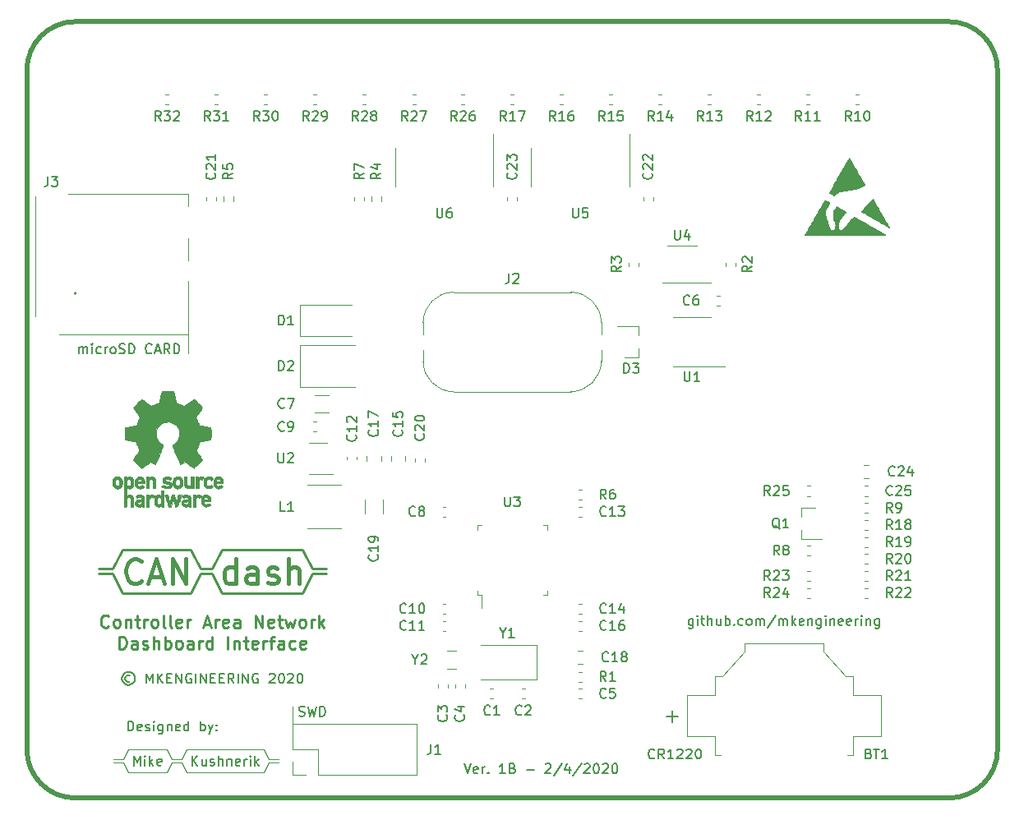
<source format=gbr>
G04 #@! TF.GenerationSoftware,KiCad,Pcbnew,(5.1.8)-1*
G04 #@! TF.CreationDate,2021-02-11T17:25:07-06:00*
G04 #@! TF.ProjectId,CANDash 2,43414e44-6173-4682-9032-2e6b69636164,2A*
G04 #@! TF.SameCoordinates,Original*
G04 #@! TF.FileFunction,Legend,Top*
G04 #@! TF.FilePolarity,Positive*
%FSLAX46Y46*%
G04 Gerber Fmt 4.6, Leading zero omitted, Abs format (unit mm)*
G04 Created by KiCad (PCBNEW (5.1.8)-1) date 2021-02-11 17:25:07*
%MOMM*%
%LPD*%
G01*
G04 APERTURE LIST*
%ADD10C,0.200000*%
%ADD11C,0.120000*%
%ADD12C,0.150000*%
%ADD13C,0.250000*%
%ADD14C,0.254000*%
%ADD15C,0.400000*%
G04 #@! TA.AperFunction,Profile*
%ADD16C,0.508000*%
G04 #@! TD*
%ADD17C,0.010000*%
G04 APERTURE END LIST*
D10*
X165928571Y-136607142D02*
X167071428Y-136607142D01*
X166500000Y-137178571D02*
X166500000Y-136035714D01*
D11*
X116625000Y-97250000D02*
X116625000Y-99212400D01*
X127370000Y-137400000D02*
X127370000Y-135559800D01*
D12*
X164654761Y-140857142D02*
X164607142Y-140904761D01*
X164464285Y-140952380D01*
X164369047Y-140952380D01*
X164226190Y-140904761D01*
X164130952Y-140809523D01*
X164083333Y-140714285D01*
X164035714Y-140523809D01*
X164035714Y-140380952D01*
X164083333Y-140190476D01*
X164130952Y-140095238D01*
X164226190Y-140000000D01*
X164369047Y-139952380D01*
X164464285Y-139952380D01*
X164607142Y-140000000D01*
X164654761Y-140047619D01*
X165654761Y-140952380D02*
X165321428Y-140476190D01*
X165083333Y-140952380D02*
X165083333Y-139952380D01*
X165464285Y-139952380D01*
X165559523Y-140000000D01*
X165607142Y-140047619D01*
X165654761Y-140142857D01*
X165654761Y-140285714D01*
X165607142Y-140380952D01*
X165559523Y-140428571D01*
X165464285Y-140476190D01*
X165083333Y-140476190D01*
X166607142Y-140952380D02*
X166035714Y-140952380D01*
X166321428Y-140952380D02*
X166321428Y-139952380D01*
X166226190Y-140095238D01*
X166130952Y-140190476D01*
X166035714Y-140238095D01*
X166988095Y-140047619D02*
X167035714Y-140000000D01*
X167130952Y-139952380D01*
X167369047Y-139952380D01*
X167464285Y-140000000D01*
X167511904Y-140047619D01*
X167559523Y-140142857D01*
X167559523Y-140238095D01*
X167511904Y-140380952D01*
X166940476Y-140952380D01*
X167559523Y-140952380D01*
X167940476Y-140047619D02*
X167988095Y-140000000D01*
X168083333Y-139952380D01*
X168321428Y-139952380D01*
X168416666Y-140000000D01*
X168464285Y-140047619D01*
X168511904Y-140142857D01*
X168511904Y-140238095D01*
X168464285Y-140380952D01*
X167892857Y-140952380D01*
X168511904Y-140952380D01*
X169130952Y-139952380D02*
X169226190Y-139952380D01*
X169321428Y-140000000D01*
X169369047Y-140047619D01*
X169416666Y-140142857D01*
X169464285Y-140333333D01*
X169464285Y-140571428D01*
X169416666Y-140761904D01*
X169369047Y-140857142D01*
X169321428Y-140904761D01*
X169226190Y-140952380D01*
X169130952Y-140952380D01*
X169035714Y-140904761D01*
X168988095Y-140857142D01*
X168940476Y-140761904D01*
X168892857Y-140571428D01*
X168892857Y-140333333D01*
X168940476Y-140142857D01*
X168988095Y-140047619D01*
X169035714Y-140000000D01*
X169130952Y-139952380D01*
X105378690Y-99202380D02*
X105378690Y-98535714D01*
X105378690Y-98630952D02*
X105426309Y-98583333D01*
X105521547Y-98535714D01*
X105664404Y-98535714D01*
X105759642Y-98583333D01*
X105807261Y-98678571D01*
X105807261Y-99202380D01*
X105807261Y-98678571D02*
X105854880Y-98583333D01*
X105950119Y-98535714D01*
X106092976Y-98535714D01*
X106188214Y-98583333D01*
X106235833Y-98678571D01*
X106235833Y-99202380D01*
X106712023Y-99202380D02*
X106712023Y-98535714D01*
X106712023Y-98202380D02*
X106664404Y-98250000D01*
X106712023Y-98297619D01*
X106759642Y-98250000D01*
X106712023Y-98202380D01*
X106712023Y-98297619D01*
X107616785Y-99154761D02*
X107521547Y-99202380D01*
X107331071Y-99202380D01*
X107235833Y-99154761D01*
X107188214Y-99107142D01*
X107140595Y-99011904D01*
X107140595Y-98726190D01*
X107188214Y-98630952D01*
X107235833Y-98583333D01*
X107331071Y-98535714D01*
X107521547Y-98535714D01*
X107616785Y-98583333D01*
X108045357Y-99202380D02*
X108045357Y-98535714D01*
X108045357Y-98726190D02*
X108092976Y-98630952D01*
X108140595Y-98583333D01*
X108235833Y-98535714D01*
X108331071Y-98535714D01*
X108807261Y-99202380D02*
X108712023Y-99154761D01*
X108664404Y-99107142D01*
X108616785Y-99011904D01*
X108616785Y-98726190D01*
X108664404Y-98630952D01*
X108712023Y-98583333D01*
X108807261Y-98535714D01*
X108950119Y-98535714D01*
X109045357Y-98583333D01*
X109092976Y-98630952D01*
X109140595Y-98726190D01*
X109140595Y-99011904D01*
X109092976Y-99107142D01*
X109045357Y-99154761D01*
X108950119Y-99202380D01*
X108807261Y-99202380D01*
X109521547Y-99154761D02*
X109664404Y-99202380D01*
X109902500Y-99202380D01*
X109997738Y-99154761D01*
X110045357Y-99107142D01*
X110092976Y-99011904D01*
X110092976Y-98916666D01*
X110045357Y-98821428D01*
X109997738Y-98773809D01*
X109902500Y-98726190D01*
X109712023Y-98678571D01*
X109616785Y-98630952D01*
X109569166Y-98583333D01*
X109521547Y-98488095D01*
X109521547Y-98392857D01*
X109569166Y-98297619D01*
X109616785Y-98250000D01*
X109712023Y-98202380D01*
X109950119Y-98202380D01*
X110092976Y-98250000D01*
X110521547Y-99202380D02*
X110521547Y-98202380D01*
X110759642Y-98202380D01*
X110902500Y-98250000D01*
X110997738Y-98345238D01*
X111045357Y-98440476D01*
X111092976Y-98630952D01*
X111092976Y-98773809D01*
X111045357Y-98964285D01*
X110997738Y-99059523D01*
X110902500Y-99154761D01*
X110759642Y-99202380D01*
X110521547Y-99202380D01*
X112854880Y-99107142D02*
X112807261Y-99154761D01*
X112664404Y-99202380D01*
X112569166Y-99202380D01*
X112426309Y-99154761D01*
X112331071Y-99059523D01*
X112283452Y-98964285D01*
X112235833Y-98773809D01*
X112235833Y-98630952D01*
X112283452Y-98440476D01*
X112331071Y-98345238D01*
X112426309Y-98250000D01*
X112569166Y-98202380D01*
X112664404Y-98202380D01*
X112807261Y-98250000D01*
X112854880Y-98297619D01*
X113235833Y-98916666D02*
X113712023Y-98916666D01*
X113140595Y-99202380D02*
X113473928Y-98202380D01*
X113807261Y-99202380D01*
X114712023Y-99202380D02*
X114378690Y-98726190D01*
X114140595Y-99202380D02*
X114140595Y-98202380D01*
X114521547Y-98202380D01*
X114616785Y-98250000D01*
X114664404Y-98297619D01*
X114712023Y-98392857D01*
X114712023Y-98535714D01*
X114664404Y-98630952D01*
X114616785Y-98678571D01*
X114521547Y-98726190D01*
X114140595Y-98726190D01*
X115140595Y-99202380D02*
X115140595Y-98202380D01*
X115378690Y-98202380D01*
X115521547Y-98250000D01*
X115616785Y-98345238D01*
X115664404Y-98440476D01*
X115712023Y-98630952D01*
X115712023Y-98773809D01*
X115664404Y-98964285D01*
X115616785Y-99059523D01*
X115521547Y-99154761D01*
X115378690Y-99202380D01*
X115140595Y-99202380D01*
D11*
X124924600Y-141003300D02*
X125924600Y-141003300D01*
X124424600Y-142378300D02*
X124924600Y-141378300D01*
X124424600Y-140003300D02*
X124924600Y-141003300D01*
X124924600Y-141378300D02*
X125924600Y-141378300D01*
D12*
X117019838Y-141643180D02*
X117019838Y-140643180D01*
X117591266Y-141643180D02*
X117162695Y-141071752D01*
X117591266Y-140643180D02*
X117019838Y-141214609D01*
X118448409Y-140976514D02*
X118448409Y-141643180D01*
X118019838Y-140976514D02*
X118019838Y-141500323D01*
X118067457Y-141595561D01*
X118162695Y-141643180D01*
X118305552Y-141643180D01*
X118400790Y-141595561D01*
X118448409Y-141547942D01*
X118876980Y-141595561D02*
X118972219Y-141643180D01*
X119162695Y-141643180D01*
X119257933Y-141595561D01*
X119305552Y-141500323D01*
X119305552Y-141452704D01*
X119257933Y-141357466D01*
X119162695Y-141309847D01*
X119019838Y-141309847D01*
X118924600Y-141262228D01*
X118876980Y-141166990D01*
X118876980Y-141119371D01*
X118924600Y-141024133D01*
X119019838Y-140976514D01*
X119162695Y-140976514D01*
X119257933Y-141024133D01*
X119734123Y-141643180D02*
X119734123Y-140643180D01*
X120162695Y-141643180D02*
X120162695Y-141119371D01*
X120115076Y-141024133D01*
X120019838Y-140976514D01*
X119876980Y-140976514D01*
X119781742Y-141024133D01*
X119734123Y-141071752D01*
X120638885Y-140976514D02*
X120638885Y-141643180D01*
X120638885Y-141071752D02*
X120686504Y-141024133D01*
X120781742Y-140976514D01*
X120924600Y-140976514D01*
X121019838Y-141024133D01*
X121067457Y-141119371D01*
X121067457Y-141643180D01*
X121924600Y-141595561D02*
X121829361Y-141643180D01*
X121638885Y-141643180D01*
X121543647Y-141595561D01*
X121496028Y-141500323D01*
X121496028Y-141119371D01*
X121543647Y-141024133D01*
X121638885Y-140976514D01*
X121829361Y-140976514D01*
X121924600Y-141024133D01*
X121972219Y-141119371D01*
X121972219Y-141214609D01*
X121496028Y-141309847D01*
X122400790Y-141643180D02*
X122400790Y-140976514D01*
X122400790Y-141166990D02*
X122448409Y-141071752D01*
X122496028Y-141024133D01*
X122591266Y-140976514D01*
X122686504Y-140976514D01*
X123019838Y-141643180D02*
X123019838Y-140976514D01*
X123019838Y-140643180D02*
X122972219Y-140690800D01*
X123019838Y-140738419D01*
X123067457Y-140690800D01*
X123019838Y-140643180D01*
X123019838Y-140738419D01*
X123496028Y-141643180D02*
X123496028Y-140643180D01*
X123591266Y-141262228D02*
X123876980Y-141643180D01*
X123876980Y-140976514D02*
X123496028Y-141357466D01*
D11*
X115924600Y-141378300D02*
X116424600Y-142378300D01*
X115924600Y-141003300D02*
X116424600Y-140003300D01*
X116424600Y-140003300D02*
X124424600Y-140003300D01*
X116424600Y-142378300D02*
X124424600Y-142378300D01*
X114924600Y-141003300D02*
X115924600Y-141003300D01*
X114924600Y-141378300D02*
X115924600Y-141378300D01*
X114424600Y-142378300D02*
X114924600Y-141378300D01*
X114424600Y-140003300D02*
X114924600Y-141003300D01*
X110424600Y-140003300D02*
X114424600Y-140003300D01*
X110424600Y-142378300D02*
X114424600Y-142378300D01*
X109924600Y-141003300D02*
X110424600Y-140003300D01*
X109924600Y-141378300D02*
X110424600Y-142378300D01*
D12*
X111019838Y-141643180D02*
X111019838Y-140643180D01*
X111353171Y-141357466D01*
X111686504Y-140643180D01*
X111686504Y-141643180D01*
X112162695Y-141643180D02*
X112162695Y-140976514D01*
X112162695Y-140643180D02*
X112115076Y-140690800D01*
X112162695Y-140738419D01*
X112210314Y-140690800D01*
X112162695Y-140643180D01*
X112162695Y-140738419D01*
X112638885Y-141643180D02*
X112638885Y-140643180D01*
X112734123Y-141262228D02*
X113019838Y-141643180D01*
X113019838Y-140976514D02*
X112638885Y-141357466D01*
X113829361Y-141595561D02*
X113734123Y-141643180D01*
X113543647Y-141643180D01*
X113448409Y-141595561D01*
X113400790Y-141500323D01*
X113400790Y-141119371D01*
X113448409Y-141024133D01*
X113543647Y-140976514D01*
X113734123Y-140976514D01*
X113829361Y-141024133D01*
X113876980Y-141119371D01*
X113876980Y-141214609D01*
X113400790Y-141309847D01*
X110419195Y-138080680D02*
X110419195Y-137080680D01*
X110657290Y-137080680D01*
X110800147Y-137128300D01*
X110895385Y-137223538D01*
X110943004Y-137318776D01*
X110990623Y-137509252D01*
X110990623Y-137652109D01*
X110943004Y-137842585D01*
X110895385Y-137937823D01*
X110800147Y-138033061D01*
X110657290Y-138080680D01*
X110419195Y-138080680D01*
X111800147Y-138033061D02*
X111704909Y-138080680D01*
X111514433Y-138080680D01*
X111419195Y-138033061D01*
X111371576Y-137937823D01*
X111371576Y-137556871D01*
X111419195Y-137461633D01*
X111514433Y-137414014D01*
X111704909Y-137414014D01*
X111800147Y-137461633D01*
X111847766Y-137556871D01*
X111847766Y-137652109D01*
X111371576Y-137747347D01*
X112228719Y-138033061D02*
X112323957Y-138080680D01*
X112514433Y-138080680D01*
X112609671Y-138033061D01*
X112657290Y-137937823D01*
X112657290Y-137890204D01*
X112609671Y-137794966D01*
X112514433Y-137747347D01*
X112371576Y-137747347D01*
X112276338Y-137699728D01*
X112228719Y-137604490D01*
X112228719Y-137556871D01*
X112276338Y-137461633D01*
X112371576Y-137414014D01*
X112514433Y-137414014D01*
X112609671Y-137461633D01*
X113085861Y-138080680D02*
X113085861Y-137414014D01*
X113085861Y-137080680D02*
X113038242Y-137128300D01*
X113085861Y-137175919D01*
X113133480Y-137128300D01*
X113085861Y-137080680D01*
X113085861Y-137175919D01*
X113990623Y-137414014D02*
X113990623Y-138223538D01*
X113943004Y-138318776D01*
X113895385Y-138366395D01*
X113800147Y-138414014D01*
X113657290Y-138414014D01*
X113562052Y-138366395D01*
X113990623Y-138033061D02*
X113895385Y-138080680D01*
X113704909Y-138080680D01*
X113609671Y-138033061D01*
X113562052Y-137985442D01*
X113514433Y-137890204D01*
X113514433Y-137604490D01*
X113562052Y-137509252D01*
X113609671Y-137461633D01*
X113704909Y-137414014D01*
X113895385Y-137414014D01*
X113990623Y-137461633D01*
X114466814Y-137414014D02*
X114466814Y-138080680D01*
X114466814Y-137509252D02*
X114514433Y-137461633D01*
X114609671Y-137414014D01*
X114752528Y-137414014D01*
X114847766Y-137461633D01*
X114895385Y-137556871D01*
X114895385Y-138080680D01*
X115752528Y-138033061D02*
X115657290Y-138080680D01*
X115466814Y-138080680D01*
X115371576Y-138033061D01*
X115323957Y-137937823D01*
X115323957Y-137556871D01*
X115371576Y-137461633D01*
X115466814Y-137414014D01*
X115657290Y-137414014D01*
X115752528Y-137461633D01*
X115800147Y-137556871D01*
X115800147Y-137652109D01*
X115323957Y-137747347D01*
X116657290Y-138080680D02*
X116657290Y-137080680D01*
X116657290Y-138033061D02*
X116562052Y-138080680D01*
X116371576Y-138080680D01*
X116276338Y-138033061D01*
X116228719Y-137985442D01*
X116181100Y-137890204D01*
X116181100Y-137604490D01*
X116228719Y-137509252D01*
X116276338Y-137461633D01*
X116371576Y-137414014D01*
X116562052Y-137414014D01*
X116657290Y-137461633D01*
X117895385Y-138080680D02*
X117895385Y-137080680D01*
X117895385Y-137461633D02*
X117990623Y-137414014D01*
X118181100Y-137414014D01*
X118276338Y-137461633D01*
X118323957Y-137509252D01*
X118371576Y-137604490D01*
X118371576Y-137890204D01*
X118323957Y-137985442D01*
X118276338Y-138033061D01*
X118181100Y-138080680D01*
X117990623Y-138080680D01*
X117895385Y-138033061D01*
X118704909Y-137414014D02*
X118943004Y-138080680D01*
X119181100Y-137414014D02*
X118943004Y-138080680D01*
X118847766Y-138318776D01*
X118800147Y-138366395D01*
X118704909Y-138414014D01*
X119562052Y-137985442D02*
X119609671Y-138033061D01*
X119562052Y-138080680D01*
X119514433Y-138033061D01*
X119562052Y-137985442D01*
X119562052Y-138080680D01*
X119562052Y-137461633D02*
X119609671Y-137509252D01*
X119562052Y-137556871D01*
X119514433Y-137509252D01*
X119562052Y-137461633D01*
X119562052Y-137556871D01*
D11*
X108924600Y-141003300D02*
X109924600Y-141003300D01*
X108924600Y-141378300D02*
X109924600Y-141378300D01*
D12*
X110651619Y-132402776D02*
X110556380Y-132355157D01*
X110365904Y-132355157D01*
X110270666Y-132402776D01*
X110175428Y-132498014D01*
X110127809Y-132593252D01*
X110127809Y-132783728D01*
X110175428Y-132878966D01*
X110270666Y-132974204D01*
X110365904Y-133021823D01*
X110556380Y-133021823D01*
X110651619Y-132974204D01*
X110461142Y-132021823D02*
X110223047Y-132069442D01*
X109984952Y-132212300D01*
X109842095Y-132450395D01*
X109794476Y-132688490D01*
X109842095Y-132926585D01*
X109984952Y-133164680D01*
X110223047Y-133307538D01*
X110461142Y-133355157D01*
X110699238Y-133307538D01*
X110937333Y-133164680D01*
X111080190Y-132926585D01*
X111127809Y-132688490D01*
X111080190Y-132450395D01*
X110937333Y-132212300D01*
X110699238Y-132069442D01*
X110461142Y-132021823D01*
X112318285Y-133164680D02*
X112318285Y-132164680D01*
X112651619Y-132878966D01*
X112984952Y-132164680D01*
X112984952Y-133164680D01*
X113461142Y-133164680D02*
X113461142Y-132164680D01*
X114032571Y-133164680D02*
X113604000Y-132593252D01*
X114032571Y-132164680D02*
X113461142Y-132736109D01*
X114461142Y-132640871D02*
X114794476Y-132640871D01*
X114937333Y-133164680D02*
X114461142Y-133164680D01*
X114461142Y-132164680D01*
X114937333Y-132164680D01*
X115365904Y-133164680D02*
X115365904Y-132164680D01*
X115937333Y-133164680D01*
X115937333Y-132164680D01*
X116937333Y-132212300D02*
X116842095Y-132164680D01*
X116699238Y-132164680D01*
X116556380Y-132212300D01*
X116461142Y-132307538D01*
X116413523Y-132402776D01*
X116365904Y-132593252D01*
X116365904Y-132736109D01*
X116413523Y-132926585D01*
X116461142Y-133021823D01*
X116556380Y-133117061D01*
X116699238Y-133164680D01*
X116794476Y-133164680D01*
X116937333Y-133117061D01*
X116984952Y-133069442D01*
X116984952Y-132736109D01*
X116794476Y-132736109D01*
X117413523Y-133164680D02*
X117413523Y-132164680D01*
X117889714Y-133164680D02*
X117889714Y-132164680D01*
X118461142Y-133164680D01*
X118461142Y-132164680D01*
X118937333Y-132640871D02*
X119270666Y-132640871D01*
X119413523Y-133164680D02*
X118937333Y-133164680D01*
X118937333Y-132164680D01*
X119413523Y-132164680D01*
X119842095Y-132640871D02*
X120175428Y-132640871D01*
X120318285Y-133164680D02*
X119842095Y-133164680D01*
X119842095Y-132164680D01*
X120318285Y-132164680D01*
X121318285Y-133164680D02*
X120984952Y-132688490D01*
X120746857Y-133164680D02*
X120746857Y-132164680D01*
X121127809Y-132164680D01*
X121223047Y-132212300D01*
X121270666Y-132259919D01*
X121318285Y-132355157D01*
X121318285Y-132498014D01*
X121270666Y-132593252D01*
X121223047Y-132640871D01*
X121127809Y-132688490D01*
X120746857Y-132688490D01*
X121746857Y-133164680D02*
X121746857Y-132164680D01*
X122223047Y-133164680D02*
X122223047Y-132164680D01*
X122794476Y-133164680D01*
X122794476Y-132164680D01*
X123794476Y-132212300D02*
X123699238Y-132164680D01*
X123556380Y-132164680D01*
X123413523Y-132212300D01*
X123318285Y-132307538D01*
X123270666Y-132402776D01*
X123223047Y-132593252D01*
X123223047Y-132736109D01*
X123270666Y-132926585D01*
X123318285Y-133021823D01*
X123413523Y-133117061D01*
X123556380Y-133164680D01*
X123651619Y-133164680D01*
X123794476Y-133117061D01*
X123842095Y-133069442D01*
X123842095Y-132736109D01*
X123651619Y-132736109D01*
X124984952Y-132259919D02*
X125032571Y-132212300D01*
X125127809Y-132164680D01*
X125365904Y-132164680D01*
X125461142Y-132212300D01*
X125508761Y-132259919D01*
X125556380Y-132355157D01*
X125556380Y-132450395D01*
X125508761Y-132593252D01*
X124937333Y-133164680D01*
X125556380Y-133164680D01*
X126175428Y-132164680D02*
X126270666Y-132164680D01*
X126365904Y-132212300D01*
X126413523Y-132259919D01*
X126461142Y-132355157D01*
X126508761Y-132545633D01*
X126508761Y-132783728D01*
X126461142Y-132974204D01*
X126413523Y-133069442D01*
X126365904Y-133117061D01*
X126270666Y-133164680D01*
X126175428Y-133164680D01*
X126080190Y-133117061D01*
X126032571Y-133069442D01*
X125984952Y-132974204D01*
X125937333Y-132783728D01*
X125937333Y-132545633D01*
X125984952Y-132355157D01*
X126032571Y-132259919D01*
X126080190Y-132212300D01*
X126175428Y-132164680D01*
X126889714Y-132259919D02*
X126937333Y-132212300D01*
X127032571Y-132164680D01*
X127270666Y-132164680D01*
X127365904Y-132212300D01*
X127413523Y-132259919D01*
X127461142Y-132355157D01*
X127461142Y-132450395D01*
X127413523Y-132593252D01*
X126842095Y-133164680D01*
X127461142Y-133164680D01*
X128080190Y-132164680D02*
X128175428Y-132164680D01*
X128270666Y-132212300D01*
X128318285Y-132259919D01*
X128365904Y-132355157D01*
X128413523Y-132545633D01*
X128413523Y-132783728D01*
X128365904Y-132974204D01*
X128318285Y-133069442D01*
X128270666Y-133117061D01*
X128175428Y-133164680D01*
X128080190Y-133164680D01*
X127984952Y-133117061D01*
X127937333Y-133069442D01*
X127889714Y-132974204D01*
X127842095Y-132783728D01*
X127842095Y-132545633D01*
X127889714Y-132355157D01*
X127937333Y-132259919D01*
X127984952Y-132212300D01*
X128080190Y-132164680D01*
X145047619Y-141452380D02*
X145380952Y-142452380D01*
X145714285Y-141452380D01*
X146428571Y-142404761D02*
X146333333Y-142452380D01*
X146142857Y-142452380D01*
X146047619Y-142404761D01*
X146000000Y-142309523D01*
X146000000Y-141928571D01*
X146047619Y-141833333D01*
X146142857Y-141785714D01*
X146333333Y-141785714D01*
X146428571Y-141833333D01*
X146476190Y-141928571D01*
X146476190Y-142023809D01*
X146000000Y-142119047D01*
X146904761Y-142452380D02*
X146904761Y-141785714D01*
X146904761Y-141976190D02*
X146952380Y-141880952D01*
X147000000Y-141833333D01*
X147095238Y-141785714D01*
X147190476Y-141785714D01*
X147523809Y-142357142D02*
X147571428Y-142404761D01*
X147523809Y-142452380D01*
X147476190Y-142404761D01*
X147523809Y-142357142D01*
X147523809Y-142452380D01*
X149285714Y-142452380D02*
X148714285Y-142452380D01*
X149000000Y-142452380D02*
X149000000Y-141452380D01*
X148904761Y-141595238D01*
X148809523Y-141690476D01*
X148714285Y-141738095D01*
X150047619Y-141928571D02*
X150190476Y-141976190D01*
X150238095Y-142023809D01*
X150285714Y-142119047D01*
X150285714Y-142261904D01*
X150238095Y-142357142D01*
X150190476Y-142404761D01*
X150095238Y-142452380D01*
X149714285Y-142452380D01*
X149714285Y-141452380D01*
X150047619Y-141452380D01*
X150142857Y-141500000D01*
X150190476Y-141547619D01*
X150238095Y-141642857D01*
X150238095Y-141738095D01*
X150190476Y-141833333D01*
X150142857Y-141880952D01*
X150047619Y-141928571D01*
X149714285Y-141928571D01*
X151476190Y-142071428D02*
X152238095Y-142071428D01*
X153428571Y-141547619D02*
X153476190Y-141500000D01*
X153571428Y-141452380D01*
X153809523Y-141452380D01*
X153904761Y-141500000D01*
X153952380Y-141547619D01*
X154000000Y-141642857D01*
X154000000Y-141738095D01*
X153952380Y-141880952D01*
X153380952Y-142452380D01*
X154000000Y-142452380D01*
X155142857Y-141404761D02*
X154285714Y-142690476D01*
X155904761Y-141785714D02*
X155904761Y-142452380D01*
X155666666Y-141404761D02*
X155428571Y-142119047D01*
X156047619Y-142119047D01*
X157142857Y-141404761D02*
X156285714Y-142690476D01*
X157428571Y-141547619D02*
X157476190Y-141500000D01*
X157571428Y-141452380D01*
X157809523Y-141452380D01*
X157904761Y-141500000D01*
X157952380Y-141547619D01*
X158000000Y-141642857D01*
X158000000Y-141738095D01*
X157952380Y-141880952D01*
X157380952Y-142452380D01*
X158000000Y-142452380D01*
X158619047Y-141452380D02*
X158714285Y-141452380D01*
X158809523Y-141500000D01*
X158857142Y-141547619D01*
X158904761Y-141642857D01*
X158952380Y-141833333D01*
X158952380Y-142071428D01*
X158904761Y-142261904D01*
X158857142Y-142357142D01*
X158809523Y-142404761D01*
X158714285Y-142452380D01*
X158619047Y-142452380D01*
X158523809Y-142404761D01*
X158476190Y-142357142D01*
X158428571Y-142261904D01*
X158380952Y-142071428D01*
X158380952Y-141833333D01*
X158428571Y-141642857D01*
X158476190Y-141547619D01*
X158523809Y-141500000D01*
X158619047Y-141452380D01*
X159333333Y-141547619D02*
X159380952Y-141500000D01*
X159476190Y-141452380D01*
X159714285Y-141452380D01*
X159809523Y-141500000D01*
X159857142Y-141547619D01*
X159904761Y-141642857D01*
X159904761Y-141738095D01*
X159857142Y-141880952D01*
X159285714Y-142452380D01*
X159904761Y-142452380D01*
X160523809Y-141452380D02*
X160619047Y-141452380D01*
X160714285Y-141500000D01*
X160761904Y-141547619D01*
X160809523Y-141642857D01*
X160857142Y-141833333D01*
X160857142Y-142071428D01*
X160809523Y-142261904D01*
X160761904Y-142357142D01*
X160714285Y-142404761D01*
X160619047Y-142452380D01*
X160523809Y-142452380D01*
X160428571Y-142404761D01*
X160380952Y-142357142D01*
X160333333Y-142261904D01*
X160285714Y-142071428D01*
X160285714Y-141833333D01*
X160333333Y-141642857D01*
X160380952Y-141547619D01*
X160428571Y-141500000D01*
X160523809Y-141452380D01*
D13*
X108425428Y-127326585D02*
X108363523Y-127388490D01*
X108177809Y-127450395D01*
X108054000Y-127450395D01*
X107868285Y-127388490D01*
X107744476Y-127264680D01*
X107682571Y-127140871D01*
X107620666Y-126893252D01*
X107620666Y-126707538D01*
X107682571Y-126459919D01*
X107744476Y-126336109D01*
X107868285Y-126212300D01*
X108054000Y-126150395D01*
X108177809Y-126150395D01*
X108363523Y-126212300D01*
X108425428Y-126274204D01*
X109168285Y-127450395D02*
X109044476Y-127388490D01*
X108982571Y-127326585D01*
X108920666Y-127202776D01*
X108920666Y-126831347D01*
X108982571Y-126707538D01*
X109044476Y-126645633D01*
X109168285Y-126583728D01*
X109354000Y-126583728D01*
X109477809Y-126645633D01*
X109539714Y-126707538D01*
X109601619Y-126831347D01*
X109601619Y-127202776D01*
X109539714Y-127326585D01*
X109477809Y-127388490D01*
X109354000Y-127450395D01*
X109168285Y-127450395D01*
X110158761Y-126583728D02*
X110158761Y-127450395D01*
X110158761Y-126707538D02*
X110220666Y-126645633D01*
X110344476Y-126583728D01*
X110530190Y-126583728D01*
X110654000Y-126645633D01*
X110715904Y-126769442D01*
X110715904Y-127450395D01*
X111149238Y-126583728D02*
X111644476Y-126583728D01*
X111334952Y-126150395D02*
X111334952Y-127264680D01*
X111396857Y-127388490D01*
X111520666Y-127450395D01*
X111644476Y-127450395D01*
X112077809Y-127450395D02*
X112077809Y-126583728D01*
X112077809Y-126831347D02*
X112139714Y-126707538D01*
X112201619Y-126645633D01*
X112325428Y-126583728D01*
X112449238Y-126583728D01*
X113068285Y-127450395D02*
X112944476Y-127388490D01*
X112882571Y-127326585D01*
X112820666Y-127202776D01*
X112820666Y-126831347D01*
X112882571Y-126707538D01*
X112944476Y-126645633D01*
X113068285Y-126583728D01*
X113253999Y-126583728D01*
X113377809Y-126645633D01*
X113439714Y-126707538D01*
X113501619Y-126831347D01*
X113501619Y-127202776D01*
X113439714Y-127326585D01*
X113377809Y-127388490D01*
X113253999Y-127450395D01*
X113068285Y-127450395D01*
X114244476Y-127450395D02*
X114120666Y-127388490D01*
X114058761Y-127264680D01*
X114058761Y-126150395D01*
X114925428Y-127450395D02*
X114801619Y-127388490D01*
X114739714Y-127264680D01*
X114739714Y-126150395D01*
X115915904Y-127388490D02*
X115792095Y-127450395D01*
X115544476Y-127450395D01*
X115420666Y-127388490D01*
X115358761Y-127264680D01*
X115358761Y-126769442D01*
X115420666Y-126645633D01*
X115544476Y-126583728D01*
X115792095Y-126583728D01*
X115915904Y-126645633D01*
X115977809Y-126769442D01*
X115977809Y-126893252D01*
X115358761Y-127017061D01*
X116534952Y-127450395D02*
X116534952Y-126583728D01*
X116534952Y-126831347D02*
X116596857Y-126707538D01*
X116658761Y-126645633D01*
X116782571Y-126583728D01*
X116906380Y-126583728D01*
X118268285Y-127078966D02*
X118887333Y-127078966D01*
X118144476Y-127450395D02*
X118577809Y-126150395D01*
X119011142Y-127450395D01*
X119444476Y-127450395D02*
X119444476Y-126583728D01*
X119444476Y-126831347D02*
X119506380Y-126707538D01*
X119568285Y-126645633D01*
X119692095Y-126583728D01*
X119815904Y-126583728D01*
X120744476Y-127388490D02*
X120620666Y-127450395D01*
X120373047Y-127450395D01*
X120249238Y-127388490D01*
X120187333Y-127264680D01*
X120187333Y-126769442D01*
X120249238Y-126645633D01*
X120373047Y-126583728D01*
X120620666Y-126583728D01*
X120744476Y-126645633D01*
X120806380Y-126769442D01*
X120806380Y-126893252D01*
X120187333Y-127017061D01*
X121920666Y-127450395D02*
X121920666Y-126769442D01*
X121858761Y-126645633D01*
X121734952Y-126583728D01*
X121487333Y-126583728D01*
X121363523Y-126645633D01*
X121920666Y-127388490D02*
X121796857Y-127450395D01*
X121487333Y-127450395D01*
X121363523Y-127388490D01*
X121301619Y-127264680D01*
X121301619Y-127140871D01*
X121363523Y-127017061D01*
X121487333Y-126955157D01*
X121796857Y-126955157D01*
X121920666Y-126893252D01*
X123530190Y-127450395D02*
X123530190Y-126150395D01*
X124273047Y-127450395D01*
X124273047Y-126150395D01*
X125387333Y-127388490D02*
X125263523Y-127450395D01*
X125015904Y-127450395D01*
X124892095Y-127388490D01*
X124830190Y-127264680D01*
X124830190Y-126769442D01*
X124892095Y-126645633D01*
X125015904Y-126583728D01*
X125263523Y-126583728D01*
X125387333Y-126645633D01*
X125449238Y-126769442D01*
X125449238Y-126893252D01*
X124830190Y-127017061D01*
X125820666Y-126583728D02*
X126315904Y-126583728D01*
X126006380Y-126150395D02*
X126006380Y-127264680D01*
X126068285Y-127388490D01*
X126192095Y-127450395D01*
X126315904Y-127450395D01*
X126625428Y-126583728D02*
X126873047Y-127450395D01*
X127120666Y-126831347D01*
X127368285Y-127450395D01*
X127615904Y-126583728D01*
X128296857Y-127450395D02*
X128173047Y-127388490D01*
X128111142Y-127326585D01*
X128049238Y-127202776D01*
X128049238Y-126831347D01*
X128111142Y-126707538D01*
X128173047Y-126645633D01*
X128296857Y-126583728D01*
X128482571Y-126583728D01*
X128606380Y-126645633D01*
X128668285Y-126707538D01*
X128730190Y-126831347D01*
X128730190Y-127202776D01*
X128668285Y-127326585D01*
X128606380Y-127388490D01*
X128482571Y-127450395D01*
X128296857Y-127450395D01*
X129287333Y-127450395D02*
X129287333Y-126583728D01*
X129287333Y-126831347D02*
X129349238Y-126707538D01*
X129411142Y-126645633D01*
X129534952Y-126583728D01*
X129658761Y-126583728D01*
X130092095Y-127450395D02*
X130092095Y-126150395D01*
X130215904Y-126955157D02*
X130587333Y-127450395D01*
X130587333Y-126583728D02*
X130092095Y-127078966D01*
X109508761Y-129650395D02*
X109508761Y-128350395D01*
X109818285Y-128350395D01*
X110004000Y-128412300D01*
X110127809Y-128536109D01*
X110189714Y-128659919D01*
X110251619Y-128907538D01*
X110251619Y-129093252D01*
X110189714Y-129340871D01*
X110127809Y-129464680D01*
X110004000Y-129588490D01*
X109818285Y-129650395D01*
X109508761Y-129650395D01*
X111365904Y-129650395D02*
X111365904Y-128969442D01*
X111304000Y-128845633D01*
X111180190Y-128783728D01*
X110932571Y-128783728D01*
X110808761Y-128845633D01*
X111365904Y-129588490D02*
X111242095Y-129650395D01*
X110932571Y-129650395D01*
X110808761Y-129588490D01*
X110746857Y-129464680D01*
X110746857Y-129340871D01*
X110808761Y-129217061D01*
X110932571Y-129155157D01*
X111242095Y-129155157D01*
X111365904Y-129093252D01*
X111923047Y-129588490D02*
X112046857Y-129650395D01*
X112294476Y-129650395D01*
X112418285Y-129588490D01*
X112480190Y-129464680D01*
X112480190Y-129402776D01*
X112418285Y-129278966D01*
X112294476Y-129217061D01*
X112108761Y-129217061D01*
X111984952Y-129155157D01*
X111923047Y-129031347D01*
X111923047Y-128969442D01*
X111984952Y-128845633D01*
X112108761Y-128783728D01*
X112294476Y-128783728D01*
X112418285Y-128845633D01*
X113037333Y-129650395D02*
X113037333Y-128350395D01*
X113594476Y-129650395D02*
X113594476Y-128969442D01*
X113532571Y-128845633D01*
X113408761Y-128783728D01*
X113223047Y-128783728D01*
X113099238Y-128845633D01*
X113037333Y-128907538D01*
X114213523Y-129650395D02*
X114213523Y-128350395D01*
X114213523Y-128845633D02*
X114337333Y-128783728D01*
X114584952Y-128783728D01*
X114708761Y-128845633D01*
X114770666Y-128907538D01*
X114832571Y-129031347D01*
X114832571Y-129402776D01*
X114770666Y-129526585D01*
X114708761Y-129588490D01*
X114584952Y-129650395D01*
X114337333Y-129650395D01*
X114213523Y-129588490D01*
X115575428Y-129650395D02*
X115451619Y-129588490D01*
X115389714Y-129526585D01*
X115327809Y-129402776D01*
X115327809Y-129031347D01*
X115389714Y-128907538D01*
X115451619Y-128845633D01*
X115575428Y-128783728D01*
X115761142Y-128783728D01*
X115884952Y-128845633D01*
X115946857Y-128907538D01*
X116008761Y-129031347D01*
X116008761Y-129402776D01*
X115946857Y-129526585D01*
X115884952Y-129588490D01*
X115761142Y-129650395D01*
X115575428Y-129650395D01*
X117123047Y-129650395D02*
X117123047Y-128969442D01*
X117061142Y-128845633D01*
X116937333Y-128783728D01*
X116689714Y-128783728D01*
X116565904Y-128845633D01*
X117123047Y-129588490D02*
X116999238Y-129650395D01*
X116689714Y-129650395D01*
X116565904Y-129588490D01*
X116504000Y-129464680D01*
X116504000Y-129340871D01*
X116565904Y-129217061D01*
X116689714Y-129155157D01*
X116999238Y-129155157D01*
X117123047Y-129093252D01*
X117742095Y-129650395D02*
X117742095Y-128783728D01*
X117742095Y-129031347D02*
X117804000Y-128907538D01*
X117865904Y-128845633D01*
X117989714Y-128783728D01*
X118113523Y-128783728D01*
X119103999Y-129650395D02*
X119103999Y-128350395D01*
X119103999Y-129588490D02*
X118980190Y-129650395D01*
X118732571Y-129650395D01*
X118608761Y-129588490D01*
X118546857Y-129526585D01*
X118484952Y-129402776D01*
X118484952Y-129031347D01*
X118546857Y-128907538D01*
X118608761Y-128845633D01*
X118732571Y-128783728D01*
X118980190Y-128783728D01*
X119103999Y-128845633D01*
X120713523Y-129650395D02*
X120713523Y-128350395D01*
X121332571Y-128783728D02*
X121332571Y-129650395D01*
X121332571Y-128907538D02*
X121394476Y-128845633D01*
X121518285Y-128783728D01*
X121703999Y-128783728D01*
X121827809Y-128845633D01*
X121889714Y-128969442D01*
X121889714Y-129650395D01*
X122323047Y-128783728D02*
X122818285Y-128783728D01*
X122508761Y-128350395D02*
X122508761Y-129464680D01*
X122570666Y-129588490D01*
X122694476Y-129650395D01*
X122818285Y-129650395D01*
X123746857Y-129588490D02*
X123623047Y-129650395D01*
X123375428Y-129650395D01*
X123251619Y-129588490D01*
X123189714Y-129464680D01*
X123189714Y-128969442D01*
X123251619Y-128845633D01*
X123375428Y-128783728D01*
X123623047Y-128783728D01*
X123746857Y-128845633D01*
X123808761Y-128969442D01*
X123808761Y-129093252D01*
X123189714Y-129217061D01*
X124365904Y-129650395D02*
X124365904Y-128783728D01*
X124365904Y-129031347D02*
X124427809Y-128907538D01*
X124489714Y-128845633D01*
X124613523Y-128783728D01*
X124737333Y-128783728D01*
X124984952Y-128783728D02*
X125480190Y-128783728D01*
X125170666Y-129650395D02*
X125170666Y-128536109D01*
X125232571Y-128412300D01*
X125356380Y-128350395D01*
X125480190Y-128350395D01*
X126470666Y-129650395D02*
X126470666Y-128969442D01*
X126408761Y-128845633D01*
X126284952Y-128783728D01*
X126037333Y-128783728D01*
X125913523Y-128845633D01*
X126470666Y-129588490D02*
X126346857Y-129650395D01*
X126037333Y-129650395D01*
X125913523Y-129588490D01*
X125851619Y-129464680D01*
X125851619Y-129340871D01*
X125913523Y-129217061D01*
X126037333Y-129155157D01*
X126346857Y-129155157D01*
X126470666Y-129093252D01*
X127646857Y-129588490D02*
X127523047Y-129650395D01*
X127275428Y-129650395D01*
X127151619Y-129588490D01*
X127089714Y-129526585D01*
X127027809Y-129402776D01*
X127027809Y-129031347D01*
X127089714Y-128907538D01*
X127151619Y-128845633D01*
X127275428Y-128783728D01*
X127523047Y-128783728D01*
X127646857Y-128845633D01*
X128699238Y-129588490D02*
X128575428Y-129650395D01*
X128327809Y-129650395D01*
X128204000Y-129588490D01*
X128142095Y-129464680D01*
X128142095Y-128969442D01*
X128204000Y-128845633D01*
X128327809Y-128783728D01*
X128575428Y-128783728D01*
X128699238Y-128845633D01*
X128761142Y-128969442D01*
X128761142Y-129093252D01*
X128142095Y-129217061D01*
D14*
X107368600Y-121898600D02*
X108868600Y-121898600D01*
X129368600Y-121398600D02*
X130868600Y-121398600D01*
X129368600Y-121898600D02*
X130868600Y-121898600D01*
X128368600Y-119398600D02*
X129368600Y-121398600D01*
X128368600Y-123898600D02*
X129368600Y-121898600D01*
D15*
X121505504Y-122879552D02*
X121505504Y-120379552D01*
X121505504Y-122760504D02*
X121267409Y-122879552D01*
X120791219Y-122879552D01*
X120553123Y-122760504D01*
X120434076Y-122641457D01*
X120315028Y-122403361D01*
X120315028Y-121689076D01*
X120434076Y-121450980D01*
X120553123Y-121331933D01*
X120791219Y-121212885D01*
X121267409Y-121212885D01*
X121505504Y-121331933D01*
X123767409Y-122879552D02*
X123767409Y-121570028D01*
X123648361Y-121331933D01*
X123410266Y-121212885D01*
X122934076Y-121212885D01*
X122695980Y-121331933D01*
X123767409Y-122760504D02*
X123529314Y-122879552D01*
X122934076Y-122879552D01*
X122695980Y-122760504D01*
X122576933Y-122522409D01*
X122576933Y-122284314D01*
X122695980Y-122046219D01*
X122934076Y-121927171D01*
X123529314Y-121927171D01*
X123767409Y-121808123D01*
X124838838Y-122760504D02*
X125076933Y-122879552D01*
X125553123Y-122879552D01*
X125791219Y-122760504D01*
X125910266Y-122522409D01*
X125910266Y-122403361D01*
X125791219Y-122165266D01*
X125553123Y-122046219D01*
X125195980Y-122046219D01*
X124957885Y-121927171D01*
X124838838Y-121689076D01*
X124838838Y-121570028D01*
X124957885Y-121331933D01*
X125195980Y-121212885D01*
X125553123Y-121212885D01*
X125791219Y-121331933D01*
X126981695Y-122879552D02*
X126981695Y-120379552D01*
X128053123Y-122879552D02*
X128053123Y-121570028D01*
X127934076Y-121331933D01*
X127695980Y-121212885D01*
X127338838Y-121212885D01*
X127100742Y-121331933D01*
X126981695Y-121450980D01*
D14*
X120118600Y-123898600D02*
X128368600Y-123898600D01*
X119118600Y-121898600D02*
X120118600Y-123898600D01*
X117868600Y-121898600D02*
X119118600Y-121898600D01*
X116868600Y-123898600D02*
X117868600Y-121898600D01*
X109868600Y-123898600D02*
X116868600Y-123898600D01*
X108868600Y-121898600D02*
X109868600Y-123898600D01*
X120118600Y-119398600D02*
X128368600Y-119398600D01*
X119118600Y-121398600D02*
X120118600Y-119398600D01*
X116868600Y-119398600D02*
X117868600Y-121398600D01*
X117868600Y-121398600D02*
X119118600Y-121398600D01*
X108868600Y-121398600D02*
X109868600Y-119398600D01*
X109868600Y-119398600D02*
X116868600Y-119398600D01*
X107368600Y-121398600D02*
X108868600Y-121398600D01*
D15*
X111761457Y-122641457D02*
X111642409Y-122760504D01*
X111285266Y-122879552D01*
X111047171Y-122879552D01*
X110690028Y-122760504D01*
X110451933Y-122522409D01*
X110332885Y-122284314D01*
X110213838Y-121808123D01*
X110213838Y-121450980D01*
X110332885Y-120974790D01*
X110451933Y-120736695D01*
X110690028Y-120498600D01*
X111047171Y-120379552D01*
X111285266Y-120379552D01*
X111642409Y-120498600D01*
X111761457Y-120617647D01*
X112713838Y-122165266D02*
X113904314Y-122165266D01*
X112475742Y-122879552D02*
X113309076Y-120379552D01*
X114142409Y-122879552D01*
X114975742Y-122879552D02*
X114975742Y-120379552D01*
X116404314Y-122879552D01*
X116404314Y-120379552D01*
D16*
X105000000Y-65000000D02*
X195000000Y-65000000D01*
X200000000Y-70000000D02*
X200000000Y-140000000D01*
X200000000Y-70000000D02*
G75*
G03*
X195000000Y-65000000I-5000000J0D01*
G01*
X100000000Y-70000000D02*
X100000000Y-140000000D01*
X105000000Y-65000000D02*
G75*
G03*
X100000000Y-70000000I0J-5000000D01*
G01*
X195000000Y-145000000D02*
X105000000Y-145000000D01*
X195000000Y-145000000D02*
G75*
G03*
X200000000Y-140000000I0J5000000D01*
G01*
X100000000Y-140000000D02*
G75*
G03*
X105000000Y-145000000I5000000J0D01*
G01*
D12*
X168619047Y-126535714D02*
X168619047Y-127345238D01*
X168571428Y-127440476D01*
X168523809Y-127488095D01*
X168428571Y-127535714D01*
X168285714Y-127535714D01*
X168190476Y-127488095D01*
X168619047Y-127154761D02*
X168523809Y-127202380D01*
X168333333Y-127202380D01*
X168238095Y-127154761D01*
X168190476Y-127107142D01*
X168142857Y-127011904D01*
X168142857Y-126726190D01*
X168190476Y-126630952D01*
X168238095Y-126583333D01*
X168333333Y-126535714D01*
X168523809Y-126535714D01*
X168619047Y-126583333D01*
X169095238Y-127202380D02*
X169095238Y-126535714D01*
X169095238Y-126202380D02*
X169047619Y-126250000D01*
X169095238Y-126297619D01*
X169142857Y-126250000D01*
X169095238Y-126202380D01*
X169095238Y-126297619D01*
X169428571Y-126535714D02*
X169809523Y-126535714D01*
X169571428Y-126202380D02*
X169571428Y-127059523D01*
X169619047Y-127154761D01*
X169714285Y-127202380D01*
X169809523Y-127202380D01*
X170142857Y-127202380D02*
X170142857Y-126202380D01*
X170571428Y-127202380D02*
X170571428Y-126678571D01*
X170523809Y-126583333D01*
X170428571Y-126535714D01*
X170285714Y-126535714D01*
X170190476Y-126583333D01*
X170142857Y-126630952D01*
X171476190Y-126535714D02*
X171476190Y-127202380D01*
X171047619Y-126535714D02*
X171047619Y-127059523D01*
X171095238Y-127154761D01*
X171190476Y-127202380D01*
X171333333Y-127202380D01*
X171428571Y-127154761D01*
X171476190Y-127107142D01*
X171952380Y-127202380D02*
X171952380Y-126202380D01*
X171952380Y-126583333D02*
X172047619Y-126535714D01*
X172238095Y-126535714D01*
X172333333Y-126583333D01*
X172380952Y-126630952D01*
X172428571Y-126726190D01*
X172428571Y-127011904D01*
X172380952Y-127107142D01*
X172333333Y-127154761D01*
X172238095Y-127202380D01*
X172047619Y-127202380D01*
X171952380Y-127154761D01*
X172857142Y-127107142D02*
X172904761Y-127154761D01*
X172857142Y-127202380D01*
X172809523Y-127154761D01*
X172857142Y-127107142D01*
X172857142Y-127202380D01*
X173761904Y-127154761D02*
X173666666Y-127202380D01*
X173476190Y-127202380D01*
X173380952Y-127154761D01*
X173333333Y-127107142D01*
X173285714Y-127011904D01*
X173285714Y-126726190D01*
X173333333Y-126630952D01*
X173380952Y-126583333D01*
X173476190Y-126535714D01*
X173666666Y-126535714D01*
X173761904Y-126583333D01*
X174333333Y-127202380D02*
X174238095Y-127154761D01*
X174190476Y-127107142D01*
X174142857Y-127011904D01*
X174142857Y-126726190D01*
X174190476Y-126630952D01*
X174238095Y-126583333D01*
X174333333Y-126535714D01*
X174476190Y-126535714D01*
X174571428Y-126583333D01*
X174619047Y-126630952D01*
X174666666Y-126726190D01*
X174666666Y-127011904D01*
X174619047Y-127107142D01*
X174571428Y-127154761D01*
X174476190Y-127202380D01*
X174333333Y-127202380D01*
X175095238Y-127202380D02*
X175095238Y-126535714D01*
X175095238Y-126630952D02*
X175142857Y-126583333D01*
X175238095Y-126535714D01*
X175380952Y-126535714D01*
X175476190Y-126583333D01*
X175523809Y-126678571D01*
X175523809Y-127202380D01*
X175523809Y-126678571D02*
X175571428Y-126583333D01*
X175666666Y-126535714D01*
X175809523Y-126535714D01*
X175904761Y-126583333D01*
X175952380Y-126678571D01*
X175952380Y-127202380D01*
X177142857Y-126154761D02*
X176285714Y-127440476D01*
X177476190Y-127202380D02*
X177476190Y-126535714D01*
X177476190Y-126630952D02*
X177523809Y-126583333D01*
X177619047Y-126535714D01*
X177761904Y-126535714D01*
X177857142Y-126583333D01*
X177904761Y-126678571D01*
X177904761Y-127202380D01*
X177904761Y-126678571D02*
X177952380Y-126583333D01*
X178047619Y-126535714D01*
X178190476Y-126535714D01*
X178285714Y-126583333D01*
X178333333Y-126678571D01*
X178333333Y-127202380D01*
X178809523Y-127202380D02*
X178809523Y-126202380D01*
X178904761Y-126821428D02*
X179190476Y-127202380D01*
X179190476Y-126535714D02*
X178809523Y-126916666D01*
X180000000Y-127154761D02*
X179904761Y-127202380D01*
X179714285Y-127202380D01*
X179619047Y-127154761D01*
X179571428Y-127059523D01*
X179571428Y-126678571D01*
X179619047Y-126583333D01*
X179714285Y-126535714D01*
X179904761Y-126535714D01*
X180000000Y-126583333D01*
X180047619Y-126678571D01*
X180047619Y-126773809D01*
X179571428Y-126869047D01*
X180476190Y-126535714D02*
X180476190Y-127202380D01*
X180476190Y-126630952D02*
X180523809Y-126583333D01*
X180619047Y-126535714D01*
X180761904Y-126535714D01*
X180857142Y-126583333D01*
X180904761Y-126678571D01*
X180904761Y-127202380D01*
X181809523Y-126535714D02*
X181809523Y-127345238D01*
X181761904Y-127440476D01*
X181714285Y-127488095D01*
X181619047Y-127535714D01*
X181476190Y-127535714D01*
X181380952Y-127488095D01*
X181809523Y-127154761D02*
X181714285Y-127202380D01*
X181523809Y-127202380D01*
X181428571Y-127154761D01*
X181380952Y-127107142D01*
X181333333Y-127011904D01*
X181333333Y-126726190D01*
X181380952Y-126630952D01*
X181428571Y-126583333D01*
X181523809Y-126535714D01*
X181714285Y-126535714D01*
X181809523Y-126583333D01*
X182285714Y-127202380D02*
X182285714Y-126535714D01*
X182285714Y-126202380D02*
X182238095Y-126250000D01*
X182285714Y-126297619D01*
X182333333Y-126250000D01*
X182285714Y-126202380D01*
X182285714Y-126297619D01*
X182761904Y-126535714D02*
X182761904Y-127202380D01*
X182761904Y-126630952D02*
X182809523Y-126583333D01*
X182904761Y-126535714D01*
X183047619Y-126535714D01*
X183142857Y-126583333D01*
X183190476Y-126678571D01*
X183190476Y-127202380D01*
X184047619Y-127154761D02*
X183952380Y-127202380D01*
X183761904Y-127202380D01*
X183666666Y-127154761D01*
X183619047Y-127059523D01*
X183619047Y-126678571D01*
X183666666Y-126583333D01*
X183761904Y-126535714D01*
X183952380Y-126535714D01*
X184047619Y-126583333D01*
X184095238Y-126678571D01*
X184095238Y-126773809D01*
X183619047Y-126869047D01*
X184904761Y-127154761D02*
X184809523Y-127202380D01*
X184619047Y-127202380D01*
X184523809Y-127154761D01*
X184476190Y-127059523D01*
X184476190Y-126678571D01*
X184523809Y-126583333D01*
X184619047Y-126535714D01*
X184809523Y-126535714D01*
X184904761Y-126583333D01*
X184952380Y-126678571D01*
X184952380Y-126773809D01*
X184476190Y-126869047D01*
X185380952Y-127202380D02*
X185380952Y-126535714D01*
X185380952Y-126726190D02*
X185428571Y-126630952D01*
X185476190Y-126583333D01*
X185571428Y-126535714D01*
X185666666Y-126535714D01*
X186000000Y-127202380D02*
X186000000Y-126535714D01*
X186000000Y-126202380D02*
X185952380Y-126250000D01*
X186000000Y-126297619D01*
X186047619Y-126250000D01*
X186000000Y-126202380D01*
X186000000Y-126297619D01*
X186476190Y-126535714D02*
X186476190Y-127202380D01*
X186476190Y-126630952D02*
X186523809Y-126583333D01*
X186619047Y-126535714D01*
X186761904Y-126535714D01*
X186857142Y-126583333D01*
X186904761Y-126678571D01*
X186904761Y-127202380D01*
X187809523Y-126535714D02*
X187809523Y-127345238D01*
X187761904Y-127440476D01*
X187714285Y-127488095D01*
X187619047Y-127535714D01*
X187476190Y-127535714D01*
X187380952Y-127488095D01*
X187809523Y-127154761D02*
X187714285Y-127202380D01*
X187523809Y-127202380D01*
X187428571Y-127154761D01*
X187380952Y-127107142D01*
X187333333Y-127011904D01*
X187333333Y-126726190D01*
X187380952Y-126630952D01*
X187428571Y-126583333D01*
X187523809Y-126535714D01*
X187714285Y-126535714D01*
X187809523Y-126583333D01*
D11*
X143250000Y-129850000D02*
X144250000Y-129850000D01*
X143250000Y-131650000D02*
X144250000Y-131650000D01*
D10*
X105100000Y-93000000D02*
G75*
G03*
X105100000Y-93000000I-100000J0D01*
G01*
D11*
X116625000Y-91720000D02*
X116625000Y-97250000D01*
X103290000Y-97250000D02*
X116625000Y-97250000D01*
X104270000Y-82750000D02*
X116625000Y-82750000D01*
X116625000Y-87310000D02*
X116625000Y-89650000D01*
X100875000Y-83000000D02*
X100875000Y-95390000D01*
X116625000Y-82750000D02*
X116625000Y-83980000D01*
X134840000Y-114288748D02*
X134840000Y-115711252D01*
X136660000Y-114288748D02*
X136660000Y-115711252D01*
X136485000Y-110261252D02*
X136485000Y-109738748D01*
X135015000Y-110261252D02*
X135015000Y-109738748D01*
X128900000Y-117250000D02*
X132400000Y-117250000D01*
X132400000Y-112750000D02*
X128900000Y-112750000D01*
X185112000Y-140576700D02*
X184541098Y-140576700D01*
X185112000Y-140576700D02*
X185112000Y-138595500D01*
X185112000Y-138595500D02*
X187982200Y-138595500D01*
X187982200Y-138595500D02*
X187982200Y-134404500D01*
X187982200Y-134404500D02*
X185112000Y-134404500D01*
X185112000Y-134404500D02*
X185112000Y-132423300D01*
X184324210Y-132423300D02*
X185112000Y-132423300D01*
X182076700Y-129893440D02*
X184324210Y-132423300D01*
X182076700Y-129070501D02*
X182076700Y-129893440D01*
X182076700Y-129070501D02*
X173923300Y-129070501D01*
X173923300Y-129893440D02*
X173923300Y-129070501D01*
X171675790Y-132423300D02*
X173923300Y-129893440D01*
X170888000Y-132423300D02*
X171675790Y-132423300D01*
X170888000Y-134404500D02*
X170888000Y-132423300D01*
X168017800Y-134404500D02*
X170888000Y-134404500D01*
X168017800Y-138595500D02*
X168017800Y-134404500D01*
X170888000Y-138595500D02*
X168017800Y-138595500D01*
X170888000Y-140576700D02*
X170888000Y-138595500D01*
X171458902Y-140576700D02*
X170888000Y-140576700D01*
D17*
G36*
X184720878Y-79076166D02*
G01*
X184751876Y-79126538D01*
X184799634Y-79206341D01*
X184862194Y-79312180D01*
X184937597Y-79440659D01*
X185023885Y-79588384D01*
X185119101Y-79751958D01*
X185221285Y-79927987D01*
X185328481Y-80113075D01*
X185438729Y-80303827D01*
X185550071Y-80496847D01*
X185660550Y-80688741D01*
X185768207Y-80876111D01*
X185871084Y-81055565D01*
X185967223Y-81223705D01*
X186054665Y-81377137D01*
X186131453Y-81512465D01*
X186195628Y-81626294D01*
X186245233Y-81715229D01*
X186278309Y-81775874D01*
X186292897Y-81804833D01*
X186293431Y-81806644D01*
X186275321Y-81831217D01*
X186224980Y-81868807D01*
X186148395Y-81915722D01*
X186051552Y-81968274D01*
X185950167Y-82018213D01*
X185812215Y-82078769D01*
X185667142Y-82133179D01*
X185509950Y-82182651D01*
X185335643Y-82228395D01*
X185139222Y-82271620D01*
X184915689Y-82313534D01*
X184660048Y-82355347D01*
X184395606Y-82394284D01*
X184165852Y-82428828D01*
X183972917Y-82463026D01*
X183811964Y-82498577D01*
X183678155Y-82537182D01*
X183566650Y-82580539D01*
X183472614Y-82630348D01*
X183391206Y-82688309D01*
X183317590Y-82756120D01*
X183293851Y-82781312D01*
X183242397Y-82839958D01*
X183204334Y-82887815D01*
X183186677Y-82915958D01*
X183186206Y-82918265D01*
X183180028Y-82932416D01*
X183158590Y-82932575D01*
X183117533Y-82916861D01*
X183052501Y-82883391D01*
X182959137Y-82830281D01*
X182894252Y-82792088D01*
X182797501Y-82732385D01*
X182722312Y-82681263D01*
X182673739Y-82642399D01*
X182656835Y-82619472D01*
X182656845Y-82619305D01*
X182667328Y-82597456D01*
X182696931Y-82542739D01*
X182743938Y-82458136D01*
X182806629Y-82346629D01*
X182883286Y-82211201D01*
X182972191Y-82054833D01*
X183071626Y-81880507D01*
X183179872Y-81691206D01*
X183295211Y-81489911D01*
X183415924Y-81279605D01*
X183540294Y-81063271D01*
X183666601Y-80843889D01*
X183793127Y-80624442D01*
X183918155Y-80407912D01*
X184039965Y-80197281D01*
X184156839Y-79995532D01*
X184267060Y-79805647D01*
X184368908Y-79630606D01*
X184460665Y-79473394D01*
X184540613Y-79336991D01*
X184607034Y-79224380D01*
X184658209Y-79138543D01*
X184692420Y-79082462D01*
X184707948Y-79059119D01*
X184708598Y-79058621D01*
X184720878Y-79076166D01*
G37*
X184720878Y-79076166D02*
X184751876Y-79126538D01*
X184799634Y-79206341D01*
X184862194Y-79312180D01*
X184937597Y-79440659D01*
X185023885Y-79588384D01*
X185119101Y-79751958D01*
X185221285Y-79927987D01*
X185328481Y-80113075D01*
X185438729Y-80303827D01*
X185550071Y-80496847D01*
X185660550Y-80688741D01*
X185768207Y-80876111D01*
X185871084Y-81055565D01*
X185967223Y-81223705D01*
X186054665Y-81377137D01*
X186131453Y-81512465D01*
X186195628Y-81626294D01*
X186245233Y-81715229D01*
X186278309Y-81775874D01*
X186292897Y-81804833D01*
X186293431Y-81806644D01*
X186275321Y-81831217D01*
X186224980Y-81868807D01*
X186148395Y-81915722D01*
X186051552Y-81968274D01*
X185950167Y-82018213D01*
X185812215Y-82078769D01*
X185667142Y-82133179D01*
X185509950Y-82182651D01*
X185335643Y-82228395D01*
X185139222Y-82271620D01*
X184915689Y-82313534D01*
X184660048Y-82355347D01*
X184395606Y-82394284D01*
X184165852Y-82428828D01*
X183972917Y-82463026D01*
X183811964Y-82498577D01*
X183678155Y-82537182D01*
X183566650Y-82580539D01*
X183472614Y-82630348D01*
X183391206Y-82688309D01*
X183317590Y-82756120D01*
X183293851Y-82781312D01*
X183242397Y-82839958D01*
X183204334Y-82887815D01*
X183186677Y-82915958D01*
X183186206Y-82918265D01*
X183180028Y-82932416D01*
X183158590Y-82932575D01*
X183117533Y-82916861D01*
X183052501Y-82883391D01*
X182959137Y-82830281D01*
X182894252Y-82792088D01*
X182797501Y-82732385D01*
X182722312Y-82681263D01*
X182673739Y-82642399D01*
X182656835Y-82619472D01*
X182656845Y-82619305D01*
X182667328Y-82597456D01*
X182696931Y-82542739D01*
X182743938Y-82458136D01*
X182806629Y-82346629D01*
X182883286Y-82211201D01*
X182972191Y-82054833D01*
X183071626Y-81880507D01*
X183179872Y-81691206D01*
X183295211Y-81489911D01*
X183415924Y-81279605D01*
X183540294Y-81063271D01*
X183666601Y-80843889D01*
X183793127Y-80624442D01*
X183918155Y-80407912D01*
X184039965Y-80197281D01*
X184156839Y-79995532D01*
X184267060Y-79805647D01*
X184368908Y-79630606D01*
X184460665Y-79473394D01*
X184540613Y-79336991D01*
X184607034Y-79224380D01*
X184658209Y-79138543D01*
X184692420Y-79082462D01*
X184707948Y-79059119D01*
X184708598Y-79058621D01*
X184720878Y-79076166D01*
G36*
X187176146Y-83315908D02*
G01*
X187191469Y-83341590D01*
X187225911Y-83400469D01*
X187277769Y-83489602D01*
X187345340Y-83606049D01*
X187426921Y-83746867D01*
X187520809Y-83909114D01*
X187625299Y-84089849D01*
X187738690Y-84286130D01*
X187859278Y-84495016D01*
X187983313Y-84710017D01*
X188109987Y-84929649D01*
X188231608Y-85140495D01*
X188346412Y-85339499D01*
X188452638Y-85523607D01*
X188548523Y-85689765D01*
X188632302Y-85834917D01*
X188702214Y-85956009D01*
X188756496Y-86049988D01*
X188793385Y-86113797D01*
X188810731Y-86143719D01*
X188839007Y-86194271D01*
X188854382Y-86225914D01*
X188855224Y-86231420D01*
X188836488Y-86221082D01*
X188784386Y-86191407D01*
X188701640Y-86143968D01*
X188590975Y-86080333D01*
X188455114Y-86002074D01*
X188296781Y-85910759D01*
X188118698Y-85807960D01*
X187923590Y-85695247D01*
X187714180Y-85574189D01*
X187493191Y-85446357D01*
X187409113Y-85397702D01*
X187184170Y-85267567D01*
X186969524Y-85143497D01*
X186767932Y-85027077D01*
X186582148Y-84919893D01*
X186414928Y-84823531D01*
X186269027Y-84739578D01*
X186147201Y-84669620D01*
X186052204Y-84615243D01*
X185986792Y-84578034D01*
X185953720Y-84559578D01*
X185950262Y-84557830D01*
X185960339Y-84542005D01*
X185995407Y-84499692D01*
X186051885Y-84434790D01*
X186126193Y-84351196D01*
X186214752Y-84252809D01*
X186313980Y-84143525D01*
X186420298Y-84027244D01*
X186530125Y-83907862D01*
X186639882Y-83789277D01*
X186745988Y-83675388D01*
X186844862Y-83570092D01*
X186932926Y-83477287D01*
X187006599Y-83400870D01*
X187062300Y-83344740D01*
X187081403Y-83326335D01*
X187144708Y-83266872D01*
X187176146Y-83315908D01*
G37*
X187176146Y-83315908D02*
X187191469Y-83341590D01*
X187225911Y-83400469D01*
X187277769Y-83489602D01*
X187345340Y-83606049D01*
X187426921Y-83746867D01*
X187520809Y-83909114D01*
X187625299Y-84089849D01*
X187738690Y-84286130D01*
X187859278Y-84495016D01*
X187983313Y-84710017D01*
X188109987Y-84929649D01*
X188231608Y-85140495D01*
X188346412Y-85339499D01*
X188452638Y-85523607D01*
X188548523Y-85689765D01*
X188632302Y-85834917D01*
X188702214Y-85956009D01*
X188756496Y-86049988D01*
X188793385Y-86113797D01*
X188810731Y-86143719D01*
X188839007Y-86194271D01*
X188854382Y-86225914D01*
X188855224Y-86231420D01*
X188836488Y-86221082D01*
X188784386Y-86191407D01*
X188701640Y-86143968D01*
X188590975Y-86080333D01*
X188455114Y-86002074D01*
X188296781Y-85910759D01*
X188118698Y-85807960D01*
X187923590Y-85695247D01*
X187714180Y-85574189D01*
X187493191Y-85446357D01*
X187409113Y-85397702D01*
X187184170Y-85267567D01*
X186969524Y-85143497D01*
X186767932Y-85027077D01*
X186582148Y-84919893D01*
X186414928Y-84823531D01*
X186269027Y-84739578D01*
X186147201Y-84669620D01*
X186052204Y-84615243D01*
X185986792Y-84578034D01*
X185953720Y-84559578D01*
X185950262Y-84557830D01*
X185960339Y-84542005D01*
X185995407Y-84499692D01*
X186051885Y-84434790D01*
X186126193Y-84351196D01*
X186214752Y-84252809D01*
X186313980Y-84143525D01*
X186420298Y-84027244D01*
X186530125Y-83907862D01*
X186639882Y-83789277D01*
X186745988Y-83675388D01*
X186844862Y-83570092D01*
X186932926Y-83477287D01*
X187006599Y-83400870D01*
X187062300Y-83344740D01*
X187081403Y-83326335D01*
X187144708Y-83266872D01*
X187176146Y-83315908D01*
G36*
X182240749Y-83392036D02*
G01*
X182284544Y-83408972D01*
X182351293Y-83442601D01*
X182447137Y-83495334D01*
X182454599Y-83499525D01*
X182542871Y-83550001D01*
X182617363Y-83594223D01*
X182670760Y-83627731D01*
X182695746Y-83646064D01*
X182696445Y-83646962D01*
X182690409Y-83672414D01*
X182662723Y-83729255D01*
X182615188Y-83814389D01*
X182549611Y-83924717D01*
X182467797Y-84057144D01*
X182371548Y-84208571D01*
X182347594Y-84245707D01*
X182285183Y-84348757D01*
X182239737Y-84437432D01*
X182215246Y-84503714D01*
X182212733Y-84516807D01*
X182213848Y-84574443D01*
X182226343Y-84665865D01*
X182248660Y-84785208D01*
X182279240Y-84926609D01*
X182316528Y-85084203D01*
X182358965Y-85252126D01*
X182404994Y-85424514D01*
X182453057Y-85595501D01*
X182501597Y-85759224D01*
X182549057Y-85909818D01*
X182593878Y-86041420D01*
X182634503Y-86148163D01*
X182662823Y-86211494D01*
X182696183Y-86278957D01*
X182727682Y-86343511D01*
X182729387Y-86347045D01*
X182781498Y-86412250D01*
X182857554Y-86456156D01*
X182946092Y-86477197D01*
X183035648Y-86473807D01*
X183114758Y-86444423D01*
X183159264Y-86405736D01*
X183223356Y-86299636D01*
X183270322Y-86167405D01*
X183296090Y-86022527D01*
X183299741Y-85940394D01*
X183285039Y-85787105D01*
X183241890Y-85660166D01*
X183167972Y-85553418D01*
X183144921Y-85529657D01*
X183076325Y-85463009D01*
X183071614Y-84991916D01*
X183066903Y-84520822D01*
X183186946Y-84339106D01*
X183243277Y-84256856D01*
X183297528Y-84182865D01*
X183341959Y-84127448D01*
X183361056Y-84107056D01*
X183415124Y-84056723D01*
X183488350Y-84096158D01*
X183534633Y-84124415D01*
X183559957Y-84146354D01*
X183561576Y-84150299D01*
X183578884Y-84167023D01*
X183608497Y-84179476D01*
X183637114Y-84190700D01*
X183680934Y-84212024D01*
X183743718Y-84245529D01*
X183829228Y-84293296D01*
X183941226Y-84357407D01*
X184083473Y-84439944D01*
X184160773Y-84485065D01*
X184251702Y-84539111D01*
X184311339Y-84577604D01*
X184344961Y-84605044D01*
X184357844Y-84625934D01*
X184355265Y-84644775D01*
X184353115Y-84649152D01*
X184332197Y-84676714D01*
X184287440Y-84728416D01*
X184224057Y-84798475D01*
X184147262Y-84881107D01*
X184080844Y-84951156D01*
X183927790Y-85117414D01*
X183808056Y-85261519D01*
X183720573Y-85384921D01*
X183664274Y-85489068D01*
X183645284Y-85541954D01*
X183637440Y-85588250D01*
X183629338Y-85667221D01*
X183621691Y-85769846D01*
X183615212Y-85887103D01*
X183612163Y-85961248D01*
X183607908Y-86089427D01*
X183606036Y-86183138D01*
X183607099Y-86249583D01*
X183611646Y-86295961D01*
X183620227Y-86329474D01*
X183633394Y-86357321D01*
X183643735Y-86374324D01*
X183703456Y-86439862D01*
X183780411Y-86485532D01*
X183861380Y-86505450D01*
X183922058Y-86498244D01*
X183976999Y-86467066D01*
X184045867Y-86411230D01*
X184119005Y-86340474D01*
X184186752Y-86264537D01*
X184239450Y-86193159D01*
X184258853Y-86158668D01*
X184287919Y-86111441D01*
X184340783Y-86039506D01*
X184412616Y-85948485D01*
X184498588Y-85844000D01*
X184593868Y-85731675D01*
X184693627Y-85617130D01*
X184793034Y-85505990D01*
X184887259Y-85403875D01*
X184971473Y-85316408D01*
X185037591Y-85252198D01*
X185110999Y-85188057D01*
X185172753Y-85140763D01*
X185216066Y-85115235D01*
X185230445Y-85112429D01*
X185252479Y-85123752D01*
X185307438Y-85154144D01*
X185392152Y-85201780D01*
X185503448Y-85264835D01*
X185638156Y-85341485D01*
X185793103Y-85429905D01*
X185965119Y-85528270D01*
X186151032Y-85634756D01*
X186347670Y-85747537D01*
X186551863Y-85864789D01*
X186760439Y-85984687D01*
X186970225Y-86105407D01*
X187178052Y-86225123D01*
X187380747Y-86342011D01*
X187575140Y-86454246D01*
X187758058Y-86560004D01*
X187926330Y-86657460D01*
X188076785Y-86744788D01*
X188206251Y-86820165D01*
X188311557Y-86881765D01*
X188389532Y-86927764D01*
X188437004Y-86956337D01*
X188450763Y-86965304D01*
X188432231Y-86967076D01*
X188373933Y-86968799D01*
X188277809Y-86970464D01*
X188145799Y-86972063D01*
X187979846Y-86973587D01*
X187781889Y-86975029D01*
X187553870Y-86976380D01*
X187297729Y-86977632D01*
X187015408Y-86978776D01*
X186708847Y-86979804D01*
X186379987Y-86980708D01*
X186030769Y-86981479D01*
X185663135Y-86982109D01*
X185279024Y-86982590D01*
X184880377Y-86982914D01*
X184469137Y-86983072D01*
X184296580Y-86983087D01*
X180122586Y-86983087D01*
X180420268Y-86466954D01*
X180483286Y-86357665D01*
X180564406Y-86216940D01*
X180660916Y-86049486D01*
X180770103Y-85860012D01*
X180889255Y-85653223D01*
X181015660Y-85433828D01*
X181146605Y-85206533D01*
X181279379Y-84976046D01*
X181411269Y-84747073D01*
X181444624Y-84689163D01*
X181566247Y-84478232D01*
X181682228Y-84277535D01*
X181790825Y-84090059D01*
X181890294Y-83918792D01*
X181978892Y-83766723D01*
X182054878Y-83636838D01*
X182116507Y-83532125D01*
X182162037Y-83455573D01*
X182189725Y-83410169D01*
X182197472Y-83398609D01*
X182213772Y-83389385D01*
X182240749Y-83392036D01*
G37*
X182240749Y-83392036D02*
X182284544Y-83408972D01*
X182351293Y-83442601D01*
X182447137Y-83495334D01*
X182454599Y-83499525D01*
X182542871Y-83550001D01*
X182617363Y-83594223D01*
X182670760Y-83627731D01*
X182695746Y-83646064D01*
X182696445Y-83646962D01*
X182690409Y-83672414D01*
X182662723Y-83729255D01*
X182615188Y-83814389D01*
X182549611Y-83924717D01*
X182467797Y-84057144D01*
X182371548Y-84208571D01*
X182347594Y-84245707D01*
X182285183Y-84348757D01*
X182239737Y-84437432D01*
X182215246Y-84503714D01*
X182212733Y-84516807D01*
X182213848Y-84574443D01*
X182226343Y-84665865D01*
X182248660Y-84785208D01*
X182279240Y-84926609D01*
X182316528Y-85084203D01*
X182358965Y-85252126D01*
X182404994Y-85424514D01*
X182453057Y-85595501D01*
X182501597Y-85759224D01*
X182549057Y-85909818D01*
X182593878Y-86041420D01*
X182634503Y-86148163D01*
X182662823Y-86211494D01*
X182696183Y-86278957D01*
X182727682Y-86343511D01*
X182729387Y-86347045D01*
X182781498Y-86412250D01*
X182857554Y-86456156D01*
X182946092Y-86477197D01*
X183035648Y-86473807D01*
X183114758Y-86444423D01*
X183159264Y-86405736D01*
X183223356Y-86299636D01*
X183270322Y-86167405D01*
X183296090Y-86022527D01*
X183299741Y-85940394D01*
X183285039Y-85787105D01*
X183241890Y-85660166D01*
X183167972Y-85553418D01*
X183144921Y-85529657D01*
X183076325Y-85463009D01*
X183071614Y-84991916D01*
X183066903Y-84520822D01*
X183186946Y-84339106D01*
X183243277Y-84256856D01*
X183297528Y-84182865D01*
X183341959Y-84127448D01*
X183361056Y-84107056D01*
X183415124Y-84056723D01*
X183488350Y-84096158D01*
X183534633Y-84124415D01*
X183559957Y-84146354D01*
X183561576Y-84150299D01*
X183578884Y-84167023D01*
X183608497Y-84179476D01*
X183637114Y-84190700D01*
X183680934Y-84212024D01*
X183743718Y-84245529D01*
X183829228Y-84293296D01*
X183941226Y-84357407D01*
X184083473Y-84439944D01*
X184160773Y-84485065D01*
X184251702Y-84539111D01*
X184311339Y-84577604D01*
X184344961Y-84605044D01*
X184357844Y-84625934D01*
X184355265Y-84644775D01*
X184353115Y-84649152D01*
X184332197Y-84676714D01*
X184287440Y-84728416D01*
X184224057Y-84798475D01*
X184147262Y-84881107D01*
X184080844Y-84951156D01*
X183927790Y-85117414D01*
X183808056Y-85261519D01*
X183720573Y-85384921D01*
X183664274Y-85489068D01*
X183645284Y-85541954D01*
X183637440Y-85588250D01*
X183629338Y-85667221D01*
X183621691Y-85769846D01*
X183615212Y-85887103D01*
X183612163Y-85961248D01*
X183607908Y-86089427D01*
X183606036Y-86183138D01*
X183607099Y-86249583D01*
X183611646Y-86295961D01*
X183620227Y-86329474D01*
X183633394Y-86357321D01*
X183643735Y-86374324D01*
X183703456Y-86439862D01*
X183780411Y-86485532D01*
X183861380Y-86505450D01*
X183922058Y-86498244D01*
X183976999Y-86467066D01*
X184045867Y-86411230D01*
X184119005Y-86340474D01*
X184186752Y-86264537D01*
X184239450Y-86193159D01*
X184258853Y-86158668D01*
X184287919Y-86111441D01*
X184340783Y-86039506D01*
X184412616Y-85948485D01*
X184498588Y-85844000D01*
X184593868Y-85731675D01*
X184693627Y-85617130D01*
X184793034Y-85505990D01*
X184887259Y-85403875D01*
X184971473Y-85316408D01*
X185037591Y-85252198D01*
X185110999Y-85188057D01*
X185172753Y-85140763D01*
X185216066Y-85115235D01*
X185230445Y-85112429D01*
X185252479Y-85123752D01*
X185307438Y-85154144D01*
X185392152Y-85201780D01*
X185503448Y-85264835D01*
X185638156Y-85341485D01*
X185793103Y-85429905D01*
X185965119Y-85528270D01*
X186151032Y-85634756D01*
X186347670Y-85747537D01*
X186551863Y-85864789D01*
X186760439Y-85984687D01*
X186970225Y-86105407D01*
X187178052Y-86225123D01*
X187380747Y-86342011D01*
X187575140Y-86454246D01*
X187758058Y-86560004D01*
X187926330Y-86657460D01*
X188076785Y-86744788D01*
X188206251Y-86820165D01*
X188311557Y-86881765D01*
X188389532Y-86927764D01*
X188437004Y-86956337D01*
X188450763Y-86965304D01*
X188432231Y-86967076D01*
X188373933Y-86968799D01*
X188277809Y-86970464D01*
X188145799Y-86972063D01*
X187979846Y-86973587D01*
X187781889Y-86975029D01*
X187553870Y-86976380D01*
X187297729Y-86977632D01*
X187015408Y-86978776D01*
X186708847Y-86979804D01*
X186379987Y-86980708D01*
X186030769Y-86981479D01*
X185663135Y-86982109D01*
X185279024Y-86982590D01*
X184880377Y-86982914D01*
X184469137Y-86983072D01*
X184296580Y-86983087D01*
X180122586Y-86983087D01*
X180420268Y-86466954D01*
X180483286Y-86357665D01*
X180564406Y-86216940D01*
X180660916Y-86049486D01*
X180770103Y-85860012D01*
X180889255Y-85653223D01*
X181015660Y-85433828D01*
X181146605Y-85206533D01*
X181279379Y-84976046D01*
X181411269Y-84747073D01*
X181444624Y-84689163D01*
X181566247Y-84478232D01*
X181682228Y-84277535D01*
X181790825Y-84090059D01*
X181890294Y-83918792D01*
X181978892Y-83766723D01*
X182054878Y-83636838D01*
X182116507Y-83532125D01*
X182162037Y-83455573D01*
X182189725Y-83410169D01*
X182197472Y-83398609D01*
X182213772Y-83389385D01*
X182240749Y-83392036D01*
D11*
X151940000Y-80000000D02*
X151940000Y-81950000D01*
X151940000Y-80000000D02*
X151940000Y-78050000D01*
X162060000Y-80000000D02*
X162060000Y-81950000D01*
X162060000Y-80000000D02*
X162060000Y-76550000D01*
X137940000Y-80000000D02*
X137940000Y-81950000D01*
X137940000Y-80000000D02*
X137940000Y-78050000D01*
X148060000Y-80000000D02*
X148060000Y-81950000D01*
X148060000Y-80000000D02*
X148060000Y-76550000D01*
D17*
G36*
X115246535Y-103633172D02*
G01*
X115359117Y-104230363D01*
X115774531Y-104401610D01*
X116189944Y-104572857D01*
X116688302Y-104233978D01*
X116827868Y-104139622D01*
X116954028Y-104055375D01*
X117060895Y-103985083D01*
X117142582Y-103932592D01*
X117193201Y-103901749D01*
X117206986Y-103895098D01*
X117231820Y-103912203D01*
X117284888Y-103959489D01*
X117360240Y-104030917D01*
X117451929Y-104120445D01*
X117554007Y-104222034D01*
X117660526Y-104329643D01*
X117765536Y-104437232D01*
X117863091Y-104538760D01*
X117947242Y-104628186D01*
X118012040Y-104699471D01*
X118051538Y-104746573D01*
X118060980Y-104762337D01*
X118047391Y-104791398D01*
X118009293Y-104855066D01*
X117950694Y-104947112D01*
X117875597Y-105061309D01*
X117788009Y-105191429D01*
X117737254Y-105265646D01*
X117644745Y-105401167D01*
X117562540Y-105523461D01*
X117494630Y-105626440D01*
X117445000Y-105704018D01*
X117417640Y-105750106D01*
X117413529Y-105759792D01*
X117422849Y-105787319D01*
X117448254Y-105851473D01*
X117485911Y-105943235D01*
X117531986Y-106053584D01*
X117582646Y-106173500D01*
X117634059Y-106293964D01*
X117682389Y-106405954D01*
X117723806Y-106500452D01*
X117754474Y-106568437D01*
X117770562Y-106600888D01*
X117771511Y-106602165D01*
X117796772Y-106608362D01*
X117864046Y-106622185D01*
X117966360Y-106642277D01*
X118096741Y-106667279D01*
X118248216Y-106695831D01*
X118336594Y-106712296D01*
X118498452Y-106743114D01*
X118644649Y-106772439D01*
X118767787Y-106798666D01*
X118860469Y-106820191D01*
X118915301Y-106835410D01*
X118926323Y-106840238D01*
X118937119Y-106872919D01*
X118945829Y-106946730D01*
X118952460Y-107053037D01*
X118957018Y-107183212D01*
X118959509Y-107328621D01*
X118959938Y-107480635D01*
X118958311Y-107630622D01*
X118954635Y-107769951D01*
X118948915Y-107889990D01*
X118941158Y-107982110D01*
X118931368Y-108037677D01*
X118925496Y-108049245D01*
X118890399Y-108063110D01*
X118816028Y-108082933D01*
X118712223Y-108106384D01*
X118588819Y-108131136D01*
X118545741Y-108139143D01*
X118338047Y-108177186D01*
X118173984Y-108207824D01*
X118048130Y-108232274D01*
X117955065Y-108251754D01*
X117889367Y-108267481D01*
X117845617Y-108280673D01*
X117818392Y-108292549D01*
X117802272Y-108304325D01*
X117800017Y-108306653D01*
X117777503Y-108344145D01*
X117743158Y-108417110D01*
X117700411Y-108516612D01*
X117652692Y-108633718D01*
X117603430Y-108759493D01*
X117556055Y-108885002D01*
X117513995Y-109001310D01*
X117480680Y-109099484D01*
X117459541Y-109170588D01*
X117454005Y-109205687D01*
X117454466Y-109206917D01*
X117473223Y-109235606D01*
X117515776Y-109298730D01*
X117577653Y-109389718D01*
X117654382Y-109502000D01*
X117741491Y-109629005D01*
X117766299Y-109665098D01*
X117854753Y-109795948D01*
X117932588Y-109915336D01*
X117995566Y-110016407D01*
X118039445Y-110092304D01*
X118059985Y-110136172D01*
X118060980Y-110141562D01*
X118043722Y-110169889D01*
X117996036Y-110226006D01*
X117924050Y-110303882D01*
X117833897Y-110397485D01*
X117731705Y-110500786D01*
X117623606Y-110607751D01*
X117515728Y-110712351D01*
X117414204Y-110808554D01*
X117325162Y-110890329D01*
X117254733Y-110951645D01*
X117209047Y-110986471D01*
X117196409Y-110992157D01*
X117166991Y-110978765D01*
X117106761Y-110942644D01*
X117025530Y-110889881D01*
X116963030Y-110847412D01*
X116849785Y-110769485D01*
X116715674Y-110677729D01*
X116581155Y-110586120D01*
X116508833Y-110537091D01*
X116264038Y-110371515D01*
X116058551Y-110482620D01*
X115964936Y-110531293D01*
X115885330Y-110569126D01*
X115831467Y-110590703D01*
X115817757Y-110593706D01*
X115801270Y-110571538D01*
X115768745Y-110508894D01*
X115722609Y-110411554D01*
X115665290Y-110285294D01*
X115599216Y-110135895D01*
X115526815Y-109969133D01*
X115450516Y-109790787D01*
X115372746Y-109606636D01*
X115295934Y-109422457D01*
X115222506Y-109244030D01*
X115154892Y-109077132D01*
X115095520Y-108927542D01*
X115046816Y-108801038D01*
X115011210Y-108703399D01*
X114991130Y-108640402D01*
X114987900Y-108618766D01*
X115013496Y-108591169D01*
X115069539Y-108546370D01*
X115144311Y-108493679D01*
X115150587Y-108489510D01*
X115343845Y-108334814D01*
X115499674Y-108154336D01*
X115616724Y-107953847D01*
X115693645Y-107739119D01*
X115729086Y-107515922D01*
X115721697Y-107290026D01*
X115670127Y-107067204D01*
X115573026Y-106853224D01*
X115544458Y-106806409D01*
X115395868Y-106617363D01*
X115220327Y-106465557D01*
X115023910Y-106351779D01*
X114812693Y-106276820D01*
X114592753Y-106241467D01*
X114370163Y-106246512D01*
X114151001Y-106292744D01*
X113941342Y-106380951D01*
X113747261Y-106511924D01*
X113687226Y-106565082D01*
X113534435Y-106731484D01*
X113423097Y-106906657D01*
X113346723Y-107103011D01*
X113304187Y-107297462D01*
X113293686Y-107516087D01*
X113328701Y-107735797D01*
X113405673Y-107949165D01*
X113521047Y-108148767D01*
X113671266Y-108327174D01*
X113852773Y-108476962D01*
X113876627Y-108492751D01*
X113952201Y-108544457D01*
X114009651Y-108589257D01*
X114037117Y-108617862D01*
X114037517Y-108618766D01*
X114031620Y-108649709D01*
X114008245Y-108719936D01*
X113969821Y-108823670D01*
X113918777Y-108955135D01*
X113857542Y-109108552D01*
X113788544Y-109278146D01*
X113714214Y-109458138D01*
X113636978Y-109642753D01*
X113559268Y-109826213D01*
X113483511Y-110002741D01*
X113412137Y-110166559D01*
X113347574Y-110311892D01*
X113292252Y-110432962D01*
X113248600Y-110523992D01*
X113219046Y-110579205D01*
X113207144Y-110593706D01*
X113170777Y-110582414D01*
X113102730Y-110552130D01*
X113014737Y-110508265D01*
X112966351Y-110482620D01*
X112760863Y-110371515D01*
X112516068Y-110537091D01*
X112391106Y-110621915D01*
X112254295Y-110715261D01*
X112126089Y-110803153D01*
X112061871Y-110847412D01*
X111971551Y-110908063D01*
X111895071Y-110956126D01*
X111842407Y-110985515D01*
X111825302Y-110991727D01*
X111800405Y-110974968D01*
X111745305Y-110928181D01*
X111665343Y-110856225D01*
X111565861Y-110763957D01*
X111452200Y-110656235D01*
X111380315Y-110587071D01*
X111254551Y-110463502D01*
X111145863Y-110352979D01*
X111058645Y-110260230D01*
X110997289Y-110189982D01*
X110966191Y-110146965D01*
X110963208Y-110138235D01*
X110977053Y-110105029D01*
X111015312Y-110037887D01*
X111073742Y-109943608D01*
X111148097Y-109828990D01*
X111234135Y-109700828D01*
X111258603Y-109665098D01*
X111347755Y-109535234D01*
X111427738Y-109418314D01*
X111494080Y-109320907D01*
X111542311Y-109249584D01*
X111567957Y-109210915D01*
X111570435Y-109206917D01*
X111566729Y-109176100D01*
X111547061Y-109108344D01*
X111514860Y-109012584D01*
X111473555Y-108897754D01*
X111426575Y-108772789D01*
X111377349Y-108646624D01*
X111329308Y-108528193D01*
X111285881Y-108426430D01*
X111250496Y-108350271D01*
X111226584Y-108308649D01*
X111224884Y-108306653D01*
X111210262Y-108294758D01*
X111185565Y-108282995D01*
X111145372Y-108270146D01*
X111084263Y-108254994D01*
X110996817Y-108236321D01*
X110877612Y-108212910D01*
X110721227Y-108183542D01*
X110522243Y-108147000D01*
X110479160Y-108139143D01*
X110351471Y-108114472D01*
X110240153Y-108090338D01*
X110155045Y-108069069D01*
X110105983Y-108052993D01*
X110099405Y-108049245D01*
X110088564Y-108016018D01*
X110079753Y-107941766D01*
X110072976Y-107835121D01*
X110068240Y-107704712D01*
X110065550Y-107559172D01*
X110064913Y-107407131D01*
X110066334Y-107257221D01*
X110069820Y-107118073D01*
X110075376Y-106998317D01*
X110083008Y-106906586D01*
X110092722Y-106851511D01*
X110098578Y-106840238D01*
X110131180Y-106828868D01*
X110205418Y-106810369D01*
X110313896Y-106786347D01*
X110449217Y-106758407D01*
X110603985Y-106728153D01*
X110688308Y-106712296D01*
X110848296Y-106682389D01*
X110990967Y-106655295D01*
X111109348Y-106632376D01*
X111196465Y-106614988D01*
X111245345Y-106604492D01*
X111253390Y-106602165D01*
X111266987Y-106575931D01*
X111295729Y-106512740D01*
X111335785Y-106421622D01*
X111383324Y-106311602D01*
X111434515Y-106191710D01*
X111485526Y-106070972D01*
X111532526Y-105958416D01*
X111571684Y-105863071D01*
X111599169Y-105793962D01*
X111611149Y-105760119D01*
X111611372Y-105758640D01*
X111597791Y-105731942D01*
X111559715Y-105670505D01*
X111501147Y-105580434D01*
X111426088Y-105467835D01*
X111338540Y-105338815D01*
X111287647Y-105264706D01*
X111194909Y-105128822D01*
X111112541Y-105005454D01*
X111044561Y-104900842D01*
X110994988Y-104821228D01*
X110967842Y-104772852D01*
X110963921Y-104762007D01*
X110980775Y-104736765D01*
X111027368Y-104682869D01*
X111097749Y-104606358D01*
X111185965Y-104513268D01*
X111286065Y-104409640D01*
X111392098Y-104301509D01*
X111498111Y-104194915D01*
X111598152Y-104095895D01*
X111686270Y-104010487D01*
X111756513Y-103944730D01*
X111802928Y-103904661D01*
X111818456Y-103895098D01*
X111843739Y-103908545D01*
X111904211Y-103946320D01*
X111993992Y-104004580D01*
X112107203Y-104079479D01*
X112237964Y-104167170D01*
X112336600Y-104233978D01*
X112834957Y-104572857D01*
X113250371Y-104401610D01*
X113665784Y-104230363D01*
X113778366Y-103633172D01*
X113890949Y-103035980D01*
X115133952Y-103035980D01*
X115246535Y-103633172D01*
G37*
X115246535Y-103633172D02*
X115359117Y-104230363D01*
X115774531Y-104401610D01*
X116189944Y-104572857D01*
X116688302Y-104233978D01*
X116827868Y-104139622D01*
X116954028Y-104055375D01*
X117060895Y-103985083D01*
X117142582Y-103932592D01*
X117193201Y-103901749D01*
X117206986Y-103895098D01*
X117231820Y-103912203D01*
X117284888Y-103959489D01*
X117360240Y-104030917D01*
X117451929Y-104120445D01*
X117554007Y-104222034D01*
X117660526Y-104329643D01*
X117765536Y-104437232D01*
X117863091Y-104538760D01*
X117947242Y-104628186D01*
X118012040Y-104699471D01*
X118051538Y-104746573D01*
X118060980Y-104762337D01*
X118047391Y-104791398D01*
X118009293Y-104855066D01*
X117950694Y-104947112D01*
X117875597Y-105061309D01*
X117788009Y-105191429D01*
X117737254Y-105265646D01*
X117644745Y-105401167D01*
X117562540Y-105523461D01*
X117494630Y-105626440D01*
X117445000Y-105704018D01*
X117417640Y-105750106D01*
X117413529Y-105759792D01*
X117422849Y-105787319D01*
X117448254Y-105851473D01*
X117485911Y-105943235D01*
X117531986Y-106053584D01*
X117582646Y-106173500D01*
X117634059Y-106293964D01*
X117682389Y-106405954D01*
X117723806Y-106500452D01*
X117754474Y-106568437D01*
X117770562Y-106600888D01*
X117771511Y-106602165D01*
X117796772Y-106608362D01*
X117864046Y-106622185D01*
X117966360Y-106642277D01*
X118096741Y-106667279D01*
X118248216Y-106695831D01*
X118336594Y-106712296D01*
X118498452Y-106743114D01*
X118644649Y-106772439D01*
X118767787Y-106798666D01*
X118860469Y-106820191D01*
X118915301Y-106835410D01*
X118926323Y-106840238D01*
X118937119Y-106872919D01*
X118945829Y-106946730D01*
X118952460Y-107053037D01*
X118957018Y-107183212D01*
X118959509Y-107328621D01*
X118959938Y-107480635D01*
X118958311Y-107630622D01*
X118954635Y-107769951D01*
X118948915Y-107889990D01*
X118941158Y-107982110D01*
X118931368Y-108037677D01*
X118925496Y-108049245D01*
X118890399Y-108063110D01*
X118816028Y-108082933D01*
X118712223Y-108106384D01*
X118588819Y-108131136D01*
X118545741Y-108139143D01*
X118338047Y-108177186D01*
X118173984Y-108207824D01*
X118048130Y-108232274D01*
X117955065Y-108251754D01*
X117889367Y-108267481D01*
X117845617Y-108280673D01*
X117818392Y-108292549D01*
X117802272Y-108304325D01*
X117800017Y-108306653D01*
X117777503Y-108344145D01*
X117743158Y-108417110D01*
X117700411Y-108516612D01*
X117652692Y-108633718D01*
X117603430Y-108759493D01*
X117556055Y-108885002D01*
X117513995Y-109001310D01*
X117480680Y-109099484D01*
X117459541Y-109170588D01*
X117454005Y-109205687D01*
X117454466Y-109206917D01*
X117473223Y-109235606D01*
X117515776Y-109298730D01*
X117577653Y-109389718D01*
X117654382Y-109502000D01*
X117741491Y-109629005D01*
X117766299Y-109665098D01*
X117854753Y-109795948D01*
X117932588Y-109915336D01*
X117995566Y-110016407D01*
X118039445Y-110092304D01*
X118059985Y-110136172D01*
X118060980Y-110141562D01*
X118043722Y-110169889D01*
X117996036Y-110226006D01*
X117924050Y-110303882D01*
X117833897Y-110397485D01*
X117731705Y-110500786D01*
X117623606Y-110607751D01*
X117515728Y-110712351D01*
X117414204Y-110808554D01*
X117325162Y-110890329D01*
X117254733Y-110951645D01*
X117209047Y-110986471D01*
X117196409Y-110992157D01*
X117166991Y-110978765D01*
X117106761Y-110942644D01*
X117025530Y-110889881D01*
X116963030Y-110847412D01*
X116849785Y-110769485D01*
X116715674Y-110677729D01*
X116581155Y-110586120D01*
X116508833Y-110537091D01*
X116264038Y-110371515D01*
X116058551Y-110482620D01*
X115964936Y-110531293D01*
X115885330Y-110569126D01*
X115831467Y-110590703D01*
X115817757Y-110593706D01*
X115801270Y-110571538D01*
X115768745Y-110508894D01*
X115722609Y-110411554D01*
X115665290Y-110285294D01*
X115599216Y-110135895D01*
X115526815Y-109969133D01*
X115450516Y-109790787D01*
X115372746Y-109606636D01*
X115295934Y-109422457D01*
X115222506Y-109244030D01*
X115154892Y-109077132D01*
X115095520Y-108927542D01*
X115046816Y-108801038D01*
X115011210Y-108703399D01*
X114991130Y-108640402D01*
X114987900Y-108618766D01*
X115013496Y-108591169D01*
X115069539Y-108546370D01*
X115144311Y-108493679D01*
X115150587Y-108489510D01*
X115343845Y-108334814D01*
X115499674Y-108154336D01*
X115616724Y-107953847D01*
X115693645Y-107739119D01*
X115729086Y-107515922D01*
X115721697Y-107290026D01*
X115670127Y-107067204D01*
X115573026Y-106853224D01*
X115544458Y-106806409D01*
X115395868Y-106617363D01*
X115220327Y-106465557D01*
X115023910Y-106351779D01*
X114812693Y-106276820D01*
X114592753Y-106241467D01*
X114370163Y-106246512D01*
X114151001Y-106292744D01*
X113941342Y-106380951D01*
X113747261Y-106511924D01*
X113687226Y-106565082D01*
X113534435Y-106731484D01*
X113423097Y-106906657D01*
X113346723Y-107103011D01*
X113304187Y-107297462D01*
X113293686Y-107516087D01*
X113328701Y-107735797D01*
X113405673Y-107949165D01*
X113521047Y-108148767D01*
X113671266Y-108327174D01*
X113852773Y-108476962D01*
X113876627Y-108492751D01*
X113952201Y-108544457D01*
X114009651Y-108589257D01*
X114037117Y-108617862D01*
X114037517Y-108618766D01*
X114031620Y-108649709D01*
X114008245Y-108719936D01*
X113969821Y-108823670D01*
X113918777Y-108955135D01*
X113857542Y-109108552D01*
X113788544Y-109278146D01*
X113714214Y-109458138D01*
X113636978Y-109642753D01*
X113559268Y-109826213D01*
X113483511Y-110002741D01*
X113412137Y-110166559D01*
X113347574Y-110311892D01*
X113292252Y-110432962D01*
X113248600Y-110523992D01*
X113219046Y-110579205D01*
X113207144Y-110593706D01*
X113170777Y-110582414D01*
X113102730Y-110552130D01*
X113014737Y-110508265D01*
X112966351Y-110482620D01*
X112760863Y-110371515D01*
X112516068Y-110537091D01*
X112391106Y-110621915D01*
X112254295Y-110715261D01*
X112126089Y-110803153D01*
X112061871Y-110847412D01*
X111971551Y-110908063D01*
X111895071Y-110956126D01*
X111842407Y-110985515D01*
X111825302Y-110991727D01*
X111800405Y-110974968D01*
X111745305Y-110928181D01*
X111665343Y-110856225D01*
X111565861Y-110763957D01*
X111452200Y-110656235D01*
X111380315Y-110587071D01*
X111254551Y-110463502D01*
X111145863Y-110352979D01*
X111058645Y-110260230D01*
X110997289Y-110189982D01*
X110966191Y-110146965D01*
X110963208Y-110138235D01*
X110977053Y-110105029D01*
X111015312Y-110037887D01*
X111073742Y-109943608D01*
X111148097Y-109828990D01*
X111234135Y-109700828D01*
X111258603Y-109665098D01*
X111347755Y-109535234D01*
X111427738Y-109418314D01*
X111494080Y-109320907D01*
X111542311Y-109249584D01*
X111567957Y-109210915D01*
X111570435Y-109206917D01*
X111566729Y-109176100D01*
X111547061Y-109108344D01*
X111514860Y-109012584D01*
X111473555Y-108897754D01*
X111426575Y-108772789D01*
X111377349Y-108646624D01*
X111329308Y-108528193D01*
X111285881Y-108426430D01*
X111250496Y-108350271D01*
X111226584Y-108308649D01*
X111224884Y-108306653D01*
X111210262Y-108294758D01*
X111185565Y-108282995D01*
X111145372Y-108270146D01*
X111084263Y-108254994D01*
X110996817Y-108236321D01*
X110877612Y-108212910D01*
X110721227Y-108183542D01*
X110522243Y-108147000D01*
X110479160Y-108139143D01*
X110351471Y-108114472D01*
X110240153Y-108090338D01*
X110155045Y-108069069D01*
X110105983Y-108052993D01*
X110099405Y-108049245D01*
X110088564Y-108016018D01*
X110079753Y-107941766D01*
X110072976Y-107835121D01*
X110068240Y-107704712D01*
X110065550Y-107559172D01*
X110064913Y-107407131D01*
X110066334Y-107257221D01*
X110069820Y-107118073D01*
X110075376Y-106998317D01*
X110083008Y-106906586D01*
X110092722Y-106851511D01*
X110098578Y-106840238D01*
X110131180Y-106828868D01*
X110205418Y-106810369D01*
X110313896Y-106786347D01*
X110449217Y-106758407D01*
X110603985Y-106728153D01*
X110688308Y-106712296D01*
X110848296Y-106682389D01*
X110990967Y-106655295D01*
X111109348Y-106632376D01*
X111196465Y-106614988D01*
X111245345Y-106604492D01*
X111253390Y-106602165D01*
X111266987Y-106575931D01*
X111295729Y-106512740D01*
X111335785Y-106421622D01*
X111383324Y-106311602D01*
X111434515Y-106191710D01*
X111485526Y-106070972D01*
X111532526Y-105958416D01*
X111571684Y-105863071D01*
X111599169Y-105793962D01*
X111611149Y-105760119D01*
X111611372Y-105758640D01*
X111597791Y-105731942D01*
X111559715Y-105670505D01*
X111501147Y-105580434D01*
X111426088Y-105467835D01*
X111338540Y-105338815D01*
X111287647Y-105264706D01*
X111194909Y-105128822D01*
X111112541Y-105005454D01*
X111044561Y-104900842D01*
X110994988Y-104821228D01*
X110967842Y-104772852D01*
X110963921Y-104762007D01*
X110980775Y-104736765D01*
X111027368Y-104682869D01*
X111097749Y-104606358D01*
X111185965Y-104513268D01*
X111286065Y-104409640D01*
X111392098Y-104301509D01*
X111498111Y-104194915D01*
X111598152Y-104095895D01*
X111686270Y-104010487D01*
X111756513Y-103944730D01*
X111802928Y-103904661D01*
X111818456Y-103895098D01*
X111843739Y-103908545D01*
X111904211Y-103946320D01*
X111993992Y-104004580D01*
X112107203Y-104079479D01*
X112237964Y-104167170D01*
X112336600Y-104233978D01*
X112834957Y-104572857D01*
X113250371Y-104401610D01*
X113665784Y-104230363D01*
X113778366Y-103633172D01*
X113890949Y-103035980D01*
X115133952Y-103035980D01*
X115246535Y-103633172D01*
G36*
X118063637Y-111887472D02*
G01*
X118149290Y-111913641D01*
X118204437Y-111946707D01*
X118222401Y-111972855D01*
X118217457Y-112003852D01*
X118185372Y-112052547D01*
X118158243Y-112087035D01*
X118102317Y-112149383D01*
X118060299Y-112175615D01*
X118024480Y-112173903D01*
X117918224Y-112146863D01*
X117840189Y-112148091D01*
X117776820Y-112178735D01*
X117755546Y-112196670D01*
X117687451Y-112259779D01*
X117687451Y-113083922D01*
X117413529Y-113083922D01*
X117413529Y-111888628D01*
X117550490Y-111888628D01*
X117632719Y-111891879D01*
X117675144Y-111903426D01*
X117687445Y-111925952D01*
X117687451Y-111926620D01*
X117693260Y-111950215D01*
X117719531Y-111947138D01*
X117755931Y-111930115D01*
X117831111Y-111898439D01*
X117892158Y-111879381D01*
X117970708Y-111874496D01*
X118063637Y-111887472D01*
G37*
X118063637Y-111887472D02*
X118149290Y-111913641D01*
X118204437Y-111946707D01*
X118222401Y-111972855D01*
X118217457Y-112003852D01*
X118185372Y-112052547D01*
X118158243Y-112087035D01*
X118102317Y-112149383D01*
X118060299Y-112175615D01*
X118024480Y-112173903D01*
X117918224Y-112146863D01*
X117840189Y-112148091D01*
X117776820Y-112178735D01*
X117755546Y-112196670D01*
X117687451Y-112259779D01*
X117687451Y-113083922D01*
X117413529Y-113083922D01*
X117413529Y-111888628D01*
X117550490Y-111888628D01*
X117632719Y-111891879D01*
X117675144Y-111903426D01*
X117687445Y-111925952D01*
X117687451Y-111926620D01*
X117693260Y-111950215D01*
X117719531Y-111947138D01*
X117755931Y-111930115D01*
X117831111Y-111898439D01*
X117892158Y-111879381D01*
X117970708Y-111874496D01*
X118063637Y-111887472D01*
G36*
X113006760Y-111909199D02*
G01*
X113068736Y-111938802D01*
X113128759Y-111981561D01*
X113174486Y-112030775D01*
X113207793Y-112093544D01*
X113230555Y-112176971D01*
X113244647Y-112288159D01*
X113251942Y-112434209D01*
X113254318Y-112622223D01*
X113254355Y-112641912D01*
X113254902Y-113083922D01*
X112980980Y-113083922D01*
X112980980Y-112676435D01*
X112980785Y-112525471D01*
X112979436Y-112416056D01*
X112975788Y-112339933D01*
X112968696Y-112288848D01*
X112957013Y-112254545D01*
X112939594Y-112228768D01*
X112915329Y-112203298D01*
X112830435Y-112148571D01*
X112737761Y-112138416D01*
X112649473Y-112173017D01*
X112618770Y-112198770D01*
X112596229Y-112222982D01*
X112580046Y-112248912D01*
X112569168Y-112284708D01*
X112562542Y-112338519D01*
X112559115Y-112418493D01*
X112557834Y-112532779D01*
X112557647Y-112671907D01*
X112557647Y-113083922D01*
X112283725Y-113083922D01*
X112283725Y-111888628D01*
X112420686Y-111888628D01*
X112502916Y-111891879D01*
X112545340Y-111903426D01*
X112557641Y-111925952D01*
X112557647Y-111926620D01*
X112563354Y-111948681D01*
X112588527Y-111946177D01*
X112638578Y-111921937D01*
X112752094Y-111886271D01*
X112881945Y-111882305D01*
X113006760Y-111909199D01*
G37*
X113006760Y-111909199D02*
X113068736Y-111938802D01*
X113128759Y-111981561D01*
X113174486Y-112030775D01*
X113207793Y-112093544D01*
X113230555Y-112176971D01*
X113244647Y-112288159D01*
X113251942Y-112434209D01*
X113254318Y-112622223D01*
X113254355Y-112641912D01*
X113254902Y-113083922D01*
X112980980Y-113083922D01*
X112980980Y-112676435D01*
X112980785Y-112525471D01*
X112979436Y-112416056D01*
X112975788Y-112339933D01*
X112968696Y-112288848D01*
X112957013Y-112254545D01*
X112939594Y-112228768D01*
X112915329Y-112203298D01*
X112830435Y-112148571D01*
X112737761Y-112138416D01*
X112649473Y-112173017D01*
X112618770Y-112198770D01*
X112596229Y-112222982D01*
X112580046Y-112248912D01*
X112569168Y-112284708D01*
X112562542Y-112338519D01*
X112559115Y-112418493D01*
X112557834Y-112532779D01*
X112557647Y-112671907D01*
X112557647Y-113083922D01*
X112283725Y-113083922D01*
X112283725Y-111888628D01*
X112420686Y-111888628D01*
X112502916Y-111891879D01*
X112545340Y-111903426D01*
X112557641Y-111925952D01*
X112557647Y-111926620D01*
X112563354Y-111948681D01*
X112588527Y-111946177D01*
X112638578Y-111921937D01*
X112752094Y-111886271D01*
X112881945Y-111882305D01*
X113006760Y-111909199D01*
G36*
X119803287Y-111884355D02*
G01*
X119867051Y-111899845D01*
X119989300Y-111956569D01*
X120093834Y-112043202D01*
X120166180Y-112147074D01*
X120176119Y-112170396D01*
X120189754Y-112231484D01*
X120199298Y-112321853D01*
X120202549Y-112413190D01*
X120202549Y-112585882D01*
X119841470Y-112585882D01*
X119692546Y-112586445D01*
X119587632Y-112589864D01*
X119520937Y-112598731D01*
X119486666Y-112615641D01*
X119479028Y-112643189D01*
X119492229Y-112683968D01*
X119515877Y-112731683D01*
X119581843Y-112811314D01*
X119673512Y-112850987D01*
X119785555Y-112849695D01*
X119912472Y-112806514D01*
X120022158Y-112753224D01*
X120113173Y-112825191D01*
X120204188Y-112897157D01*
X120118563Y-112976269D01*
X120004250Y-113051017D01*
X119863666Y-113096084D01*
X119712449Y-113108696D01*
X119566236Y-113086079D01*
X119542647Y-113078405D01*
X119414141Y-113011296D01*
X119318551Y-112911247D01*
X119253861Y-112775271D01*
X119218057Y-112600380D01*
X119217640Y-112596632D01*
X119214434Y-112406032D01*
X119227393Y-112338035D01*
X119480392Y-112338035D01*
X119503627Y-112348491D01*
X119566710Y-112356500D01*
X119659706Y-112361073D01*
X119718638Y-112361765D01*
X119828537Y-112361332D01*
X119897252Y-112358578D01*
X119933405Y-112351321D01*
X119945615Y-112337376D01*
X119942504Y-112314562D01*
X119939894Y-112305735D01*
X119895344Y-112222800D01*
X119825279Y-112155960D01*
X119763446Y-112126589D01*
X119681301Y-112128362D01*
X119598062Y-112164990D01*
X119528238Y-112225634D01*
X119486337Y-112299456D01*
X119480392Y-112338035D01*
X119227393Y-112338035D01*
X119246385Y-112238395D01*
X119309773Y-112097711D01*
X119400878Y-111987974D01*
X119515978Y-111913174D01*
X119651355Y-111877304D01*
X119803287Y-111884355D01*
G37*
X119803287Y-111884355D02*
X119867051Y-111899845D01*
X119989300Y-111956569D01*
X120093834Y-112043202D01*
X120166180Y-112147074D01*
X120176119Y-112170396D01*
X120189754Y-112231484D01*
X120199298Y-112321853D01*
X120202549Y-112413190D01*
X120202549Y-112585882D01*
X119841470Y-112585882D01*
X119692546Y-112586445D01*
X119587632Y-112589864D01*
X119520937Y-112598731D01*
X119486666Y-112615641D01*
X119479028Y-112643189D01*
X119492229Y-112683968D01*
X119515877Y-112731683D01*
X119581843Y-112811314D01*
X119673512Y-112850987D01*
X119785555Y-112849695D01*
X119912472Y-112806514D01*
X120022158Y-112753224D01*
X120113173Y-112825191D01*
X120204188Y-112897157D01*
X120118563Y-112976269D01*
X120004250Y-113051017D01*
X119863666Y-113096084D01*
X119712449Y-113108696D01*
X119566236Y-113086079D01*
X119542647Y-113078405D01*
X119414141Y-113011296D01*
X119318551Y-112911247D01*
X119253861Y-112775271D01*
X119218057Y-112600380D01*
X119217640Y-112596632D01*
X119214434Y-112406032D01*
X119227393Y-112338035D01*
X119480392Y-112338035D01*
X119503627Y-112348491D01*
X119566710Y-112356500D01*
X119659706Y-112361073D01*
X119718638Y-112361765D01*
X119828537Y-112361332D01*
X119897252Y-112358578D01*
X119933405Y-112351321D01*
X119945615Y-112337376D01*
X119942504Y-112314562D01*
X119939894Y-112305735D01*
X119895344Y-112222800D01*
X119825279Y-112155960D01*
X119763446Y-112126589D01*
X119681301Y-112128362D01*
X119598062Y-112164990D01*
X119528238Y-112225634D01*
X119486337Y-112299456D01*
X119480392Y-112338035D01*
X119227393Y-112338035D01*
X119246385Y-112238395D01*
X119309773Y-112097711D01*
X119400878Y-111987974D01*
X119515978Y-111913174D01*
X119651355Y-111877304D01*
X119803287Y-111884355D01*
G36*
X118890976Y-111899056D02*
G01*
X119035256Y-111960348D01*
X119080699Y-111990185D01*
X119138779Y-112036036D01*
X119175238Y-112072089D01*
X119181568Y-112083832D01*
X119163693Y-112109889D01*
X119117950Y-112154105D01*
X119081328Y-112184965D01*
X118981088Y-112265520D01*
X118901935Y-112198918D01*
X118840769Y-112155921D01*
X118781129Y-112141079D01*
X118712872Y-112144704D01*
X118604482Y-112171652D01*
X118529872Y-112227587D01*
X118484530Y-112318014D01*
X118463947Y-112448435D01*
X118463942Y-112448517D01*
X118465722Y-112594290D01*
X118493387Y-112701245D01*
X118548571Y-112774064D01*
X118586192Y-112798723D01*
X118686105Y-112829431D01*
X118792822Y-112829449D01*
X118885669Y-112799655D01*
X118907647Y-112785098D01*
X118962765Y-112747914D01*
X119005859Y-112741820D01*
X119052335Y-112769496D01*
X119103716Y-112819205D01*
X119185046Y-112903116D01*
X119094749Y-112977546D01*
X118955236Y-113061549D01*
X118797912Y-113102947D01*
X118633503Y-113099950D01*
X118525531Y-113072500D01*
X118399331Y-113004620D01*
X118298401Y-112897831D01*
X118252548Y-112822451D01*
X118215410Y-112714297D01*
X118196827Y-112577318D01*
X118196684Y-112428864D01*
X118214865Y-112286281D01*
X118251255Y-112166918D01*
X118256987Y-112154680D01*
X118341865Y-112034655D01*
X118456782Y-111947267D01*
X118592659Y-111894329D01*
X118740417Y-111877654D01*
X118890976Y-111899056D01*
G37*
X118890976Y-111899056D02*
X119035256Y-111960348D01*
X119080699Y-111990185D01*
X119138779Y-112036036D01*
X119175238Y-112072089D01*
X119181568Y-112083832D01*
X119163693Y-112109889D01*
X119117950Y-112154105D01*
X119081328Y-112184965D01*
X118981088Y-112265520D01*
X118901935Y-112198918D01*
X118840769Y-112155921D01*
X118781129Y-112141079D01*
X118712872Y-112144704D01*
X118604482Y-112171652D01*
X118529872Y-112227587D01*
X118484530Y-112318014D01*
X118463947Y-112448435D01*
X118463942Y-112448517D01*
X118465722Y-112594290D01*
X118493387Y-112701245D01*
X118548571Y-112774064D01*
X118586192Y-112798723D01*
X118686105Y-112829431D01*
X118792822Y-112829449D01*
X118885669Y-112799655D01*
X118907647Y-112785098D01*
X118962765Y-112747914D01*
X119005859Y-112741820D01*
X119052335Y-112769496D01*
X119103716Y-112819205D01*
X119185046Y-112903116D01*
X119094749Y-112977546D01*
X118955236Y-113061549D01*
X118797912Y-113102947D01*
X118633503Y-113099950D01*
X118525531Y-113072500D01*
X118399331Y-113004620D01*
X118298401Y-112897831D01*
X118252548Y-112822451D01*
X118215410Y-112714297D01*
X118196827Y-112577318D01*
X118196684Y-112428864D01*
X118214865Y-112286281D01*
X118251255Y-112166918D01*
X118256987Y-112154680D01*
X118341865Y-112034655D01*
X118456782Y-111947267D01*
X118592659Y-111894329D01*
X118740417Y-111877654D01*
X118890976Y-111899056D01*
G36*
X116467254Y-112276245D02*
G01*
X116469608Y-112458879D01*
X116478207Y-112597600D01*
X116495360Y-112698147D01*
X116523374Y-112766254D01*
X116564557Y-112807659D01*
X116621217Y-112828097D01*
X116691372Y-112833318D01*
X116764848Y-112827468D01*
X116820657Y-112806093D01*
X116861109Y-112763458D01*
X116888509Y-112693825D01*
X116905167Y-112591460D01*
X116913389Y-112450624D01*
X116915490Y-112276245D01*
X116915490Y-111888628D01*
X117189411Y-111888628D01*
X117189411Y-113083922D01*
X117052451Y-113083922D01*
X116969884Y-113080576D01*
X116927368Y-113068826D01*
X116915490Y-113046520D01*
X116908336Y-113026654D01*
X116879865Y-113030857D01*
X116822476Y-113058971D01*
X116690945Y-113102342D01*
X116551438Y-113099270D01*
X116417765Y-113052174D01*
X116354108Y-113014971D01*
X116305553Y-112974691D01*
X116270081Y-112924291D01*
X116245674Y-112856729D01*
X116230313Y-112764965D01*
X116221982Y-112641955D01*
X116218662Y-112480659D01*
X116218235Y-112355928D01*
X116218235Y-111888628D01*
X116467254Y-111888628D01*
X116467254Y-112276245D01*
G37*
X116467254Y-112276245D02*
X116469608Y-112458879D01*
X116478207Y-112597600D01*
X116495360Y-112698147D01*
X116523374Y-112766254D01*
X116564557Y-112807659D01*
X116621217Y-112828097D01*
X116691372Y-112833318D01*
X116764848Y-112827468D01*
X116820657Y-112806093D01*
X116861109Y-112763458D01*
X116888509Y-112693825D01*
X116905167Y-112591460D01*
X116913389Y-112450624D01*
X116915490Y-112276245D01*
X116915490Y-111888628D01*
X117189411Y-111888628D01*
X117189411Y-113083922D01*
X117052451Y-113083922D01*
X116969884Y-113080576D01*
X116927368Y-113068826D01*
X116915490Y-113046520D01*
X116908336Y-113026654D01*
X116879865Y-113030857D01*
X116822476Y-113058971D01*
X116690945Y-113102342D01*
X116551438Y-113099270D01*
X116417765Y-113052174D01*
X116354108Y-113014971D01*
X116305553Y-112974691D01*
X116270081Y-112924291D01*
X116245674Y-112856729D01*
X116230313Y-112764965D01*
X116221982Y-112641955D01*
X116218662Y-112480659D01*
X116218235Y-112355928D01*
X116218235Y-111888628D01*
X116467254Y-111888628D01*
X116467254Y-112276245D01*
G36*
X115709547Y-111903364D02*
G01*
X115835502Y-111971959D01*
X115934047Y-112080245D01*
X115980478Y-112168315D01*
X116000412Y-112246101D01*
X116013328Y-112356993D01*
X116018863Y-112484738D01*
X116016654Y-112613084D01*
X116006337Y-112725779D01*
X115994286Y-112785969D01*
X115953634Y-112868311D01*
X115883230Y-112955770D01*
X115798382Y-113032251D01*
X115714397Y-113081655D01*
X115712349Y-113082439D01*
X115608134Y-113104027D01*
X115484627Y-113104562D01*
X115367261Y-113084908D01*
X115321942Y-113069155D01*
X115205220Y-113002966D01*
X115121624Y-112916246D01*
X115066701Y-112801438D01*
X115035995Y-112650982D01*
X115029047Y-112572173D01*
X115029933Y-112473145D01*
X115296862Y-112473145D01*
X115305854Y-112617645D01*
X115331736Y-112727760D01*
X115372868Y-112798116D01*
X115402172Y-112818235D01*
X115477251Y-112832265D01*
X115566494Y-112828111D01*
X115643650Y-112807922D01*
X115663883Y-112796815D01*
X115717265Y-112732123D01*
X115752500Y-112633119D01*
X115767498Y-112512632D01*
X115760172Y-112383494D01*
X115743799Y-112305775D01*
X115696790Y-112215771D01*
X115622582Y-112159509D01*
X115533209Y-112140057D01*
X115440707Y-112160481D01*
X115369653Y-112210437D01*
X115332312Y-112251655D01*
X115310518Y-112292281D01*
X115300130Y-112347264D01*
X115297006Y-112431549D01*
X115296862Y-112473145D01*
X115029933Y-112473145D01*
X115030930Y-112361874D01*
X115065180Y-112189423D01*
X115131802Y-112054814D01*
X115230799Y-111958040D01*
X115362175Y-111899094D01*
X115390385Y-111892259D01*
X115559926Y-111876213D01*
X115709547Y-111903364D01*
G37*
X115709547Y-111903364D02*
X115835502Y-111971959D01*
X115934047Y-112080245D01*
X115980478Y-112168315D01*
X116000412Y-112246101D01*
X116013328Y-112356993D01*
X116018863Y-112484738D01*
X116016654Y-112613084D01*
X116006337Y-112725779D01*
X115994286Y-112785969D01*
X115953634Y-112868311D01*
X115883230Y-112955770D01*
X115798382Y-113032251D01*
X115714397Y-113081655D01*
X115712349Y-113082439D01*
X115608134Y-113104027D01*
X115484627Y-113104562D01*
X115367261Y-113084908D01*
X115321942Y-113069155D01*
X115205220Y-113002966D01*
X115121624Y-112916246D01*
X115066701Y-112801438D01*
X115035995Y-112650982D01*
X115029047Y-112572173D01*
X115029933Y-112473145D01*
X115296862Y-112473145D01*
X115305854Y-112617645D01*
X115331736Y-112727760D01*
X115372868Y-112798116D01*
X115402172Y-112818235D01*
X115477251Y-112832265D01*
X115566494Y-112828111D01*
X115643650Y-112807922D01*
X115663883Y-112796815D01*
X115717265Y-112732123D01*
X115752500Y-112633119D01*
X115767498Y-112512632D01*
X115760172Y-112383494D01*
X115743799Y-112305775D01*
X115696790Y-112215771D01*
X115622582Y-112159509D01*
X115533209Y-112140057D01*
X115440707Y-112160481D01*
X115369653Y-112210437D01*
X115332312Y-112251655D01*
X115310518Y-112292281D01*
X115300130Y-112347264D01*
X115297006Y-112431549D01*
X115296862Y-112473145D01*
X115029933Y-112473145D01*
X115030930Y-112361874D01*
X115065180Y-112189423D01*
X115131802Y-112054814D01*
X115230799Y-111958040D01*
X115362175Y-111899094D01*
X115390385Y-111892259D01*
X115559926Y-111876213D01*
X115709547Y-111903364D01*
G36*
X114527759Y-111884345D02*
G01*
X114622059Y-111902229D01*
X114719890Y-111939633D01*
X114730343Y-111944402D01*
X114804531Y-111983412D01*
X114855910Y-112019664D01*
X114872517Y-112042887D01*
X114856702Y-112080761D01*
X114818288Y-112136644D01*
X114801237Y-112157505D01*
X114730969Y-112239618D01*
X114640379Y-112186168D01*
X114554164Y-112150561D01*
X114454549Y-112131529D01*
X114359019Y-112130326D01*
X114285061Y-112148210D01*
X114267312Y-112159373D01*
X114233512Y-112210553D01*
X114229404Y-112269509D01*
X114254696Y-112315567D01*
X114269656Y-112324499D01*
X114314486Y-112335592D01*
X114393286Y-112348630D01*
X114490426Y-112361088D01*
X114508346Y-112363042D01*
X114664365Y-112390030D01*
X114777523Y-112435873D01*
X114852569Y-112504803D01*
X114894253Y-112601054D01*
X114907238Y-112718617D01*
X114889299Y-112852254D01*
X114831050Y-112957195D01*
X114732255Y-113033630D01*
X114592682Y-113081748D01*
X114437745Y-113100732D01*
X114311398Y-113100504D01*
X114208913Y-113083262D01*
X114138921Y-113059457D01*
X114050483Y-113017978D01*
X113968754Y-112969842D01*
X113939705Y-112948655D01*
X113865000Y-112887676D01*
X113955098Y-112796508D01*
X114045196Y-112705339D01*
X114147632Y-112773128D01*
X114250374Y-112824042D01*
X114360087Y-112850673D01*
X114465551Y-112853483D01*
X114555546Y-112832935D01*
X114618854Y-112789493D01*
X114639296Y-112752838D01*
X114636229Y-112694053D01*
X114585434Y-112649099D01*
X114487048Y-112618057D01*
X114379256Y-112603710D01*
X114213365Y-112576337D01*
X114090124Y-112524693D01*
X114007886Y-112447266D01*
X113965001Y-112342544D01*
X113959060Y-112218387D01*
X113988406Y-112088702D01*
X114055309Y-111990677D01*
X114160371Y-111923866D01*
X114304190Y-111887820D01*
X114410738Y-111880754D01*
X114527759Y-111884345D01*
G37*
X114527759Y-111884345D02*
X114622059Y-111902229D01*
X114719890Y-111939633D01*
X114730343Y-111944402D01*
X114804531Y-111983412D01*
X114855910Y-112019664D01*
X114872517Y-112042887D01*
X114856702Y-112080761D01*
X114818288Y-112136644D01*
X114801237Y-112157505D01*
X114730969Y-112239618D01*
X114640379Y-112186168D01*
X114554164Y-112150561D01*
X114454549Y-112131529D01*
X114359019Y-112130326D01*
X114285061Y-112148210D01*
X114267312Y-112159373D01*
X114233512Y-112210553D01*
X114229404Y-112269509D01*
X114254696Y-112315567D01*
X114269656Y-112324499D01*
X114314486Y-112335592D01*
X114393286Y-112348630D01*
X114490426Y-112361088D01*
X114508346Y-112363042D01*
X114664365Y-112390030D01*
X114777523Y-112435873D01*
X114852569Y-112504803D01*
X114894253Y-112601054D01*
X114907238Y-112718617D01*
X114889299Y-112852254D01*
X114831050Y-112957195D01*
X114732255Y-113033630D01*
X114592682Y-113081748D01*
X114437745Y-113100732D01*
X114311398Y-113100504D01*
X114208913Y-113083262D01*
X114138921Y-113059457D01*
X114050483Y-113017978D01*
X113968754Y-112969842D01*
X113939705Y-112948655D01*
X113865000Y-112887676D01*
X113955098Y-112796508D01*
X114045196Y-112705339D01*
X114147632Y-112773128D01*
X114250374Y-112824042D01*
X114360087Y-112850673D01*
X114465551Y-112853483D01*
X114555546Y-112832935D01*
X114618854Y-112789493D01*
X114639296Y-112752838D01*
X114636229Y-112694053D01*
X114585434Y-112649099D01*
X114487048Y-112618057D01*
X114379256Y-112603710D01*
X114213365Y-112576337D01*
X114090124Y-112524693D01*
X114007886Y-112447266D01*
X113965001Y-112342544D01*
X113959060Y-112218387D01*
X113988406Y-112088702D01*
X114055309Y-111990677D01*
X114160371Y-111923866D01*
X114304190Y-111887820D01*
X114410738Y-111880754D01*
X114527759Y-111884345D01*
G36*
X111813204Y-111916354D02*
G01*
X111838019Y-111928037D01*
X111923906Y-111990951D01*
X112005121Y-112082769D01*
X112065764Y-112183868D01*
X112083012Y-112230349D01*
X112098749Y-112313376D01*
X112108133Y-112413713D01*
X112109272Y-112455147D01*
X112109411Y-112585882D01*
X111356953Y-112585882D01*
X111372993Y-112654363D01*
X111412363Y-112735355D01*
X111481194Y-112805351D01*
X111563081Y-112850441D01*
X111615263Y-112859804D01*
X111686029Y-112848441D01*
X111770460Y-112819943D01*
X111799142Y-112806831D01*
X111905209Y-112753858D01*
X111995728Y-112822901D01*
X112047961Y-112869597D01*
X112075753Y-112908140D01*
X112077160Y-112919452D01*
X112052332Y-112946868D01*
X111997917Y-112988532D01*
X111948528Y-113021037D01*
X111815252Y-113079468D01*
X111665839Y-113105915D01*
X111517751Y-113099039D01*
X111399705Y-113063096D01*
X111278018Y-112986101D01*
X111191540Y-112884728D01*
X111137441Y-112753570D01*
X111112891Y-112587224D01*
X111110714Y-112511108D01*
X111119427Y-112336685D01*
X111120497Y-112331611D01*
X111369827Y-112331611D01*
X111376694Y-112347968D01*
X111404917Y-112356988D01*
X111463127Y-112360854D01*
X111559958Y-112361749D01*
X111597243Y-112361765D01*
X111710683Y-112360413D01*
X111782622Y-112355505D01*
X111821313Y-112345760D01*
X111835005Y-112329899D01*
X111835490Y-112324805D01*
X111819863Y-112284326D01*
X111780753Y-112227621D01*
X111763939Y-112207766D01*
X111701519Y-112151611D01*
X111636453Y-112129532D01*
X111601397Y-112127686D01*
X111506558Y-112150766D01*
X111427027Y-112212759D01*
X111376577Y-112302802D01*
X111375683Y-112305735D01*
X111369827Y-112331611D01*
X111120497Y-112331611D01*
X111148399Y-112199343D01*
X111200590Y-112089461D01*
X111264421Y-112011461D01*
X111382433Y-111926882D01*
X111521158Y-111881686D01*
X111668710Y-111877600D01*
X111813204Y-111916354D01*
G37*
X111813204Y-111916354D02*
X111838019Y-111928037D01*
X111923906Y-111990951D01*
X112005121Y-112082769D01*
X112065764Y-112183868D01*
X112083012Y-112230349D01*
X112098749Y-112313376D01*
X112108133Y-112413713D01*
X112109272Y-112455147D01*
X112109411Y-112585882D01*
X111356953Y-112585882D01*
X111372993Y-112654363D01*
X111412363Y-112735355D01*
X111481194Y-112805351D01*
X111563081Y-112850441D01*
X111615263Y-112859804D01*
X111686029Y-112848441D01*
X111770460Y-112819943D01*
X111799142Y-112806831D01*
X111905209Y-112753858D01*
X111995728Y-112822901D01*
X112047961Y-112869597D01*
X112075753Y-112908140D01*
X112077160Y-112919452D01*
X112052332Y-112946868D01*
X111997917Y-112988532D01*
X111948528Y-113021037D01*
X111815252Y-113079468D01*
X111665839Y-113105915D01*
X111517751Y-113099039D01*
X111399705Y-113063096D01*
X111278018Y-112986101D01*
X111191540Y-112884728D01*
X111137441Y-112753570D01*
X111112891Y-112587224D01*
X111110714Y-112511108D01*
X111119427Y-112336685D01*
X111120497Y-112331611D01*
X111369827Y-112331611D01*
X111376694Y-112347968D01*
X111404917Y-112356988D01*
X111463127Y-112360854D01*
X111559958Y-112361749D01*
X111597243Y-112361765D01*
X111710683Y-112360413D01*
X111782622Y-112355505D01*
X111821313Y-112345760D01*
X111835005Y-112329899D01*
X111835490Y-112324805D01*
X111819863Y-112284326D01*
X111780753Y-112227621D01*
X111763939Y-112207766D01*
X111701519Y-112151611D01*
X111636453Y-112129532D01*
X111601397Y-112127686D01*
X111506558Y-112150766D01*
X111427027Y-112212759D01*
X111376577Y-112302802D01*
X111375683Y-112305735D01*
X111369827Y-112331611D01*
X111120497Y-112331611D01*
X111148399Y-112199343D01*
X111200590Y-112089461D01*
X111264421Y-112011461D01*
X111382433Y-111926882D01*
X111521158Y-111881686D01*
X111668710Y-111877600D01*
X111813204Y-111916354D01*
G36*
X109473247Y-111901568D02*
G01*
X109603522Y-111959163D01*
X109702419Y-112055334D01*
X109770082Y-112190229D01*
X109806655Y-112363996D01*
X109809276Y-112391126D01*
X109811330Y-112582408D01*
X109784699Y-112750073D01*
X109731001Y-112885967D01*
X109702247Y-112929681D01*
X109602091Y-113022198D01*
X109474537Y-113082119D01*
X109331837Y-113106985D01*
X109186240Y-113094339D01*
X109075562Y-113055391D01*
X108980384Y-112989755D01*
X108902594Y-112903699D01*
X108901249Y-112901685D01*
X108869657Y-112848570D01*
X108849127Y-112795160D01*
X108836695Y-112727754D01*
X108829397Y-112632653D01*
X108826182Y-112554666D01*
X108824844Y-112483944D01*
X109073814Y-112483944D01*
X109076247Y-112554348D01*
X109085080Y-112648068D01*
X109100664Y-112708214D01*
X109128766Y-112751006D01*
X109155086Y-112776002D01*
X109248392Y-112828338D01*
X109346020Y-112835333D01*
X109436942Y-112797676D01*
X109482402Y-112755479D01*
X109515162Y-112712956D01*
X109534323Y-112672267D01*
X109542733Y-112619314D01*
X109543237Y-112539997D01*
X109540645Y-112466950D01*
X109535071Y-112362601D01*
X109526234Y-112294920D01*
X109510307Y-112250774D01*
X109483462Y-112217031D01*
X109462189Y-112197746D01*
X109373206Y-112147086D01*
X109277211Y-112144560D01*
X109196719Y-112174567D01*
X109128053Y-112237231D01*
X109087144Y-112340168D01*
X109073814Y-112483944D01*
X108824844Y-112483944D01*
X108823246Y-112399582D01*
X108828260Y-112283600D01*
X108843283Y-112196367D01*
X108870376Y-112127530D01*
X108911600Y-112066737D01*
X108926885Y-112048686D01*
X109022454Y-111958746D01*
X109124961Y-111906211D01*
X109250321Y-111884201D01*
X109311450Y-111882402D01*
X109473247Y-111901568D01*
G37*
X109473247Y-111901568D02*
X109603522Y-111959163D01*
X109702419Y-112055334D01*
X109770082Y-112190229D01*
X109806655Y-112363996D01*
X109809276Y-112391126D01*
X109811330Y-112582408D01*
X109784699Y-112750073D01*
X109731001Y-112885967D01*
X109702247Y-112929681D01*
X109602091Y-113022198D01*
X109474537Y-113082119D01*
X109331837Y-113106985D01*
X109186240Y-113094339D01*
X109075562Y-113055391D01*
X108980384Y-112989755D01*
X108902594Y-112903699D01*
X108901249Y-112901685D01*
X108869657Y-112848570D01*
X108849127Y-112795160D01*
X108836695Y-112727754D01*
X108829397Y-112632653D01*
X108826182Y-112554666D01*
X108824844Y-112483944D01*
X109073814Y-112483944D01*
X109076247Y-112554348D01*
X109085080Y-112648068D01*
X109100664Y-112708214D01*
X109128766Y-112751006D01*
X109155086Y-112776002D01*
X109248392Y-112828338D01*
X109346020Y-112835333D01*
X109436942Y-112797676D01*
X109482402Y-112755479D01*
X109515162Y-112712956D01*
X109534323Y-112672267D01*
X109542733Y-112619314D01*
X109543237Y-112539997D01*
X109540645Y-112466950D01*
X109535071Y-112362601D01*
X109526234Y-112294920D01*
X109510307Y-112250774D01*
X109483462Y-112217031D01*
X109462189Y-112197746D01*
X109373206Y-112147086D01*
X109277211Y-112144560D01*
X109196719Y-112174567D01*
X109128053Y-112237231D01*
X109087144Y-112340168D01*
X109073814Y-112483944D01*
X108824844Y-112483944D01*
X108823246Y-112399582D01*
X108828260Y-112283600D01*
X108843283Y-112196367D01*
X108870376Y-112127530D01*
X108911600Y-112066737D01*
X108926885Y-112048686D01*
X109022454Y-111958746D01*
X109124961Y-111906211D01*
X109250321Y-111884201D01*
X109311450Y-111882402D01*
X109473247Y-111901568D01*
G36*
X118525307Y-113762784D02*
G01*
X118644337Y-113793731D01*
X118744021Y-113857600D01*
X118792288Y-113905313D01*
X118871408Y-114018106D01*
X118916752Y-114148950D01*
X118932330Y-114309792D01*
X118932410Y-114322794D01*
X118932549Y-114453530D01*
X118180091Y-114453530D01*
X118196130Y-114522010D01*
X118225091Y-114584031D01*
X118275778Y-114648654D01*
X118286379Y-114658971D01*
X118377494Y-114714805D01*
X118481400Y-114724275D01*
X118601000Y-114687540D01*
X118621274Y-114677647D01*
X118683456Y-114647574D01*
X118725106Y-114630440D01*
X118732373Y-114628855D01*
X118757740Y-114644242D01*
X118806120Y-114681887D01*
X118830679Y-114702459D01*
X118881570Y-114749714D01*
X118898281Y-114780917D01*
X118886683Y-114809620D01*
X118880483Y-114817468D01*
X118838493Y-114851819D01*
X118769206Y-114893565D01*
X118720882Y-114917935D01*
X118583711Y-114960873D01*
X118431847Y-114974786D01*
X118288024Y-114958300D01*
X118247745Y-114946496D01*
X118123078Y-114879689D01*
X118030671Y-114776892D01*
X117969990Y-114637105D01*
X117940498Y-114459330D01*
X117937260Y-114366373D01*
X117946714Y-114231033D01*
X118185490Y-114231033D01*
X118208584Y-114241038D01*
X118270662Y-114248888D01*
X118360914Y-114253521D01*
X118422058Y-114254314D01*
X118532040Y-114253549D01*
X118601457Y-114249970D01*
X118639538Y-114241649D01*
X118655515Y-114226657D01*
X118658627Y-114204903D01*
X118637278Y-114137892D01*
X118583529Y-114071664D01*
X118512822Y-114020832D01*
X118442089Y-114000038D01*
X118346016Y-114018484D01*
X118262849Y-114071811D01*
X118205186Y-114148677D01*
X118185490Y-114231033D01*
X117946714Y-114231033D01*
X117951028Y-114169291D01*
X117993520Y-114012271D01*
X118065635Y-113894069D01*
X118168273Y-113813440D01*
X118302332Y-113769139D01*
X118374957Y-113760607D01*
X118525307Y-113762784D01*
G37*
X118525307Y-113762784D02*
X118644337Y-113793731D01*
X118744021Y-113857600D01*
X118792288Y-113905313D01*
X118871408Y-114018106D01*
X118916752Y-114148950D01*
X118932330Y-114309792D01*
X118932410Y-114322794D01*
X118932549Y-114453530D01*
X118180091Y-114453530D01*
X118196130Y-114522010D01*
X118225091Y-114584031D01*
X118275778Y-114648654D01*
X118286379Y-114658971D01*
X118377494Y-114714805D01*
X118481400Y-114724275D01*
X118601000Y-114687540D01*
X118621274Y-114677647D01*
X118683456Y-114647574D01*
X118725106Y-114630440D01*
X118732373Y-114628855D01*
X118757740Y-114644242D01*
X118806120Y-114681887D01*
X118830679Y-114702459D01*
X118881570Y-114749714D01*
X118898281Y-114780917D01*
X118886683Y-114809620D01*
X118880483Y-114817468D01*
X118838493Y-114851819D01*
X118769206Y-114893565D01*
X118720882Y-114917935D01*
X118583711Y-114960873D01*
X118431847Y-114974786D01*
X118288024Y-114958300D01*
X118247745Y-114946496D01*
X118123078Y-114879689D01*
X118030671Y-114776892D01*
X117969990Y-114637105D01*
X117940498Y-114459330D01*
X117937260Y-114366373D01*
X117946714Y-114231033D01*
X118185490Y-114231033D01*
X118208584Y-114241038D01*
X118270662Y-114248888D01*
X118360914Y-114253521D01*
X118422058Y-114254314D01*
X118532040Y-114253549D01*
X118601457Y-114249970D01*
X118639538Y-114241649D01*
X118655515Y-114226657D01*
X118658627Y-114204903D01*
X118637278Y-114137892D01*
X118583529Y-114071664D01*
X118512822Y-114020832D01*
X118442089Y-114000038D01*
X118346016Y-114018484D01*
X118262849Y-114071811D01*
X118205186Y-114148677D01*
X118185490Y-114231033D01*
X117946714Y-114231033D01*
X117951028Y-114169291D01*
X117993520Y-114012271D01*
X118065635Y-113894069D01*
X118168273Y-113813440D01*
X118302332Y-113769139D01*
X118374957Y-113760607D01*
X118525307Y-113762784D01*
G36*
X117738446Y-113755883D02*
G01*
X117834177Y-113774755D01*
X117888677Y-113802699D01*
X117946008Y-113849123D01*
X117864441Y-113952111D01*
X117814150Y-114014479D01*
X117780001Y-114044907D01*
X117746063Y-114049555D01*
X117696406Y-114034586D01*
X117673096Y-114026117D01*
X117578063Y-114013622D01*
X117491032Y-114040406D01*
X117427138Y-114100915D01*
X117416759Y-114120208D01*
X117405456Y-114171314D01*
X117396732Y-114265500D01*
X117390997Y-114396089D01*
X117388660Y-114556405D01*
X117388627Y-114579211D01*
X117388627Y-114976471D01*
X117114705Y-114976471D01*
X117114705Y-113756275D01*
X117251666Y-113756275D01*
X117330638Y-113758337D01*
X117371779Y-113767513D01*
X117386992Y-113788290D01*
X117388627Y-113807886D01*
X117388627Y-113859497D01*
X117454240Y-113807886D01*
X117529475Y-113772675D01*
X117630544Y-113755265D01*
X117738446Y-113755883D01*
G37*
X117738446Y-113755883D02*
X117834177Y-113774755D01*
X117888677Y-113802699D01*
X117946008Y-113849123D01*
X117864441Y-113952111D01*
X117814150Y-114014479D01*
X117780001Y-114044907D01*
X117746063Y-114049555D01*
X117696406Y-114034586D01*
X117673096Y-114026117D01*
X117578063Y-114013622D01*
X117491032Y-114040406D01*
X117427138Y-114100915D01*
X117416759Y-114120208D01*
X117405456Y-114171314D01*
X117396732Y-114265500D01*
X117390997Y-114396089D01*
X117388660Y-114556405D01*
X117388627Y-114579211D01*
X117388627Y-114976471D01*
X117114705Y-114976471D01*
X117114705Y-113756275D01*
X117251666Y-113756275D01*
X117330638Y-113758337D01*
X117371779Y-113767513D01*
X117386992Y-113788290D01*
X117388627Y-113807886D01*
X117388627Y-113859497D01*
X117454240Y-113807886D01*
X117529475Y-113772675D01*
X117630544Y-113755265D01*
X117738446Y-113755883D01*
G36*
X116556459Y-113763669D02*
G01*
X116661420Y-113789163D01*
X116691761Y-113802669D01*
X116750573Y-113838046D01*
X116795709Y-113877890D01*
X116829106Y-113929120D01*
X116852701Y-113998654D01*
X116868433Y-114093409D01*
X116878239Y-114220305D01*
X116884057Y-114386258D01*
X116886266Y-114497108D01*
X116894396Y-114976471D01*
X116755531Y-114976471D01*
X116671287Y-114972938D01*
X116627884Y-114960866D01*
X116616666Y-114940594D01*
X116610744Y-114918674D01*
X116584266Y-114922865D01*
X116548186Y-114940441D01*
X116457862Y-114967382D01*
X116341777Y-114974642D01*
X116219680Y-114962767D01*
X116111321Y-114932305D01*
X116101602Y-114928077D01*
X116002568Y-114858505D01*
X115937281Y-114761789D01*
X115907240Y-114648738D01*
X115909535Y-114608122D01*
X116154633Y-114608122D01*
X116176229Y-114662782D01*
X116240259Y-114701952D01*
X116343565Y-114722974D01*
X116398774Y-114725766D01*
X116490782Y-114718620D01*
X116551941Y-114690848D01*
X116566862Y-114677647D01*
X116607287Y-114605829D01*
X116616666Y-114540686D01*
X116616666Y-114453530D01*
X116495269Y-114453530D01*
X116354153Y-114460722D01*
X116255173Y-114483345D01*
X116192633Y-114522964D01*
X116178631Y-114540628D01*
X116154633Y-114608122D01*
X115909535Y-114608122D01*
X115913941Y-114530157D01*
X115958880Y-114416855D01*
X116020196Y-114340285D01*
X116057332Y-114307181D01*
X116093687Y-114285425D01*
X116140990Y-114272161D01*
X116210973Y-114264528D01*
X116315364Y-114259670D01*
X116356770Y-114258273D01*
X116616666Y-114249780D01*
X116616285Y-114171116D01*
X116606219Y-114088428D01*
X116569829Y-114038431D01*
X116496311Y-114006489D01*
X116494339Y-114005920D01*
X116390105Y-113993361D01*
X116288108Y-114009766D01*
X116212305Y-114049657D01*
X116181890Y-114069354D01*
X116149132Y-114066629D01*
X116098721Y-114038091D01*
X116069119Y-114017950D01*
X116011218Y-113974919D01*
X115975352Y-113942662D01*
X115969597Y-113933427D01*
X115993295Y-113885636D01*
X116063313Y-113828562D01*
X116093725Y-113809305D01*
X116181155Y-113776140D01*
X116298983Y-113757350D01*
X116429866Y-113753129D01*
X116556459Y-113763669D01*
G37*
X116556459Y-113763669D02*
X116661420Y-113789163D01*
X116691761Y-113802669D01*
X116750573Y-113838046D01*
X116795709Y-113877890D01*
X116829106Y-113929120D01*
X116852701Y-113998654D01*
X116868433Y-114093409D01*
X116878239Y-114220305D01*
X116884057Y-114386258D01*
X116886266Y-114497108D01*
X116894396Y-114976471D01*
X116755531Y-114976471D01*
X116671287Y-114972938D01*
X116627884Y-114960866D01*
X116616666Y-114940594D01*
X116610744Y-114918674D01*
X116584266Y-114922865D01*
X116548186Y-114940441D01*
X116457862Y-114967382D01*
X116341777Y-114974642D01*
X116219680Y-114962767D01*
X116111321Y-114932305D01*
X116101602Y-114928077D01*
X116002568Y-114858505D01*
X115937281Y-114761789D01*
X115907240Y-114648738D01*
X115909535Y-114608122D01*
X116154633Y-114608122D01*
X116176229Y-114662782D01*
X116240259Y-114701952D01*
X116343565Y-114722974D01*
X116398774Y-114725766D01*
X116490782Y-114718620D01*
X116551941Y-114690848D01*
X116566862Y-114677647D01*
X116607287Y-114605829D01*
X116616666Y-114540686D01*
X116616666Y-114453530D01*
X116495269Y-114453530D01*
X116354153Y-114460722D01*
X116255173Y-114483345D01*
X116192633Y-114522964D01*
X116178631Y-114540628D01*
X116154633Y-114608122D01*
X115909535Y-114608122D01*
X115913941Y-114530157D01*
X115958880Y-114416855D01*
X116020196Y-114340285D01*
X116057332Y-114307181D01*
X116093687Y-114285425D01*
X116140990Y-114272161D01*
X116210973Y-114264528D01*
X116315364Y-114259670D01*
X116356770Y-114258273D01*
X116616666Y-114249780D01*
X116616285Y-114171116D01*
X116606219Y-114088428D01*
X116569829Y-114038431D01*
X116496311Y-114006489D01*
X116494339Y-114005920D01*
X116390105Y-113993361D01*
X116288108Y-114009766D01*
X116212305Y-114049657D01*
X116181890Y-114069354D01*
X116149132Y-114066629D01*
X116098721Y-114038091D01*
X116069119Y-114017950D01*
X116011218Y-113974919D01*
X115975352Y-113942662D01*
X115969597Y-113933427D01*
X115993295Y-113885636D01*
X116063313Y-113828562D01*
X116093725Y-113809305D01*
X116181155Y-113776140D01*
X116298983Y-113757350D01*
X116429866Y-113753129D01*
X116556459Y-113763669D01*
G36*
X115057528Y-113761332D02*
G01*
X115156014Y-113768726D01*
X115284776Y-114154706D01*
X115413537Y-114540686D01*
X115453911Y-114403726D01*
X115478207Y-114319083D01*
X115510167Y-114204697D01*
X115544679Y-114078963D01*
X115562928Y-114011520D01*
X115631571Y-113756275D01*
X115914773Y-113756275D01*
X115830122Y-114023971D01*
X115788435Y-114155638D01*
X115738074Y-114314458D01*
X115685481Y-114480128D01*
X115638530Y-114627843D01*
X115531589Y-114964020D01*
X115300661Y-114979044D01*
X115238050Y-114772316D01*
X115199438Y-114643896D01*
X115157300Y-114502322D01*
X115120472Y-114377285D01*
X115119018Y-114372309D01*
X115091511Y-114287586D01*
X115067242Y-114229778D01*
X115050243Y-114207918D01*
X115046750Y-114210446D01*
X115034490Y-114244336D01*
X115011195Y-114316930D01*
X114979700Y-114419101D01*
X114942842Y-114541720D01*
X114922899Y-114609167D01*
X114814895Y-114976471D01*
X114585679Y-114976471D01*
X114402439Y-114397500D01*
X114350963Y-114235091D01*
X114304070Y-114087602D01*
X114263977Y-113961960D01*
X114232897Y-113865095D01*
X114213045Y-113803934D01*
X114207011Y-113786065D01*
X114211788Y-113767768D01*
X114249297Y-113759755D01*
X114327355Y-113760557D01*
X114339574Y-113761163D01*
X114484326Y-113768726D01*
X114579130Y-114117353D01*
X114613977Y-114244497D01*
X114645117Y-114356265D01*
X114669809Y-114442953D01*
X114685312Y-114494856D01*
X114688176Y-114503318D01*
X114700046Y-114493587D01*
X114723983Y-114443172D01*
X114757239Y-114358935D01*
X114797064Y-114247741D01*
X114830730Y-114147297D01*
X114959041Y-113753939D01*
X115057528Y-113761332D01*
G37*
X115057528Y-113761332D02*
X115156014Y-113768726D01*
X115284776Y-114154706D01*
X115413537Y-114540686D01*
X115453911Y-114403726D01*
X115478207Y-114319083D01*
X115510167Y-114204697D01*
X115544679Y-114078963D01*
X115562928Y-114011520D01*
X115631571Y-113756275D01*
X115914773Y-113756275D01*
X115830122Y-114023971D01*
X115788435Y-114155638D01*
X115738074Y-114314458D01*
X115685481Y-114480128D01*
X115638530Y-114627843D01*
X115531589Y-114964020D01*
X115300661Y-114979044D01*
X115238050Y-114772316D01*
X115199438Y-114643896D01*
X115157300Y-114502322D01*
X115120472Y-114377285D01*
X115119018Y-114372309D01*
X115091511Y-114287586D01*
X115067242Y-114229778D01*
X115050243Y-114207918D01*
X115046750Y-114210446D01*
X115034490Y-114244336D01*
X115011195Y-114316930D01*
X114979700Y-114419101D01*
X114942842Y-114541720D01*
X114922899Y-114609167D01*
X114814895Y-114976471D01*
X114585679Y-114976471D01*
X114402439Y-114397500D01*
X114350963Y-114235091D01*
X114304070Y-114087602D01*
X114263977Y-113961960D01*
X114232897Y-113865095D01*
X114213045Y-113803934D01*
X114207011Y-113786065D01*
X114211788Y-113767768D01*
X114249297Y-113759755D01*
X114327355Y-113760557D01*
X114339574Y-113761163D01*
X114484326Y-113768726D01*
X114579130Y-114117353D01*
X114613977Y-114244497D01*
X114645117Y-114356265D01*
X114669809Y-114442953D01*
X114685312Y-114494856D01*
X114688176Y-114503318D01*
X114700046Y-114493587D01*
X114723983Y-114443172D01*
X114757239Y-114358935D01*
X114797064Y-114247741D01*
X114830730Y-114147297D01*
X114959041Y-113753939D01*
X115057528Y-113761332D01*
G36*
X114101568Y-114976471D02*
G01*
X113964607Y-114976471D01*
X113885111Y-114974140D01*
X113843708Y-114964488D01*
X113828801Y-114943525D01*
X113827647Y-114929351D01*
X113825133Y-114900927D01*
X113809280Y-114895475D01*
X113767621Y-114912998D01*
X113735224Y-114929351D01*
X113610849Y-114968103D01*
X113475646Y-114970346D01*
X113365726Y-114941444D01*
X113263366Y-114871619D01*
X113185340Y-114768555D01*
X113142614Y-114646989D01*
X113141526Y-114640192D01*
X113135178Y-114566032D01*
X113132021Y-114459570D01*
X113132275Y-114379052D01*
X113404289Y-114379052D01*
X113410590Y-114486070D01*
X113424925Y-114574278D01*
X113444331Y-114624090D01*
X113517746Y-114692162D01*
X113604914Y-114716564D01*
X113694804Y-114696831D01*
X113771617Y-114637968D01*
X113800708Y-114598379D01*
X113817717Y-114551138D01*
X113825684Y-114482181D01*
X113827647Y-114378607D01*
X113824134Y-114276039D01*
X113814857Y-114185921D01*
X113801706Y-114125613D01*
X113799514Y-114120208D01*
X113746478Y-114055940D01*
X113669067Y-114020656D01*
X113582454Y-114014959D01*
X113501807Y-114039453D01*
X113442297Y-114094742D01*
X113436124Y-114105743D01*
X113416801Y-114172827D01*
X113406274Y-114269284D01*
X113404289Y-114379052D01*
X113132275Y-114379052D01*
X113132404Y-114338225D01*
X113134194Y-114272918D01*
X113146373Y-114111355D01*
X113171685Y-113990053D01*
X113213793Y-113900379D01*
X113276359Y-113833699D01*
X113337100Y-113794557D01*
X113421964Y-113767040D01*
X113527515Y-113757603D01*
X113635598Y-113765290D01*
X113728058Y-113789146D01*
X113776910Y-113817685D01*
X113827647Y-113863601D01*
X113827647Y-113283137D01*
X114101568Y-113283137D01*
X114101568Y-114976471D01*
G37*
X114101568Y-114976471D02*
X113964607Y-114976471D01*
X113885111Y-114974140D01*
X113843708Y-114964488D01*
X113828801Y-114943525D01*
X113827647Y-114929351D01*
X113825133Y-114900927D01*
X113809280Y-114895475D01*
X113767621Y-114912998D01*
X113735224Y-114929351D01*
X113610849Y-114968103D01*
X113475646Y-114970346D01*
X113365726Y-114941444D01*
X113263366Y-114871619D01*
X113185340Y-114768555D01*
X113142614Y-114646989D01*
X113141526Y-114640192D01*
X113135178Y-114566032D01*
X113132021Y-114459570D01*
X113132275Y-114379052D01*
X113404289Y-114379052D01*
X113410590Y-114486070D01*
X113424925Y-114574278D01*
X113444331Y-114624090D01*
X113517746Y-114692162D01*
X113604914Y-114716564D01*
X113694804Y-114696831D01*
X113771617Y-114637968D01*
X113800708Y-114598379D01*
X113817717Y-114551138D01*
X113825684Y-114482181D01*
X113827647Y-114378607D01*
X113824134Y-114276039D01*
X113814857Y-114185921D01*
X113801706Y-114125613D01*
X113799514Y-114120208D01*
X113746478Y-114055940D01*
X113669067Y-114020656D01*
X113582454Y-114014959D01*
X113501807Y-114039453D01*
X113442297Y-114094742D01*
X113436124Y-114105743D01*
X113416801Y-114172827D01*
X113406274Y-114269284D01*
X113404289Y-114379052D01*
X113132275Y-114379052D01*
X113132404Y-114338225D01*
X113134194Y-114272918D01*
X113146373Y-114111355D01*
X113171685Y-113990053D01*
X113213793Y-113900379D01*
X113276359Y-113833699D01*
X113337100Y-113794557D01*
X113421964Y-113767040D01*
X113527515Y-113757603D01*
X113635598Y-113765290D01*
X113728058Y-113789146D01*
X113776910Y-113817685D01*
X113827647Y-113863601D01*
X113827647Y-113283137D01*
X114101568Y-113283137D01*
X114101568Y-114976471D01*
G36*
X112532764Y-113758921D02*
G01*
X112570030Y-113770091D01*
X112582043Y-113794633D01*
X112582549Y-113805712D01*
X112584704Y-113836572D01*
X112599551Y-113841417D01*
X112639657Y-113820260D01*
X112663480Y-113805806D01*
X112738638Y-113774850D01*
X112828406Y-113759544D01*
X112922529Y-113758367D01*
X113010754Y-113769799D01*
X113082826Y-113792320D01*
X113128492Y-113824409D01*
X113137498Y-113864545D01*
X113132953Y-113875415D01*
X113099821Y-113920534D01*
X113048445Y-113976026D01*
X113039152Y-113984996D01*
X112990182Y-114026245D01*
X112947931Y-114039572D01*
X112888841Y-114030271D01*
X112865169Y-114024090D01*
X112791504Y-114009246D01*
X112739710Y-114015921D01*
X112695969Y-114039465D01*
X112655902Y-114071061D01*
X112626392Y-114110798D01*
X112605884Y-114166252D01*
X112592824Y-114245003D01*
X112585656Y-114354629D01*
X112582824Y-114502706D01*
X112582549Y-114592111D01*
X112582549Y-114976471D01*
X112333529Y-114976471D01*
X112333529Y-113756275D01*
X112458039Y-113756275D01*
X112532764Y-113758921D01*
G37*
X112532764Y-113758921D02*
X112570030Y-113770091D01*
X112582043Y-113794633D01*
X112582549Y-113805712D01*
X112584704Y-113836572D01*
X112599551Y-113841417D01*
X112639657Y-113820260D01*
X112663480Y-113805806D01*
X112738638Y-113774850D01*
X112828406Y-113759544D01*
X112922529Y-113758367D01*
X113010754Y-113769799D01*
X113082826Y-113792320D01*
X113128492Y-113824409D01*
X113137498Y-113864545D01*
X113132953Y-113875415D01*
X113099821Y-113920534D01*
X113048445Y-113976026D01*
X113039152Y-113984996D01*
X112990182Y-114026245D01*
X112947931Y-114039572D01*
X112888841Y-114030271D01*
X112865169Y-114024090D01*
X112791504Y-114009246D01*
X112739710Y-114015921D01*
X112695969Y-114039465D01*
X112655902Y-114071061D01*
X112626392Y-114110798D01*
X112605884Y-114166252D01*
X112592824Y-114245003D01*
X112585656Y-114354629D01*
X112582824Y-114502706D01*
X112582549Y-114592111D01*
X112582549Y-114976471D01*
X112333529Y-114976471D01*
X112333529Y-113756275D01*
X112458039Y-113756275D01*
X112532764Y-113758921D01*
G36*
X111758720Y-113765922D02*
G01*
X111875870Y-113797180D01*
X111965051Y-113853837D01*
X112027984Y-113928045D01*
X112047548Y-113959716D01*
X112061992Y-113992891D01*
X112072089Y-114035329D01*
X112078615Y-114094788D01*
X112082342Y-114179029D01*
X112084046Y-114295810D01*
X112084500Y-114452890D01*
X112084509Y-114494565D01*
X112084509Y-114976471D01*
X111964980Y-114976471D01*
X111888739Y-114971131D01*
X111832366Y-114957604D01*
X111818242Y-114949262D01*
X111779630Y-114934864D01*
X111740192Y-114949262D01*
X111675262Y-114967237D01*
X111580945Y-114974472D01*
X111476407Y-114971333D01*
X111380811Y-114958186D01*
X111325000Y-114941318D01*
X111216998Y-114871986D01*
X111149503Y-114775772D01*
X111119159Y-114647844D01*
X111118877Y-114644559D01*
X111121540Y-114587808D01*
X111362353Y-114587808D01*
X111383405Y-114652358D01*
X111417697Y-114688686D01*
X111486532Y-114716162D01*
X111577390Y-114727129D01*
X111670042Y-114721731D01*
X111744256Y-114700110D01*
X111765049Y-114686239D01*
X111801381Y-114622143D01*
X111810588Y-114549278D01*
X111810588Y-114453530D01*
X111672827Y-114453530D01*
X111541953Y-114463605D01*
X111442741Y-114492148D01*
X111381023Y-114536639D01*
X111362353Y-114587808D01*
X111121540Y-114587808D01*
X111125436Y-114504790D01*
X111171534Y-114394282D01*
X111258200Y-114310712D01*
X111270179Y-114303110D01*
X111321655Y-114278357D01*
X111385368Y-114263368D01*
X111474435Y-114256082D01*
X111580245Y-114254407D01*
X111810588Y-114254314D01*
X111810588Y-114157755D01*
X111800817Y-114082836D01*
X111775884Y-114032644D01*
X111772965Y-114029972D01*
X111717481Y-114008015D01*
X111633727Y-113999505D01*
X111541167Y-114003687D01*
X111459270Y-114019809D01*
X111410673Y-114043990D01*
X111384341Y-114063359D01*
X111356535Y-114067057D01*
X111318161Y-114051188D01*
X111260125Y-114011855D01*
X111173331Y-113945164D01*
X111165365Y-113938916D01*
X111169447Y-113915800D01*
X111203501Y-113877352D01*
X111255260Y-113834627D01*
X111312455Y-113798679D01*
X111330425Y-113790191D01*
X111395972Y-113773252D01*
X111492020Y-113761170D01*
X111599329Y-113756323D01*
X111604347Y-113756313D01*
X111758720Y-113765922D01*
G37*
X111758720Y-113765922D02*
X111875870Y-113797180D01*
X111965051Y-113853837D01*
X112027984Y-113928045D01*
X112047548Y-113959716D01*
X112061992Y-113992891D01*
X112072089Y-114035329D01*
X112078615Y-114094788D01*
X112082342Y-114179029D01*
X112084046Y-114295810D01*
X112084500Y-114452890D01*
X112084509Y-114494565D01*
X112084509Y-114976471D01*
X111964980Y-114976471D01*
X111888739Y-114971131D01*
X111832366Y-114957604D01*
X111818242Y-114949262D01*
X111779630Y-114934864D01*
X111740192Y-114949262D01*
X111675262Y-114967237D01*
X111580945Y-114974472D01*
X111476407Y-114971333D01*
X111380811Y-114958186D01*
X111325000Y-114941318D01*
X111216998Y-114871986D01*
X111149503Y-114775772D01*
X111119159Y-114647844D01*
X111118877Y-114644559D01*
X111121540Y-114587808D01*
X111362353Y-114587808D01*
X111383405Y-114652358D01*
X111417697Y-114688686D01*
X111486532Y-114716162D01*
X111577390Y-114727129D01*
X111670042Y-114721731D01*
X111744256Y-114700110D01*
X111765049Y-114686239D01*
X111801381Y-114622143D01*
X111810588Y-114549278D01*
X111810588Y-114453530D01*
X111672827Y-114453530D01*
X111541953Y-114463605D01*
X111442741Y-114492148D01*
X111381023Y-114536639D01*
X111362353Y-114587808D01*
X111121540Y-114587808D01*
X111125436Y-114504790D01*
X111171534Y-114394282D01*
X111258200Y-114310712D01*
X111270179Y-114303110D01*
X111321655Y-114278357D01*
X111385368Y-114263368D01*
X111474435Y-114256082D01*
X111580245Y-114254407D01*
X111810588Y-114254314D01*
X111810588Y-114157755D01*
X111800817Y-114082836D01*
X111775884Y-114032644D01*
X111772965Y-114029972D01*
X111717481Y-114008015D01*
X111633727Y-113999505D01*
X111541167Y-114003687D01*
X111459270Y-114019809D01*
X111410673Y-114043990D01*
X111384341Y-114063359D01*
X111356535Y-114067057D01*
X111318161Y-114051188D01*
X111260125Y-114011855D01*
X111173331Y-113945164D01*
X111165365Y-113938916D01*
X111169447Y-113915800D01*
X111203501Y-113877352D01*
X111255260Y-113834627D01*
X111312455Y-113798679D01*
X111330425Y-113790191D01*
X111395972Y-113773252D01*
X111492020Y-113761170D01*
X111599329Y-113756323D01*
X111604347Y-113756313D01*
X111758720Y-113765922D01*
G36*
X110719909Y-111909560D02*
G01*
X110772412Y-111935499D01*
X110837158Y-111980700D01*
X110884347Y-112029991D01*
X110916665Y-112091885D01*
X110936797Y-112174896D01*
X110947430Y-112287538D01*
X110951247Y-112438324D01*
X110951470Y-112503149D01*
X110950818Y-112645221D01*
X110948112Y-112746757D01*
X110942224Y-112817015D01*
X110932027Y-112865256D01*
X110916394Y-112900738D01*
X110900128Y-112924943D01*
X110796295Y-113027929D01*
X110674021Y-113089874D01*
X110542114Y-113108506D01*
X110409384Y-113081549D01*
X110367333Y-113062486D01*
X110266666Y-113010015D01*
X110266666Y-113832259D01*
X110340135Y-113794267D01*
X110436941Y-113764872D01*
X110555928Y-113757342D01*
X110674745Y-113771245D01*
X110764473Y-113802476D01*
X110838899Y-113861954D01*
X110902490Y-113947066D01*
X110907271Y-113955805D01*
X110927437Y-113996966D01*
X110942165Y-114038454D01*
X110952303Y-114088713D01*
X110958699Y-114156184D01*
X110962201Y-114249309D01*
X110963658Y-114376531D01*
X110963921Y-114519701D01*
X110963921Y-114976471D01*
X110690000Y-114976471D01*
X110690000Y-114134231D01*
X110613383Y-114069763D01*
X110533793Y-114018194D01*
X110458422Y-114008818D01*
X110382633Y-114032947D01*
X110342241Y-114056574D01*
X110312179Y-114090227D01*
X110290797Y-114141087D01*
X110276450Y-114216334D01*
X110267490Y-114323146D01*
X110262270Y-114468704D01*
X110260431Y-114565588D01*
X110254215Y-114964020D01*
X110123480Y-114971547D01*
X109992745Y-114979073D01*
X109992745Y-112506582D01*
X110266666Y-112506582D01*
X110273650Y-112644423D01*
X110297182Y-112740107D01*
X110341135Y-112799641D01*
X110409382Y-112829029D01*
X110478333Y-112834902D01*
X110556386Y-112828154D01*
X110608189Y-112801594D01*
X110640583Y-112766499D01*
X110666084Y-112728752D01*
X110681265Y-112686700D01*
X110688019Y-112627779D01*
X110688241Y-112539428D01*
X110685968Y-112465448D01*
X110680749Y-112354000D01*
X110672979Y-112280833D01*
X110659895Y-112234422D01*
X110638732Y-112203244D01*
X110618760Y-112185223D01*
X110535314Y-112145925D01*
X110436551Y-112139579D01*
X110379841Y-112153116D01*
X110323692Y-112201233D01*
X110286499Y-112294833D01*
X110268472Y-112433254D01*
X110266666Y-112506582D01*
X109992745Y-112506582D01*
X109992745Y-111888628D01*
X110129705Y-111888628D01*
X110211935Y-111891879D01*
X110254360Y-111903426D01*
X110266661Y-111925952D01*
X110266666Y-111926620D01*
X110272374Y-111948681D01*
X110297547Y-111946176D01*
X110347598Y-111921935D01*
X110464219Y-111884851D01*
X110595429Y-111880953D01*
X110719909Y-111909560D01*
G37*
X110719909Y-111909560D02*
X110772412Y-111935499D01*
X110837158Y-111980700D01*
X110884347Y-112029991D01*
X110916665Y-112091885D01*
X110936797Y-112174896D01*
X110947430Y-112287538D01*
X110951247Y-112438324D01*
X110951470Y-112503149D01*
X110950818Y-112645221D01*
X110948112Y-112746757D01*
X110942224Y-112817015D01*
X110932027Y-112865256D01*
X110916394Y-112900738D01*
X110900128Y-112924943D01*
X110796295Y-113027929D01*
X110674021Y-113089874D01*
X110542114Y-113108506D01*
X110409384Y-113081549D01*
X110367333Y-113062486D01*
X110266666Y-113010015D01*
X110266666Y-113832259D01*
X110340135Y-113794267D01*
X110436941Y-113764872D01*
X110555928Y-113757342D01*
X110674745Y-113771245D01*
X110764473Y-113802476D01*
X110838899Y-113861954D01*
X110902490Y-113947066D01*
X110907271Y-113955805D01*
X110927437Y-113996966D01*
X110942165Y-114038454D01*
X110952303Y-114088713D01*
X110958699Y-114156184D01*
X110962201Y-114249309D01*
X110963658Y-114376531D01*
X110963921Y-114519701D01*
X110963921Y-114976471D01*
X110690000Y-114976471D01*
X110690000Y-114134231D01*
X110613383Y-114069763D01*
X110533793Y-114018194D01*
X110458422Y-114008818D01*
X110382633Y-114032947D01*
X110342241Y-114056574D01*
X110312179Y-114090227D01*
X110290797Y-114141087D01*
X110276450Y-114216334D01*
X110267490Y-114323146D01*
X110262270Y-114468704D01*
X110260431Y-114565588D01*
X110254215Y-114964020D01*
X110123480Y-114971547D01*
X109992745Y-114979073D01*
X109992745Y-112506582D01*
X110266666Y-112506582D01*
X110273650Y-112644423D01*
X110297182Y-112740107D01*
X110341135Y-112799641D01*
X110409382Y-112829029D01*
X110478333Y-112834902D01*
X110556386Y-112828154D01*
X110608189Y-112801594D01*
X110640583Y-112766499D01*
X110666084Y-112728752D01*
X110681265Y-112686700D01*
X110688019Y-112627779D01*
X110688241Y-112539428D01*
X110685968Y-112465448D01*
X110680749Y-112354000D01*
X110672979Y-112280833D01*
X110659895Y-112234422D01*
X110638732Y-112203244D01*
X110618760Y-112185223D01*
X110535314Y-112145925D01*
X110436551Y-112139579D01*
X110379841Y-112153116D01*
X110323692Y-112201233D01*
X110286499Y-112294833D01*
X110268472Y-112433254D01*
X110266666Y-112506582D01*
X109992745Y-112506582D01*
X109992745Y-111888628D01*
X110129705Y-111888628D01*
X110211935Y-111891879D01*
X110254360Y-111903426D01*
X110266661Y-111925952D01*
X110266666Y-111926620D01*
X110272374Y-111948681D01*
X110297547Y-111946176D01*
X110347598Y-111921935D01*
X110464219Y-111884851D01*
X110595429Y-111880953D01*
X110719909Y-111909560D01*
D11*
X120227500Y-83025242D02*
X120227500Y-83499758D01*
X121272500Y-83025242D02*
X121272500Y-83499758D01*
X136522500Y-83499758D02*
X136522500Y-83025242D01*
X135477500Y-83499758D02*
X135477500Y-83025242D01*
X118490000Y-83121920D02*
X118490000Y-83403080D01*
X119510000Y-83121920D02*
X119510000Y-83403080D01*
X144115000Y-133334420D02*
X144115000Y-133615580D01*
X145135000Y-133334420D02*
X145135000Y-133615580D01*
X142365000Y-133334420D02*
X142365000Y-133615580D01*
X143385000Y-133334420D02*
X143385000Y-133615580D01*
X129663748Y-103465000D02*
X131086252Y-103465000D01*
X129663748Y-105285000D02*
X131086252Y-105285000D01*
X130900000Y-108390000D02*
X129100000Y-108390000D01*
X129100000Y-111610000D02*
X131550000Y-111610000D01*
X140825000Y-95999999D02*
X140825000Y-97199999D01*
X140825000Y-100000000D02*
X140825000Y-98800000D01*
X159175000Y-97200000D02*
X159175000Y-96000001D01*
X143950000Y-103125000D02*
X156050000Y-103125000D01*
X156050000Y-92875000D02*
X143950000Y-92875000D01*
X159175000Y-100000000D02*
X159175000Y-98800000D01*
X143950000Y-103125000D02*
G75*
G02*
X140825000Y-100000000I0J3125000D01*
G01*
X140825000Y-95999999D02*
G75*
G02*
X143950001Y-92875000I3125000J-1D01*
G01*
X156050001Y-92875000D02*
G75*
G02*
X159175000Y-96000001I-1J-3125000D01*
G01*
X159175000Y-100000000D02*
G75*
G02*
X156050000Y-103125000I-3125000J0D01*
G01*
X132990000Y-110140580D02*
X132990000Y-109859420D01*
X134010000Y-110140580D02*
X134010000Y-109859420D01*
X128100000Y-98350000D02*
X128100000Y-102650000D01*
X128100000Y-102650000D02*
X133800000Y-102650000D01*
X128100000Y-98350000D02*
X133800000Y-98350000D01*
X128100000Y-94140000D02*
X128100000Y-97440000D01*
X128100000Y-97440000D02*
X133500000Y-97440000D01*
X128100000Y-94140000D02*
X133500000Y-94140000D01*
X127370000Y-142600000D02*
X127370000Y-141270000D01*
X128700000Y-142600000D02*
X127370000Y-142600000D01*
X127370000Y-140000000D02*
X127370000Y-137400000D01*
X129970000Y-140000000D02*
X127370000Y-140000000D01*
X129970000Y-142600000D02*
X129970000Y-140000000D01*
X127370000Y-137400000D02*
X140190000Y-137400000D01*
X129970000Y-142600000D02*
X140190000Y-142600000D01*
X140190000Y-142600000D02*
X140190000Y-137400000D01*
X180672779Y-124370000D02*
X180347221Y-124370000D01*
X180672779Y-123350000D02*
X180347221Y-123350000D01*
X180672779Y-121600000D02*
X180347221Y-121600000D01*
X180672779Y-122620000D02*
X180347221Y-122620000D01*
X186337221Y-124370000D02*
X186662779Y-124370000D01*
X186337221Y-123350000D02*
X186662779Y-123350000D01*
X186337221Y-122620000D02*
X186662779Y-122620000D01*
X186337221Y-121600000D02*
X186662779Y-121600000D01*
X186337221Y-120870000D02*
X186662779Y-120870000D01*
X186337221Y-119850000D02*
X186662779Y-119850000D01*
X186337221Y-119120000D02*
X186662779Y-119120000D01*
X186337221Y-118100000D02*
X186662779Y-118100000D01*
X186337221Y-117370000D02*
X186662779Y-117370000D01*
X186337221Y-116350000D02*
X186662779Y-116350000D01*
X186337221Y-115620000D02*
X186662779Y-115620000D01*
X186337221Y-114600000D02*
X186662779Y-114600000D01*
X170500000Y-91920000D02*
X165500000Y-91920000D01*
X166000000Y-88080000D02*
X169000000Y-88080000D01*
X161990000Y-89837221D02*
X161990000Y-90162779D01*
X163010000Y-89837221D02*
X163010000Y-90162779D01*
X171990000Y-89837221D02*
X171990000Y-90162779D01*
X173010000Y-89837221D02*
X173010000Y-90162779D01*
X157162779Y-131990000D02*
X156837221Y-131990000D01*
X157162779Y-133010000D02*
X156837221Y-133010000D01*
X146840000Y-124110000D02*
X146840000Y-125400000D01*
X146390000Y-124110000D02*
X146840000Y-124110000D01*
X146390000Y-123660000D02*
X146390000Y-124110000D01*
X146390000Y-116890000D02*
X146840000Y-116890000D01*
X146390000Y-117340000D02*
X146390000Y-116890000D01*
X153610000Y-124110000D02*
X153160000Y-124110000D01*
X153610000Y-123660000D02*
X153610000Y-124110000D01*
X153610000Y-116890000D02*
X153160000Y-116890000D01*
X153610000Y-117340000D02*
X153610000Y-116890000D01*
X150162779Y-72515000D02*
X149837221Y-72515000D01*
X150162779Y-73535000D02*
X149837221Y-73535000D01*
X114602779Y-72515000D02*
X114277221Y-72515000D01*
X114602779Y-73535000D02*
X114277221Y-73535000D01*
X155242779Y-72515000D02*
X154917221Y-72515000D01*
X155242779Y-73535000D02*
X154917221Y-73535000D01*
X119682779Y-72515000D02*
X119357221Y-72515000D01*
X119682779Y-73535000D02*
X119357221Y-73535000D01*
X160322779Y-72515000D02*
X159997221Y-72515000D01*
X160322779Y-73535000D02*
X159997221Y-73535000D01*
X124762779Y-72515000D02*
X124437221Y-72515000D01*
X124762779Y-73535000D02*
X124437221Y-73535000D01*
X165402779Y-72515000D02*
X165077221Y-72515000D01*
X165402779Y-73535000D02*
X165077221Y-73535000D01*
X129842779Y-72515000D02*
X129517221Y-72515000D01*
X129842779Y-73535000D02*
X129517221Y-73535000D01*
X170482779Y-72515000D02*
X170157221Y-72515000D01*
X170482779Y-73535000D02*
X170157221Y-73535000D01*
X134922779Y-72515000D02*
X134597221Y-72515000D01*
X134922779Y-73535000D02*
X134597221Y-73535000D01*
X175562779Y-72515000D02*
X175237221Y-72515000D01*
X175562779Y-73535000D02*
X175237221Y-73535000D01*
X140053279Y-72515000D02*
X139727721Y-72515000D01*
X140053279Y-73535000D02*
X139727721Y-73535000D01*
X180642779Y-72515000D02*
X180317221Y-72515000D01*
X180642779Y-73535000D02*
X180317221Y-73535000D01*
X145082779Y-72515000D02*
X144757221Y-72515000D01*
X145082779Y-73535000D02*
X144757221Y-73535000D01*
X186241422Y-110650000D02*
X186758578Y-110650000D01*
X186241422Y-112070000D02*
X186758578Y-112070000D01*
X156741422Y-129790000D02*
X157258578Y-129790000D01*
X156741422Y-131210000D02*
X157258578Y-131210000D01*
X138960000Y-110258578D02*
X138960000Y-109741422D01*
X137540000Y-110258578D02*
X137540000Y-109741422D01*
X146800000Y-132800000D02*
X152550000Y-132800000D01*
X152550000Y-132800000D02*
X152550000Y-129200000D01*
X152550000Y-129200000D02*
X146800000Y-129200000D01*
X143162779Y-127760000D02*
X142837221Y-127760000D01*
X143162779Y-126740000D02*
X142837221Y-126740000D01*
X133740000Y-83425279D02*
X133740000Y-83099721D01*
X134760000Y-83425279D02*
X134760000Y-83099721D01*
X156837221Y-133740000D02*
X157162779Y-133740000D01*
X156837221Y-134760000D02*
X157162779Y-134760000D01*
X180672779Y-112850000D02*
X180347221Y-112850000D01*
X180672779Y-113870000D02*
X180347221Y-113870000D01*
X156837221Y-113240000D02*
X157162779Y-113240000D01*
X156837221Y-114260000D02*
X157162779Y-114260000D01*
X163010000Y-99580000D02*
X161550000Y-99580000D01*
X163010000Y-96420000D02*
X160850000Y-96420000D01*
X163010000Y-96420000D02*
X163010000Y-97350000D01*
X163010000Y-99580000D02*
X163010000Y-98650000D01*
X186337221Y-113870000D02*
X186662779Y-113870000D01*
X186337221Y-112850000D02*
X186662779Y-112850000D01*
X141010000Y-110312779D02*
X141010000Y-109987221D01*
X139990000Y-110312779D02*
X139990000Y-109987221D01*
X129524721Y-106240000D02*
X129850279Y-106240000D01*
X129524721Y-107260000D02*
X129850279Y-107260000D01*
X151292779Y-134760000D02*
X150967221Y-134760000D01*
X151292779Y-133740000D02*
X150967221Y-133740000D01*
X147728721Y-133740000D02*
X148054279Y-133740000D01*
X147728721Y-134760000D02*
X148054279Y-134760000D01*
X168500000Y-100560000D02*
X171950000Y-100560000D01*
X168500000Y-100560000D02*
X166550000Y-100560000D01*
X168500000Y-95440000D02*
X170450000Y-95440000D01*
X168500000Y-95440000D02*
X166550000Y-95440000D01*
X185722779Y-73535000D02*
X185397221Y-73535000D01*
X185722779Y-72515000D02*
X185397221Y-72515000D01*
X180672779Y-120010000D02*
X180347221Y-120010000D01*
X180672779Y-118990000D02*
X180347221Y-118990000D01*
X179750000Y-115130000D02*
X181210000Y-115130000D01*
X179750000Y-118290000D02*
X181910000Y-118290000D01*
X179750000Y-118290000D02*
X179750000Y-117360000D01*
X179750000Y-115130000D02*
X179750000Y-116060000D01*
X171087221Y-93240000D02*
X171412779Y-93240000D01*
X171087221Y-94260000D02*
X171412779Y-94260000D01*
X150510000Y-83099721D02*
X150510000Y-83425279D01*
X149490000Y-83099721D02*
X149490000Y-83425279D01*
X164510000Y-83099721D02*
X164510000Y-83425279D01*
X163490000Y-83099721D02*
X163490000Y-83425279D01*
X156837221Y-126740000D02*
X157162779Y-126740000D01*
X156837221Y-127760000D02*
X157162779Y-127760000D01*
X156837221Y-114990000D02*
X157162779Y-114990000D01*
X156837221Y-116010000D02*
X157162779Y-116010000D01*
X156837221Y-124990000D02*
X157162779Y-124990000D01*
X156837221Y-126010000D02*
X157162779Y-126010000D01*
X143162779Y-126010000D02*
X142837221Y-126010000D01*
X143162779Y-124990000D02*
X142837221Y-124990000D01*
X143162779Y-116010000D02*
X142837221Y-116010000D01*
X143162779Y-114990000D02*
X142837221Y-114990000D01*
D12*
X140023809Y-130726190D02*
X140023809Y-131202380D01*
X139690476Y-130202380D02*
X140023809Y-130726190D01*
X140357142Y-130202380D01*
X140642857Y-130297619D02*
X140690476Y-130250000D01*
X140785714Y-130202380D01*
X141023809Y-130202380D01*
X141119047Y-130250000D01*
X141166666Y-130297619D01*
X141214285Y-130392857D01*
X141214285Y-130488095D01*
X141166666Y-130630952D01*
X140595238Y-131202380D01*
X141214285Y-131202380D01*
X102166666Y-80952380D02*
X102166666Y-81666666D01*
X102119047Y-81809523D01*
X102023809Y-81904761D01*
X101880952Y-81952380D01*
X101785714Y-81952380D01*
X102547619Y-80952380D02*
X103166666Y-80952380D01*
X102833333Y-81333333D01*
X102976190Y-81333333D01*
X103071428Y-81380952D01*
X103119047Y-81428571D01*
X103166666Y-81523809D01*
X103166666Y-81761904D01*
X103119047Y-81857142D01*
X103071428Y-81904761D01*
X102976190Y-81952380D01*
X102690476Y-81952380D01*
X102595238Y-81904761D01*
X102547619Y-81857142D01*
X136107142Y-119942738D02*
X136154761Y-119990357D01*
X136202380Y-120133214D01*
X136202380Y-120228452D01*
X136154761Y-120371309D01*
X136059523Y-120466547D01*
X135964285Y-120514166D01*
X135773809Y-120561785D01*
X135630952Y-120561785D01*
X135440476Y-120514166D01*
X135345238Y-120466547D01*
X135250000Y-120371309D01*
X135202380Y-120228452D01*
X135202380Y-120133214D01*
X135250000Y-119990357D01*
X135297619Y-119942738D01*
X136202380Y-118990357D02*
X136202380Y-119561785D01*
X136202380Y-119276071D02*
X135202380Y-119276071D01*
X135345238Y-119371309D01*
X135440476Y-119466547D01*
X135488095Y-119561785D01*
X136202380Y-118514166D02*
X136202380Y-118323690D01*
X136154761Y-118228452D01*
X136107142Y-118180833D01*
X135964285Y-118085595D01*
X135773809Y-118037976D01*
X135392857Y-118037976D01*
X135297619Y-118085595D01*
X135250000Y-118133214D01*
X135202380Y-118228452D01*
X135202380Y-118418928D01*
X135250000Y-118514166D01*
X135297619Y-118561785D01*
X135392857Y-118609404D01*
X135630952Y-118609404D01*
X135726190Y-118561785D01*
X135773809Y-118514166D01*
X135821428Y-118418928D01*
X135821428Y-118228452D01*
X135773809Y-118133214D01*
X135726190Y-118085595D01*
X135630952Y-118037976D01*
X136107142Y-107092976D02*
X136154761Y-107140595D01*
X136202380Y-107283452D01*
X136202380Y-107378690D01*
X136154761Y-107521547D01*
X136059523Y-107616785D01*
X135964285Y-107664404D01*
X135773809Y-107712023D01*
X135630952Y-107712023D01*
X135440476Y-107664404D01*
X135345238Y-107616785D01*
X135250000Y-107521547D01*
X135202380Y-107378690D01*
X135202380Y-107283452D01*
X135250000Y-107140595D01*
X135297619Y-107092976D01*
X136202380Y-106140595D02*
X136202380Y-106712023D01*
X136202380Y-106426309D02*
X135202380Y-106426309D01*
X135345238Y-106521547D01*
X135440476Y-106616785D01*
X135488095Y-106712023D01*
X135202380Y-105807261D02*
X135202380Y-105140595D01*
X136202380Y-105569166D01*
X126604880Y-115452380D02*
X126128690Y-115452380D01*
X126128690Y-114452380D01*
X127462023Y-115452380D02*
X126890595Y-115452380D01*
X127176309Y-115452380D02*
X127176309Y-114452380D01*
X127081071Y-114595238D01*
X126985833Y-114690476D01*
X126890595Y-114738095D01*
X186714285Y-140428571D02*
X186857142Y-140476190D01*
X186904761Y-140523809D01*
X186952380Y-140619047D01*
X186952380Y-140761904D01*
X186904761Y-140857142D01*
X186857142Y-140904761D01*
X186761904Y-140952380D01*
X186380952Y-140952380D01*
X186380952Y-139952380D01*
X186714285Y-139952380D01*
X186809523Y-140000000D01*
X186857142Y-140047619D01*
X186904761Y-140142857D01*
X186904761Y-140238095D01*
X186857142Y-140333333D01*
X186809523Y-140380952D01*
X186714285Y-140428571D01*
X186380952Y-140428571D01*
X187238095Y-139952380D02*
X187809523Y-139952380D01*
X187523809Y-140952380D02*
X187523809Y-139952380D01*
X188666666Y-140952380D02*
X188095238Y-140952380D01*
X188380952Y-140952380D02*
X188380952Y-139952380D01*
X188285714Y-140095238D01*
X188190476Y-140190476D01*
X188095238Y-140238095D01*
X156238095Y-84202380D02*
X156238095Y-85011904D01*
X156285714Y-85107142D01*
X156333333Y-85154761D01*
X156428571Y-85202380D01*
X156619047Y-85202380D01*
X156714285Y-85154761D01*
X156761904Y-85107142D01*
X156809523Y-85011904D01*
X156809523Y-84202380D01*
X157761904Y-84202380D02*
X157285714Y-84202380D01*
X157238095Y-84678571D01*
X157285714Y-84630952D01*
X157380952Y-84583333D01*
X157619047Y-84583333D01*
X157714285Y-84630952D01*
X157761904Y-84678571D01*
X157809523Y-84773809D01*
X157809523Y-85011904D01*
X157761904Y-85107142D01*
X157714285Y-85154761D01*
X157619047Y-85202380D01*
X157380952Y-85202380D01*
X157285714Y-85154761D01*
X157238095Y-85107142D01*
X142238095Y-84202380D02*
X142238095Y-85011904D01*
X142285714Y-85107142D01*
X142333333Y-85154761D01*
X142428571Y-85202380D01*
X142619047Y-85202380D01*
X142714285Y-85154761D01*
X142761904Y-85107142D01*
X142809523Y-85011904D01*
X142809523Y-84202380D01*
X143714285Y-84202380D02*
X143523809Y-84202380D01*
X143428571Y-84250000D01*
X143380952Y-84297619D01*
X143285714Y-84440476D01*
X143238095Y-84630952D01*
X143238095Y-85011904D01*
X143285714Y-85107142D01*
X143333333Y-85154761D01*
X143428571Y-85202380D01*
X143619047Y-85202380D01*
X143714285Y-85154761D01*
X143761904Y-85107142D01*
X143809523Y-85011904D01*
X143809523Y-84773809D01*
X143761904Y-84678571D01*
X143714285Y-84630952D01*
X143619047Y-84583333D01*
X143428571Y-84583333D01*
X143333333Y-84630952D01*
X143285714Y-84678571D01*
X143238095Y-84773809D01*
X121202380Y-80595476D02*
X120726190Y-80928809D01*
X121202380Y-81166904D02*
X120202380Y-81166904D01*
X120202380Y-80785952D01*
X120250000Y-80690714D01*
X120297619Y-80643095D01*
X120392857Y-80595476D01*
X120535714Y-80595476D01*
X120630952Y-80643095D01*
X120678571Y-80690714D01*
X120726190Y-80785952D01*
X120726190Y-81166904D01*
X120202380Y-79690714D02*
X120202380Y-80166904D01*
X120678571Y-80214523D01*
X120630952Y-80166904D01*
X120583333Y-80071666D01*
X120583333Y-79833571D01*
X120630952Y-79738333D01*
X120678571Y-79690714D01*
X120773809Y-79643095D01*
X121011904Y-79643095D01*
X121107142Y-79690714D01*
X121154761Y-79738333D01*
X121202380Y-79833571D01*
X121202380Y-80071666D01*
X121154761Y-80166904D01*
X121107142Y-80214523D01*
X136452380Y-80595476D02*
X135976190Y-80928809D01*
X136452380Y-81166904D02*
X135452380Y-81166904D01*
X135452380Y-80785952D01*
X135500000Y-80690714D01*
X135547619Y-80643095D01*
X135642857Y-80595476D01*
X135785714Y-80595476D01*
X135880952Y-80643095D01*
X135928571Y-80690714D01*
X135976190Y-80785952D01*
X135976190Y-81166904D01*
X135785714Y-79738333D02*
X136452380Y-79738333D01*
X135404761Y-79976428D02*
X136119047Y-80214523D01*
X136119047Y-79595476D01*
X119357142Y-80595476D02*
X119404761Y-80643095D01*
X119452380Y-80785952D01*
X119452380Y-80881190D01*
X119404761Y-81024047D01*
X119309523Y-81119285D01*
X119214285Y-81166904D01*
X119023809Y-81214523D01*
X118880952Y-81214523D01*
X118690476Y-81166904D01*
X118595238Y-81119285D01*
X118500000Y-81024047D01*
X118452380Y-80881190D01*
X118452380Y-80785952D01*
X118500000Y-80643095D01*
X118547619Y-80595476D01*
X118547619Y-80214523D02*
X118500000Y-80166904D01*
X118452380Y-80071666D01*
X118452380Y-79833571D01*
X118500000Y-79738333D01*
X118547619Y-79690714D01*
X118642857Y-79643095D01*
X118738095Y-79643095D01*
X118880952Y-79690714D01*
X119452380Y-80262142D01*
X119452380Y-79643095D01*
X119452380Y-78690714D02*
X119452380Y-79262142D01*
X119452380Y-78976428D02*
X118452380Y-78976428D01*
X118595238Y-79071666D01*
X118690476Y-79166904D01*
X118738095Y-79262142D01*
X144982142Y-136465357D02*
X145029761Y-136512976D01*
X145077380Y-136655833D01*
X145077380Y-136751071D01*
X145029761Y-136893928D01*
X144934523Y-136989166D01*
X144839285Y-137036785D01*
X144648809Y-137084404D01*
X144505952Y-137084404D01*
X144315476Y-137036785D01*
X144220238Y-136989166D01*
X144125000Y-136893928D01*
X144077380Y-136751071D01*
X144077380Y-136655833D01*
X144125000Y-136512976D01*
X144172619Y-136465357D01*
X144410714Y-135608214D02*
X145077380Y-135608214D01*
X144029761Y-135846309D02*
X144744047Y-136084404D01*
X144744047Y-135465357D01*
X143232142Y-136465357D02*
X143279761Y-136512976D01*
X143327380Y-136655833D01*
X143327380Y-136751071D01*
X143279761Y-136893928D01*
X143184523Y-136989166D01*
X143089285Y-137036785D01*
X142898809Y-137084404D01*
X142755952Y-137084404D01*
X142565476Y-137036785D01*
X142470238Y-136989166D01*
X142375000Y-136893928D01*
X142327380Y-136751071D01*
X142327380Y-136655833D01*
X142375000Y-136512976D01*
X142422619Y-136465357D01*
X142327380Y-136132023D02*
X142327380Y-135512976D01*
X142708333Y-135846309D01*
X142708333Y-135703452D01*
X142755952Y-135608214D01*
X142803571Y-135560595D01*
X142898809Y-135512976D01*
X143136904Y-135512976D01*
X143232142Y-135560595D01*
X143279761Y-135608214D01*
X143327380Y-135703452D01*
X143327380Y-135989166D01*
X143279761Y-136084404D01*
X143232142Y-136132023D01*
X126509642Y-104732142D02*
X126462023Y-104779761D01*
X126319166Y-104827380D01*
X126223928Y-104827380D01*
X126081071Y-104779761D01*
X125985833Y-104684523D01*
X125938214Y-104589285D01*
X125890595Y-104398809D01*
X125890595Y-104255952D01*
X125938214Y-104065476D01*
X125985833Y-103970238D01*
X126081071Y-103875000D01*
X126223928Y-103827380D01*
X126319166Y-103827380D01*
X126462023Y-103875000D01*
X126509642Y-103922619D01*
X126842976Y-103827380D02*
X127509642Y-103827380D01*
X127081071Y-104827380D01*
X125890595Y-109452380D02*
X125890595Y-110261904D01*
X125938214Y-110357142D01*
X125985833Y-110404761D01*
X126081071Y-110452380D01*
X126271547Y-110452380D01*
X126366785Y-110404761D01*
X126414404Y-110357142D01*
X126462023Y-110261904D01*
X126462023Y-109452380D01*
X126890595Y-109547619D02*
X126938214Y-109500000D01*
X127033452Y-109452380D01*
X127271547Y-109452380D01*
X127366785Y-109500000D01*
X127414404Y-109547619D01*
X127462023Y-109642857D01*
X127462023Y-109738095D01*
X127414404Y-109880952D01*
X126842976Y-110452380D01*
X127462023Y-110452380D01*
X149666666Y-90952380D02*
X149666666Y-91666666D01*
X149619047Y-91809523D01*
X149523809Y-91904761D01*
X149380952Y-91952380D01*
X149285714Y-91952380D01*
X150095238Y-91047619D02*
X150142857Y-91000000D01*
X150238095Y-90952380D01*
X150476190Y-90952380D01*
X150571428Y-91000000D01*
X150619047Y-91047619D01*
X150666666Y-91142857D01*
X150666666Y-91238095D01*
X150619047Y-91380952D01*
X150047619Y-91952380D01*
X150666666Y-91952380D01*
X133857142Y-107592976D02*
X133904761Y-107640595D01*
X133952380Y-107783452D01*
X133952380Y-107878690D01*
X133904761Y-108021547D01*
X133809523Y-108116785D01*
X133714285Y-108164404D01*
X133523809Y-108212023D01*
X133380952Y-108212023D01*
X133190476Y-108164404D01*
X133095238Y-108116785D01*
X133000000Y-108021547D01*
X132952380Y-107878690D01*
X132952380Y-107783452D01*
X133000000Y-107640595D01*
X133047619Y-107592976D01*
X133952380Y-106640595D02*
X133952380Y-107212023D01*
X133952380Y-106926309D02*
X132952380Y-106926309D01*
X133095238Y-107021547D01*
X133190476Y-107116785D01*
X133238095Y-107212023D01*
X133047619Y-106259642D02*
X133000000Y-106212023D01*
X132952380Y-106116785D01*
X132952380Y-105878690D01*
X133000000Y-105783452D01*
X133047619Y-105735833D01*
X133142857Y-105688214D01*
X133238095Y-105688214D01*
X133380952Y-105735833D01*
X133952380Y-106307261D01*
X133952380Y-105688214D01*
X125938214Y-100952380D02*
X125938214Y-99952380D01*
X126176309Y-99952380D01*
X126319166Y-100000000D01*
X126414404Y-100095238D01*
X126462023Y-100190476D01*
X126509642Y-100380952D01*
X126509642Y-100523809D01*
X126462023Y-100714285D01*
X126414404Y-100809523D01*
X126319166Y-100904761D01*
X126176309Y-100952380D01*
X125938214Y-100952380D01*
X126890595Y-100047619D02*
X126938214Y-100000000D01*
X127033452Y-99952380D01*
X127271547Y-99952380D01*
X127366785Y-100000000D01*
X127414404Y-100047619D01*
X127462023Y-100142857D01*
X127462023Y-100238095D01*
X127414404Y-100380952D01*
X126842976Y-100952380D01*
X127462023Y-100952380D01*
X125938214Y-96242380D02*
X125938214Y-95242380D01*
X126176309Y-95242380D01*
X126319166Y-95290000D01*
X126414404Y-95385238D01*
X126462023Y-95480476D01*
X126509642Y-95670952D01*
X126509642Y-95813809D01*
X126462023Y-96004285D01*
X126414404Y-96099523D01*
X126319166Y-96194761D01*
X126176309Y-96242380D01*
X125938214Y-96242380D01*
X127462023Y-96242380D02*
X126890595Y-96242380D01*
X127176309Y-96242380D02*
X127176309Y-95242380D01*
X127081071Y-95385238D01*
X126985833Y-95480476D01*
X126890595Y-95528095D01*
X141621309Y-139452380D02*
X141621309Y-140166666D01*
X141573690Y-140309523D01*
X141478452Y-140404761D01*
X141335595Y-140452380D01*
X141240357Y-140452380D01*
X142621309Y-140452380D02*
X142049880Y-140452380D01*
X142335595Y-140452380D02*
X142335595Y-139452380D01*
X142240357Y-139595238D01*
X142145119Y-139690476D01*
X142049880Y-139738095D01*
X128037976Y-136529761D02*
X128180833Y-136577380D01*
X128418928Y-136577380D01*
X128514166Y-136529761D01*
X128561785Y-136482142D01*
X128609404Y-136386904D01*
X128609404Y-136291666D01*
X128561785Y-136196428D01*
X128514166Y-136148809D01*
X128418928Y-136101190D01*
X128228452Y-136053571D01*
X128133214Y-136005952D01*
X128085595Y-135958333D01*
X128037976Y-135863095D01*
X128037976Y-135767857D01*
X128085595Y-135672619D01*
X128133214Y-135625000D01*
X128228452Y-135577380D01*
X128466547Y-135577380D01*
X128609404Y-135625000D01*
X128942738Y-135577380D02*
X129180833Y-136577380D01*
X129371309Y-135863095D01*
X129561785Y-136577380D01*
X129799880Y-135577380D01*
X130180833Y-136577380D02*
X130180833Y-135577380D01*
X130418928Y-135577380D01*
X130561785Y-135625000D01*
X130657023Y-135720238D01*
X130704642Y-135815476D01*
X130752261Y-136005952D01*
X130752261Y-136148809D01*
X130704642Y-136339285D01*
X130657023Y-136434523D01*
X130561785Y-136529761D01*
X130418928Y-136577380D01*
X130180833Y-136577380D01*
X176567261Y-124312380D02*
X176233928Y-123836190D01*
X175995833Y-124312380D02*
X175995833Y-123312380D01*
X176376785Y-123312380D01*
X176472023Y-123360000D01*
X176519642Y-123407619D01*
X176567261Y-123502857D01*
X176567261Y-123645714D01*
X176519642Y-123740952D01*
X176472023Y-123788571D01*
X176376785Y-123836190D01*
X175995833Y-123836190D01*
X176948214Y-123407619D02*
X176995833Y-123360000D01*
X177091071Y-123312380D01*
X177329166Y-123312380D01*
X177424404Y-123360000D01*
X177472023Y-123407619D01*
X177519642Y-123502857D01*
X177519642Y-123598095D01*
X177472023Y-123740952D01*
X176900595Y-124312380D01*
X177519642Y-124312380D01*
X178376785Y-123645714D02*
X178376785Y-124312380D01*
X178138690Y-123264761D02*
X177900595Y-123979047D01*
X178519642Y-123979047D01*
X176567261Y-122562380D02*
X176233928Y-122086190D01*
X175995833Y-122562380D02*
X175995833Y-121562380D01*
X176376785Y-121562380D01*
X176472023Y-121610000D01*
X176519642Y-121657619D01*
X176567261Y-121752857D01*
X176567261Y-121895714D01*
X176519642Y-121990952D01*
X176472023Y-122038571D01*
X176376785Y-122086190D01*
X175995833Y-122086190D01*
X176948214Y-121657619D02*
X176995833Y-121610000D01*
X177091071Y-121562380D01*
X177329166Y-121562380D01*
X177424404Y-121610000D01*
X177472023Y-121657619D01*
X177519642Y-121752857D01*
X177519642Y-121848095D01*
X177472023Y-121990952D01*
X176900595Y-122562380D01*
X177519642Y-122562380D01*
X177852976Y-121562380D02*
X178472023Y-121562380D01*
X178138690Y-121943333D01*
X178281547Y-121943333D01*
X178376785Y-121990952D01*
X178424404Y-122038571D01*
X178472023Y-122133809D01*
X178472023Y-122371904D01*
X178424404Y-122467142D01*
X178376785Y-122514761D01*
X178281547Y-122562380D01*
X177995833Y-122562380D01*
X177900595Y-122514761D01*
X177852976Y-122467142D01*
X189157023Y-124312380D02*
X188823690Y-123836190D01*
X188585595Y-124312380D02*
X188585595Y-123312380D01*
X188966547Y-123312380D01*
X189061785Y-123360000D01*
X189109404Y-123407619D01*
X189157023Y-123502857D01*
X189157023Y-123645714D01*
X189109404Y-123740952D01*
X189061785Y-123788571D01*
X188966547Y-123836190D01*
X188585595Y-123836190D01*
X189537976Y-123407619D02*
X189585595Y-123360000D01*
X189680833Y-123312380D01*
X189918928Y-123312380D01*
X190014166Y-123360000D01*
X190061785Y-123407619D01*
X190109404Y-123502857D01*
X190109404Y-123598095D01*
X190061785Y-123740952D01*
X189490357Y-124312380D01*
X190109404Y-124312380D01*
X190490357Y-123407619D02*
X190537976Y-123360000D01*
X190633214Y-123312380D01*
X190871309Y-123312380D01*
X190966547Y-123360000D01*
X191014166Y-123407619D01*
X191061785Y-123502857D01*
X191061785Y-123598095D01*
X191014166Y-123740952D01*
X190442738Y-124312380D01*
X191061785Y-124312380D01*
X189157023Y-122562380D02*
X188823690Y-122086190D01*
X188585595Y-122562380D02*
X188585595Y-121562380D01*
X188966547Y-121562380D01*
X189061785Y-121610000D01*
X189109404Y-121657619D01*
X189157023Y-121752857D01*
X189157023Y-121895714D01*
X189109404Y-121990952D01*
X189061785Y-122038571D01*
X188966547Y-122086190D01*
X188585595Y-122086190D01*
X189537976Y-121657619D02*
X189585595Y-121610000D01*
X189680833Y-121562380D01*
X189918928Y-121562380D01*
X190014166Y-121610000D01*
X190061785Y-121657619D01*
X190109404Y-121752857D01*
X190109404Y-121848095D01*
X190061785Y-121990952D01*
X189490357Y-122562380D01*
X190109404Y-122562380D01*
X191061785Y-122562380D02*
X190490357Y-122562380D01*
X190776071Y-122562380D02*
X190776071Y-121562380D01*
X190680833Y-121705238D01*
X190585595Y-121800476D01*
X190490357Y-121848095D01*
X189157023Y-120812380D02*
X188823690Y-120336190D01*
X188585595Y-120812380D02*
X188585595Y-119812380D01*
X188966547Y-119812380D01*
X189061785Y-119860000D01*
X189109404Y-119907619D01*
X189157023Y-120002857D01*
X189157023Y-120145714D01*
X189109404Y-120240952D01*
X189061785Y-120288571D01*
X188966547Y-120336190D01*
X188585595Y-120336190D01*
X189537976Y-119907619D02*
X189585595Y-119860000D01*
X189680833Y-119812380D01*
X189918928Y-119812380D01*
X190014166Y-119860000D01*
X190061785Y-119907619D01*
X190109404Y-120002857D01*
X190109404Y-120098095D01*
X190061785Y-120240952D01*
X189490357Y-120812380D01*
X190109404Y-120812380D01*
X190728452Y-119812380D02*
X190823690Y-119812380D01*
X190918928Y-119860000D01*
X190966547Y-119907619D01*
X191014166Y-120002857D01*
X191061785Y-120193333D01*
X191061785Y-120431428D01*
X191014166Y-120621904D01*
X190966547Y-120717142D01*
X190918928Y-120764761D01*
X190823690Y-120812380D01*
X190728452Y-120812380D01*
X190633214Y-120764761D01*
X190585595Y-120717142D01*
X190537976Y-120621904D01*
X190490357Y-120431428D01*
X190490357Y-120193333D01*
X190537976Y-120002857D01*
X190585595Y-119907619D01*
X190633214Y-119860000D01*
X190728452Y-119812380D01*
X189157023Y-119062380D02*
X188823690Y-118586190D01*
X188585595Y-119062380D02*
X188585595Y-118062380D01*
X188966547Y-118062380D01*
X189061785Y-118110000D01*
X189109404Y-118157619D01*
X189157023Y-118252857D01*
X189157023Y-118395714D01*
X189109404Y-118490952D01*
X189061785Y-118538571D01*
X188966547Y-118586190D01*
X188585595Y-118586190D01*
X190109404Y-119062380D02*
X189537976Y-119062380D01*
X189823690Y-119062380D02*
X189823690Y-118062380D01*
X189728452Y-118205238D01*
X189633214Y-118300476D01*
X189537976Y-118348095D01*
X190585595Y-119062380D02*
X190776071Y-119062380D01*
X190871309Y-119014761D01*
X190918928Y-118967142D01*
X191014166Y-118824285D01*
X191061785Y-118633809D01*
X191061785Y-118252857D01*
X191014166Y-118157619D01*
X190966547Y-118110000D01*
X190871309Y-118062380D01*
X190680833Y-118062380D01*
X190585595Y-118110000D01*
X190537976Y-118157619D01*
X190490357Y-118252857D01*
X190490357Y-118490952D01*
X190537976Y-118586190D01*
X190585595Y-118633809D01*
X190680833Y-118681428D01*
X190871309Y-118681428D01*
X190966547Y-118633809D01*
X191014166Y-118586190D01*
X191061785Y-118490952D01*
X189157023Y-117312380D02*
X188823690Y-116836190D01*
X188585595Y-117312380D02*
X188585595Y-116312380D01*
X188966547Y-116312380D01*
X189061785Y-116360000D01*
X189109404Y-116407619D01*
X189157023Y-116502857D01*
X189157023Y-116645714D01*
X189109404Y-116740952D01*
X189061785Y-116788571D01*
X188966547Y-116836190D01*
X188585595Y-116836190D01*
X190109404Y-117312380D02*
X189537976Y-117312380D01*
X189823690Y-117312380D02*
X189823690Y-116312380D01*
X189728452Y-116455238D01*
X189633214Y-116550476D01*
X189537976Y-116598095D01*
X190680833Y-116740952D02*
X190585595Y-116693333D01*
X190537976Y-116645714D01*
X190490357Y-116550476D01*
X190490357Y-116502857D01*
X190537976Y-116407619D01*
X190585595Y-116360000D01*
X190680833Y-116312380D01*
X190871309Y-116312380D01*
X190966547Y-116360000D01*
X191014166Y-116407619D01*
X191061785Y-116502857D01*
X191061785Y-116550476D01*
X191014166Y-116645714D01*
X190966547Y-116693333D01*
X190871309Y-116740952D01*
X190680833Y-116740952D01*
X190585595Y-116788571D01*
X190537976Y-116836190D01*
X190490357Y-116931428D01*
X190490357Y-117121904D01*
X190537976Y-117217142D01*
X190585595Y-117264761D01*
X190680833Y-117312380D01*
X190871309Y-117312380D01*
X190966547Y-117264761D01*
X191014166Y-117217142D01*
X191061785Y-117121904D01*
X191061785Y-116931428D01*
X191014166Y-116836190D01*
X190966547Y-116788571D01*
X190871309Y-116740952D01*
X189157023Y-115562380D02*
X188823690Y-115086190D01*
X188585595Y-115562380D02*
X188585595Y-114562380D01*
X188966547Y-114562380D01*
X189061785Y-114610000D01*
X189109404Y-114657619D01*
X189157023Y-114752857D01*
X189157023Y-114895714D01*
X189109404Y-114990952D01*
X189061785Y-115038571D01*
X188966547Y-115086190D01*
X188585595Y-115086190D01*
X189633214Y-115562380D02*
X189823690Y-115562380D01*
X189918928Y-115514761D01*
X189966547Y-115467142D01*
X190061785Y-115324285D01*
X190109404Y-115133809D01*
X190109404Y-114752857D01*
X190061785Y-114657619D01*
X190014166Y-114610000D01*
X189918928Y-114562380D01*
X189728452Y-114562380D01*
X189633214Y-114610000D01*
X189585595Y-114657619D01*
X189537976Y-114752857D01*
X189537976Y-114990952D01*
X189585595Y-115086190D01*
X189633214Y-115133809D01*
X189728452Y-115181428D01*
X189918928Y-115181428D01*
X190014166Y-115133809D01*
X190061785Y-115086190D01*
X190109404Y-114990952D01*
X166738095Y-86452380D02*
X166738095Y-87261904D01*
X166785714Y-87357142D01*
X166833333Y-87404761D01*
X166928571Y-87452380D01*
X167119047Y-87452380D01*
X167214285Y-87404761D01*
X167261904Y-87357142D01*
X167309523Y-87261904D01*
X167309523Y-86452380D01*
X168214285Y-86785714D02*
X168214285Y-87452380D01*
X167976190Y-86404761D02*
X167738095Y-87119047D01*
X168357142Y-87119047D01*
X161202380Y-90166666D02*
X160726190Y-90500000D01*
X161202380Y-90738095D02*
X160202380Y-90738095D01*
X160202380Y-90357142D01*
X160250000Y-90261904D01*
X160297619Y-90214285D01*
X160392857Y-90166666D01*
X160535714Y-90166666D01*
X160630952Y-90214285D01*
X160678571Y-90261904D01*
X160726190Y-90357142D01*
X160726190Y-90738095D01*
X160202380Y-89833333D02*
X160202380Y-89214285D01*
X160583333Y-89547619D01*
X160583333Y-89404761D01*
X160630952Y-89309523D01*
X160678571Y-89261904D01*
X160773809Y-89214285D01*
X161011904Y-89214285D01*
X161107142Y-89261904D01*
X161154761Y-89309523D01*
X161202380Y-89404761D01*
X161202380Y-89690476D01*
X161154761Y-89785714D01*
X161107142Y-89833333D01*
X174702380Y-90166666D02*
X174226190Y-90500000D01*
X174702380Y-90738095D02*
X173702380Y-90738095D01*
X173702380Y-90357142D01*
X173750000Y-90261904D01*
X173797619Y-90214285D01*
X173892857Y-90166666D01*
X174035714Y-90166666D01*
X174130952Y-90214285D01*
X174178571Y-90261904D01*
X174226190Y-90357142D01*
X174226190Y-90738095D01*
X173797619Y-89785714D02*
X173750000Y-89738095D01*
X173702380Y-89642857D01*
X173702380Y-89404761D01*
X173750000Y-89309523D01*
X173797619Y-89261904D01*
X173892857Y-89214285D01*
X173988095Y-89214285D01*
X174130952Y-89261904D01*
X174702380Y-89833333D01*
X174702380Y-89214285D01*
X159657023Y-132952380D02*
X159323690Y-132476190D01*
X159085595Y-132952380D02*
X159085595Y-131952380D01*
X159466547Y-131952380D01*
X159561785Y-132000000D01*
X159609404Y-132047619D01*
X159657023Y-132142857D01*
X159657023Y-132285714D01*
X159609404Y-132380952D01*
X159561785Y-132428571D01*
X159466547Y-132476190D01*
X159085595Y-132476190D01*
X160609404Y-132952380D02*
X160037976Y-132952380D01*
X160323690Y-132952380D02*
X160323690Y-131952380D01*
X160228452Y-132095238D01*
X160133214Y-132190476D01*
X160037976Y-132238095D01*
X149238095Y-113952380D02*
X149238095Y-114761904D01*
X149285714Y-114857142D01*
X149333333Y-114904761D01*
X149428571Y-114952380D01*
X149619047Y-114952380D01*
X149714285Y-114904761D01*
X149761904Y-114857142D01*
X149809523Y-114761904D01*
X149809523Y-113952380D01*
X150190476Y-113952380D02*
X150809523Y-113952380D01*
X150476190Y-114333333D01*
X150619047Y-114333333D01*
X150714285Y-114380952D01*
X150761904Y-114428571D01*
X150809523Y-114523809D01*
X150809523Y-114761904D01*
X150761904Y-114857142D01*
X150714285Y-114904761D01*
X150619047Y-114952380D01*
X150333333Y-114952380D01*
X150238095Y-114904761D01*
X150190476Y-114857142D01*
X149357142Y-75202380D02*
X149023809Y-74726190D01*
X148785714Y-75202380D02*
X148785714Y-74202380D01*
X149166666Y-74202380D01*
X149261904Y-74250000D01*
X149309523Y-74297619D01*
X149357142Y-74392857D01*
X149357142Y-74535714D01*
X149309523Y-74630952D01*
X149261904Y-74678571D01*
X149166666Y-74726190D01*
X148785714Y-74726190D01*
X150309523Y-75202380D02*
X149738095Y-75202380D01*
X150023809Y-75202380D02*
X150023809Y-74202380D01*
X149928571Y-74345238D01*
X149833333Y-74440476D01*
X149738095Y-74488095D01*
X150642857Y-74202380D02*
X151309523Y-74202380D01*
X150880952Y-75202380D01*
X113797142Y-75202380D02*
X113463809Y-74726190D01*
X113225714Y-75202380D02*
X113225714Y-74202380D01*
X113606666Y-74202380D01*
X113701904Y-74250000D01*
X113749523Y-74297619D01*
X113797142Y-74392857D01*
X113797142Y-74535714D01*
X113749523Y-74630952D01*
X113701904Y-74678571D01*
X113606666Y-74726190D01*
X113225714Y-74726190D01*
X114130476Y-74202380D02*
X114749523Y-74202380D01*
X114416190Y-74583333D01*
X114559047Y-74583333D01*
X114654285Y-74630952D01*
X114701904Y-74678571D01*
X114749523Y-74773809D01*
X114749523Y-75011904D01*
X114701904Y-75107142D01*
X114654285Y-75154761D01*
X114559047Y-75202380D01*
X114273333Y-75202380D01*
X114178095Y-75154761D01*
X114130476Y-75107142D01*
X115130476Y-74297619D02*
X115178095Y-74250000D01*
X115273333Y-74202380D01*
X115511428Y-74202380D01*
X115606666Y-74250000D01*
X115654285Y-74297619D01*
X115701904Y-74392857D01*
X115701904Y-74488095D01*
X115654285Y-74630952D01*
X115082857Y-75202380D01*
X115701904Y-75202380D01*
X154437142Y-75202380D02*
X154103809Y-74726190D01*
X153865714Y-75202380D02*
X153865714Y-74202380D01*
X154246666Y-74202380D01*
X154341904Y-74250000D01*
X154389523Y-74297619D01*
X154437142Y-74392857D01*
X154437142Y-74535714D01*
X154389523Y-74630952D01*
X154341904Y-74678571D01*
X154246666Y-74726190D01*
X153865714Y-74726190D01*
X155389523Y-75202380D02*
X154818095Y-75202380D01*
X155103809Y-75202380D02*
X155103809Y-74202380D01*
X155008571Y-74345238D01*
X154913333Y-74440476D01*
X154818095Y-74488095D01*
X156246666Y-74202380D02*
X156056190Y-74202380D01*
X155960952Y-74250000D01*
X155913333Y-74297619D01*
X155818095Y-74440476D01*
X155770476Y-74630952D01*
X155770476Y-75011904D01*
X155818095Y-75107142D01*
X155865714Y-75154761D01*
X155960952Y-75202380D01*
X156151428Y-75202380D01*
X156246666Y-75154761D01*
X156294285Y-75107142D01*
X156341904Y-75011904D01*
X156341904Y-74773809D01*
X156294285Y-74678571D01*
X156246666Y-74630952D01*
X156151428Y-74583333D01*
X155960952Y-74583333D01*
X155865714Y-74630952D01*
X155818095Y-74678571D01*
X155770476Y-74773809D01*
X118877142Y-75202380D02*
X118543809Y-74726190D01*
X118305714Y-75202380D02*
X118305714Y-74202380D01*
X118686666Y-74202380D01*
X118781904Y-74250000D01*
X118829523Y-74297619D01*
X118877142Y-74392857D01*
X118877142Y-74535714D01*
X118829523Y-74630952D01*
X118781904Y-74678571D01*
X118686666Y-74726190D01*
X118305714Y-74726190D01*
X119210476Y-74202380D02*
X119829523Y-74202380D01*
X119496190Y-74583333D01*
X119639047Y-74583333D01*
X119734285Y-74630952D01*
X119781904Y-74678571D01*
X119829523Y-74773809D01*
X119829523Y-75011904D01*
X119781904Y-75107142D01*
X119734285Y-75154761D01*
X119639047Y-75202380D01*
X119353333Y-75202380D01*
X119258095Y-75154761D01*
X119210476Y-75107142D01*
X120781904Y-75202380D02*
X120210476Y-75202380D01*
X120496190Y-75202380D02*
X120496190Y-74202380D01*
X120400952Y-74345238D01*
X120305714Y-74440476D01*
X120210476Y-74488095D01*
X159517142Y-75202380D02*
X159183809Y-74726190D01*
X158945714Y-75202380D02*
X158945714Y-74202380D01*
X159326666Y-74202380D01*
X159421904Y-74250000D01*
X159469523Y-74297619D01*
X159517142Y-74392857D01*
X159517142Y-74535714D01*
X159469523Y-74630952D01*
X159421904Y-74678571D01*
X159326666Y-74726190D01*
X158945714Y-74726190D01*
X160469523Y-75202380D02*
X159898095Y-75202380D01*
X160183809Y-75202380D02*
X160183809Y-74202380D01*
X160088571Y-74345238D01*
X159993333Y-74440476D01*
X159898095Y-74488095D01*
X161374285Y-74202380D02*
X160898095Y-74202380D01*
X160850476Y-74678571D01*
X160898095Y-74630952D01*
X160993333Y-74583333D01*
X161231428Y-74583333D01*
X161326666Y-74630952D01*
X161374285Y-74678571D01*
X161421904Y-74773809D01*
X161421904Y-75011904D01*
X161374285Y-75107142D01*
X161326666Y-75154761D01*
X161231428Y-75202380D01*
X160993333Y-75202380D01*
X160898095Y-75154761D01*
X160850476Y-75107142D01*
X123957142Y-75202380D02*
X123623809Y-74726190D01*
X123385714Y-75202380D02*
X123385714Y-74202380D01*
X123766666Y-74202380D01*
X123861904Y-74250000D01*
X123909523Y-74297619D01*
X123957142Y-74392857D01*
X123957142Y-74535714D01*
X123909523Y-74630952D01*
X123861904Y-74678571D01*
X123766666Y-74726190D01*
X123385714Y-74726190D01*
X124290476Y-74202380D02*
X124909523Y-74202380D01*
X124576190Y-74583333D01*
X124719047Y-74583333D01*
X124814285Y-74630952D01*
X124861904Y-74678571D01*
X124909523Y-74773809D01*
X124909523Y-75011904D01*
X124861904Y-75107142D01*
X124814285Y-75154761D01*
X124719047Y-75202380D01*
X124433333Y-75202380D01*
X124338095Y-75154761D01*
X124290476Y-75107142D01*
X125528571Y-74202380D02*
X125623809Y-74202380D01*
X125719047Y-74250000D01*
X125766666Y-74297619D01*
X125814285Y-74392857D01*
X125861904Y-74583333D01*
X125861904Y-74821428D01*
X125814285Y-75011904D01*
X125766666Y-75107142D01*
X125719047Y-75154761D01*
X125623809Y-75202380D01*
X125528571Y-75202380D01*
X125433333Y-75154761D01*
X125385714Y-75107142D01*
X125338095Y-75011904D01*
X125290476Y-74821428D01*
X125290476Y-74583333D01*
X125338095Y-74392857D01*
X125385714Y-74297619D01*
X125433333Y-74250000D01*
X125528571Y-74202380D01*
X164597142Y-75202380D02*
X164263809Y-74726190D01*
X164025714Y-75202380D02*
X164025714Y-74202380D01*
X164406666Y-74202380D01*
X164501904Y-74250000D01*
X164549523Y-74297619D01*
X164597142Y-74392857D01*
X164597142Y-74535714D01*
X164549523Y-74630952D01*
X164501904Y-74678571D01*
X164406666Y-74726190D01*
X164025714Y-74726190D01*
X165549523Y-75202380D02*
X164978095Y-75202380D01*
X165263809Y-75202380D02*
X165263809Y-74202380D01*
X165168571Y-74345238D01*
X165073333Y-74440476D01*
X164978095Y-74488095D01*
X166406666Y-74535714D02*
X166406666Y-75202380D01*
X166168571Y-74154761D02*
X165930476Y-74869047D01*
X166549523Y-74869047D01*
X129037142Y-75202380D02*
X128703809Y-74726190D01*
X128465714Y-75202380D02*
X128465714Y-74202380D01*
X128846666Y-74202380D01*
X128941904Y-74250000D01*
X128989523Y-74297619D01*
X129037142Y-74392857D01*
X129037142Y-74535714D01*
X128989523Y-74630952D01*
X128941904Y-74678571D01*
X128846666Y-74726190D01*
X128465714Y-74726190D01*
X129418095Y-74297619D02*
X129465714Y-74250000D01*
X129560952Y-74202380D01*
X129799047Y-74202380D01*
X129894285Y-74250000D01*
X129941904Y-74297619D01*
X129989523Y-74392857D01*
X129989523Y-74488095D01*
X129941904Y-74630952D01*
X129370476Y-75202380D01*
X129989523Y-75202380D01*
X130465714Y-75202380D02*
X130656190Y-75202380D01*
X130751428Y-75154761D01*
X130799047Y-75107142D01*
X130894285Y-74964285D01*
X130941904Y-74773809D01*
X130941904Y-74392857D01*
X130894285Y-74297619D01*
X130846666Y-74250000D01*
X130751428Y-74202380D01*
X130560952Y-74202380D01*
X130465714Y-74250000D01*
X130418095Y-74297619D01*
X130370476Y-74392857D01*
X130370476Y-74630952D01*
X130418095Y-74726190D01*
X130465714Y-74773809D01*
X130560952Y-74821428D01*
X130751428Y-74821428D01*
X130846666Y-74773809D01*
X130894285Y-74726190D01*
X130941904Y-74630952D01*
X169677142Y-75202380D02*
X169343809Y-74726190D01*
X169105714Y-75202380D02*
X169105714Y-74202380D01*
X169486666Y-74202380D01*
X169581904Y-74250000D01*
X169629523Y-74297619D01*
X169677142Y-74392857D01*
X169677142Y-74535714D01*
X169629523Y-74630952D01*
X169581904Y-74678571D01*
X169486666Y-74726190D01*
X169105714Y-74726190D01*
X170629523Y-75202380D02*
X170058095Y-75202380D01*
X170343809Y-75202380D02*
X170343809Y-74202380D01*
X170248571Y-74345238D01*
X170153333Y-74440476D01*
X170058095Y-74488095D01*
X170962857Y-74202380D02*
X171581904Y-74202380D01*
X171248571Y-74583333D01*
X171391428Y-74583333D01*
X171486666Y-74630952D01*
X171534285Y-74678571D01*
X171581904Y-74773809D01*
X171581904Y-75011904D01*
X171534285Y-75107142D01*
X171486666Y-75154761D01*
X171391428Y-75202380D01*
X171105714Y-75202380D01*
X171010476Y-75154761D01*
X170962857Y-75107142D01*
X134117142Y-75202380D02*
X133783809Y-74726190D01*
X133545714Y-75202380D02*
X133545714Y-74202380D01*
X133926666Y-74202380D01*
X134021904Y-74250000D01*
X134069523Y-74297619D01*
X134117142Y-74392857D01*
X134117142Y-74535714D01*
X134069523Y-74630952D01*
X134021904Y-74678571D01*
X133926666Y-74726190D01*
X133545714Y-74726190D01*
X134498095Y-74297619D02*
X134545714Y-74250000D01*
X134640952Y-74202380D01*
X134879047Y-74202380D01*
X134974285Y-74250000D01*
X135021904Y-74297619D01*
X135069523Y-74392857D01*
X135069523Y-74488095D01*
X135021904Y-74630952D01*
X134450476Y-75202380D01*
X135069523Y-75202380D01*
X135640952Y-74630952D02*
X135545714Y-74583333D01*
X135498095Y-74535714D01*
X135450476Y-74440476D01*
X135450476Y-74392857D01*
X135498095Y-74297619D01*
X135545714Y-74250000D01*
X135640952Y-74202380D01*
X135831428Y-74202380D01*
X135926666Y-74250000D01*
X135974285Y-74297619D01*
X136021904Y-74392857D01*
X136021904Y-74440476D01*
X135974285Y-74535714D01*
X135926666Y-74583333D01*
X135831428Y-74630952D01*
X135640952Y-74630952D01*
X135545714Y-74678571D01*
X135498095Y-74726190D01*
X135450476Y-74821428D01*
X135450476Y-75011904D01*
X135498095Y-75107142D01*
X135545714Y-75154761D01*
X135640952Y-75202380D01*
X135831428Y-75202380D01*
X135926666Y-75154761D01*
X135974285Y-75107142D01*
X136021904Y-75011904D01*
X136021904Y-74821428D01*
X135974285Y-74726190D01*
X135926666Y-74678571D01*
X135831428Y-74630952D01*
X174757142Y-75202380D02*
X174423809Y-74726190D01*
X174185714Y-75202380D02*
X174185714Y-74202380D01*
X174566666Y-74202380D01*
X174661904Y-74250000D01*
X174709523Y-74297619D01*
X174757142Y-74392857D01*
X174757142Y-74535714D01*
X174709523Y-74630952D01*
X174661904Y-74678571D01*
X174566666Y-74726190D01*
X174185714Y-74726190D01*
X175709523Y-75202380D02*
X175138095Y-75202380D01*
X175423809Y-75202380D02*
X175423809Y-74202380D01*
X175328571Y-74345238D01*
X175233333Y-74440476D01*
X175138095Y-74488095D01*
X176090476Y-74297619D02*
X176138095Y-74250000D01*
X176233333Y-74202380D01*
X176471428Y-74202380D01*
X176566666Y-74250000D01*
X176614285Y-74297619D01*
X176661904Y-74392857D01*
X176661904Y-74488095D01*
X176614285Y-74630952D01*
X176042857Y-75202380D01*
X176661904Y-75202380D01*
X139247642Y-75202380D02*
X138914309Y-74726190D01*
X138676214Y-75202380D02*
X138676214Y-74202380D01*
X139057166Y-74202380D01*
X139152404Y-74250000D01*
X139200023Y-74297619D01*
X139247642Y-74392857D01*
X139247642Y-74535714D01*
X139200023Y-74630952D01*
X139152404Y-74678571D01*
X139057166Y-74726190D01*
X138676214Y-74726190D01*
X139628595Y-74297619D02*
X139676214Y-74250000D01*
X139771452Y-74202380D01*
X140009547Y-74202380D01*
X140104785Y-74250000D01*
X140152404Y-74297619D01*
X140200023Y-74392857D01*
X140200023Y-74488095D01*
X140152404Y-74630952D01*
X139580976Y-75202380D01*
X140200023Y-75202380D01*
X140533357Y-74202380D02*
X141200023Y-74202380D01*
X140771452Y-75202380D01*
X179799142Y-75202380D02*
X179465809Y-74726190D01*
X179227714Y-75202380D02*
X179227714Y-74202380D01*
X179608666Y-74202380D01*
X179703904Y-74250000D01*
X179751523Y-74297619D01*
X179799142Y-74392857D01*
X179799142Y-74535714D01*
X179751523Y-74630952D01*
X179703904Y-74678571D01*
X179608666Y-74726190D01*
X179227714Y-74726190D01*
X180751523Y-75202380D02*
X180180095Y-75202380D01*
X180465809Y-75202380D02*
X180465809Y-74202380D01*
X180370571Y-74345238D01*
X180275333Y-74440476D01*
X180180095Y-74488095D01*
X181703904Y-75202380D02*
X181132476Y-75202380D01*
X181418190Y-75202380D02*
X181418190Y-74202380D01*
X181322952Y-74345238D01*
X181227714Y-74440476D01*
X181132476Y-74488095D01*
X144277142Y-75202380D02*
X143943809Y-74726190D01*
X143705714Y-75202380D02*
X143705714Y-74202380D01*
X144086666Y-74202380D01*
X144181904Y-74250000D01*
X144229523Y-74297619D01*
X144277142Y-74392857D01*
X144277142Y-74535714D01*
X144229523Y-74630952D01*
X144181904Y-74678571D01*
X144086666Y-74726190D01*
X143705714Y-74726190D01*
X144658095Y-74297619D02*
X144705714Y-74250000D01*
X144800952Y-74202380D01*
X145039047Y-74202380D01*
X145134285Y-74250000D01*
X145181904Y-74297619D01*
X145229523Y-74392857D01*
X145229523Y-74488095D01*
X145181904Y-74630952D01*
X144610476Y-75202380D01*
X145229523Y-75202380D01*
X146086666Y-74202380D02*
X145896190Y-74202380D01*
X145800952Y-74250000D01*
X145753333Y-74297619D01*
X145658095Y-74440476D01*
X145610476Y-74630952D01*
X145610476Y-75011904D01*
X145658095Y-75107142D01*
X145705714Y-75154761D01*
X145800952Y-75202380D01*
X145991428Y-75202380D01*
X146086666Y-75154761D01*
X146134285Y-75107142D01*
X146181904Y-75011904D01*
X146181904Y-74773809D01*
X146134285Y-74678571D01*
X146086666Y-74630952D01*
X145991428Y-74583333D01*
X145800952Y-74583333D01*
X145705714Y-74630952D01*
X145658095Y-74678571D01*
X145610476Y-74773809D01*
X189407023Y-111717142D02*
X189359404Y-111764761D01*
X189216547Y-111812380D01*
X189121309Y-111812380D01*
X188978452Y-111764761D01*
X188883214Y-111669523D01*
X188835595Y-111574285D01*
X188787976Y-111383809D01*
X188787976Y-111240952D01*
X188835595Y-111050476D01*
X188883214Y-110955238D01*
X188978452Y-110860000D01*
X189121309Y-110812380D01*
X189216547Y-110812380D01*
X189359404Y-110860000D01*
X189407023Y-110907619D01*
X189787976Y-110907619D02*
X189835595Y-110860000D01*
X189930833Y-110812380D01*
X190168928Y-110812380D01*
X190264166Y-110860000D01*
X190311785Y-110907619D01*
X190359404Y-111002857D01*
X190359404Y-111098095D01*
X190311785Y-111240952D01*
X189740357Y-111812380D01*
X190359404Y-111812380D01*
X191216547Y-111145714D02*
X191216547Y-111812380D01*
X190978452Y-110764761D02*
X190740357Y-111479047D01*
X191359404Y-111479047D01*
X159907023Y-130857142D02*
X159859404Y-130904761D01*
X159716547Y-130952380D01*
X159621309Y-130952380D01*
X159478452Y-130904761D01*
X159383214Y-130809523D01*
X159335595Y-130714285D01*
X159287976Y-130523809D01*
X159287976Y-130380952D01*
X159335595Y-130190476D01*
X159383214Y-130095238D01*
X159478452Y-130000000D01*
X159621309Y-129952380D01*
X159716547Y-129952380D01*
X159859404Y-130000000D01*
X159907023Y-130047619D01*
X160859404Y-130952380D02*
X160287976Y-130952380D01*
X160573690Y-130952380D02*
X160573690Y-129952380D01*
X160478452Y-130095238D01*
X160383214Y-130190476D01*
X160287976Y-130238095D01*
X161430833Y-130380952D02*
X161335595Y-130333333D01*
X161287976Y-130285714D01*
X161240357Y-130190476D01*
X161240357Y-130142857D01*
X161287976Y-130047619D01*
X161335595Y-130000000D01*
X161430833Y-129952380D01*
X161621309Y-129952380D01*
X161716547Y-130000000D01*
X161764166Y-130047619D01*
X161811785Y-130142857D01*
X161811785Y-130190476D01*
X161764166Y-130285714D01*
X161716547Y-130333333D01*
X161621309Y-130380952D01*
X161430833Y-130380952D01*
X161335595Y-130428571D01*
X161287976Y-130476190D01*
X161240357Y-130571428D01*
X161240357Y-130761904D01*
X161287976Y-130857142D01*
X161335595Y-130904761D01*
X161430833Y-130952380D01*
X161621309Y-130952380D01*
X161716547Y-130904761D01*
X161764166Y-130857142D01*
X161811785Y-130761904D01*
X161811785Y-130571428D01*
X161764166Y-130476190D01*
X161716547Y-130428571D01*
X161621309Y-130380952D01*
X138607142Y-107092976D02*
X138654761Y-107140595D01*
X138702380Y-107283452D01*
X138702380Y-107378690D01*
X138654761Y-107521547D01*
X138559523Y-107616785D01*
X138464285Y-107664404D01*
X138273809Y-107712023D01*
X138130952Y-107712023D01*
X137940476Y-107664404D01*
X137845238Y-107616785D01*
X137750000Y-107521547D01*
X137702380Y-107378690D01*
X137702380Y-107283452D01*
X137750000Y-107140595D01*
X137797619Y-107092976D01*
X138702380Y-106140595D02*
X138702380Y-106712023D01*
X138702380Y-106426309D02*
X137702380Y-106426309D01*
X137845238Y-106521547D01*
X137940476Y-106616785D01*
X137988095Y-106712023D01*
X137702380Y-105235833D02*
X137702380Y-105712023D01*
X138178571Y-105759642D01*
X138130952Y-105712023D01*
X138083333Y-105616785D01*
X138083333Y-105378690D01*
X138130952Y-105283452D01*
X138178571Y-105235833D01*
X138273809Y-105188214D01*
X138511904Y-105188214D01*
X138607142Y-105235833D01*
X138654761Y-105283452D01*
X138702380Y-105378690D01*
X138702380Y-105616785D01*
X138654761Y-105712023D01*
X138607142Y-105759642D01*
X149023809Y-127976190D02*
X149023809Y-128452380D01*
X148690476Y-127452380D02*
X149023809Y-127976190D01*
X149357142Y-127452380D01*
X150214285Y-128452380D02*
X149642857Y-128452380D01*
X149928571Y-128452380D02*
X149928571Y-127452380D01*
X149833333Y-127595238D01*
X149738095Y-127690476D01*
X149642857Y-127738095D01*
X139057261Y-127607142D02*
X139009642Y-127654761D01*
X138866785Y-127702380D01*
X138771547Y-127702380D01*
X138628690Y-127654761D01*
X138533452Y-127559523D01*
X138485833Y-127464285D01*
X138438214Y-127273809D01*
X138438214Y-127130952D01*
X138485833Y-126940476D01*
X138533452Y-126845238D01*
X138628690Y-126750000D01*
X138771547Y-126702380D01*
X138866785Y-126702380D01*
X139009642Y-126750000D01*
X139057261Y-126797619D01*
X140009642Y-127702380D02*
X139438214Y-127702380D01*
X139723928Y-127702380D02*
X139723928Y-126702380D01*
X139628690Y-126845238D01*
X139533452Y-126940476D01*
X139438214Y-126988095D01*
X140962023Y-127702380D02*
X140390595Y-127702380D01*
X140676309Y-127702380D02*
X140676309Y-126702380D01*
X140581071Y-126845238D01*
X140485833Y-126940476D01*
X140390595Y-126988095D01*
X134702380Y-80595476D02*
X134226190Y-80928809D01*
X134702380Y-81166904D02*
X133702380Y-81166904D01*
X133702380Y-80785952D01*
X133750000Y-80690714D01*
X133797619Y-80643095D01*
X133892857Y-80595476D01*
X134035714Y-80595476D01*
X134130952Y-80643095D01*
X134178571Y-80690714D01*
X134226190Y-80785952D01*
X134226190Y-81166904D01*
X133702380Y-80262142D02*
X133702380Y-79595476D01*
X134702380Y-80024047D01*
X159657023Y-134607142D02*
X159609404Y-134654761D01*
X159466547Y-134702380D01*
X159371309Y-134702380D01*
X159228452Y-134654761D01*
X159133214Y-134559523D01*
X159085595Y-134464285D01*
X159037976Y-134273809D01*
X159037976Y-134130952D01*
X159085595Y-133940476D01*
X159133214Y-133845238D01*
X159228452Y-133750000D01*
X159371309Y-133702380D01*
X159466547Y-133702380D01*
X159609404Y-133750000D01*
X159657023Y-133797619D01*
X160561785Y-133702380D02*
X160085595Y-133702380D01*
X160037976Y-134178571D01*
X160085595Y-134130952D01*
X160180833Y-134083333D01*
X160418928Y-134083333D01*
X160514166Y-134130952D01*
X160561785Y-134178571D01*
X160609404Y-134273809D01*
X160609404Y-134511904D01*
X160561785Y-134607142D01*
X160514166Y-134654761D01*
X160418928Y-134702380D01*
X160180833Y-134702380D01*
X160085595Y-134654761D01*
X160037976Y-134607142D01*
X176567261Y-113812380D02*
X176233928Y-113336190D01*
X175995833Y-113812380D02*
X175995833Y-112812380D01*
X176376785Y-112812380D01*
X176472023Y-112860000D01*
X176519642Y-112907619D01*
X176567261Y-113002857D01*
X176567261Y-113145714D01*
X176519642Y-113240952D01*
X176472023Y-113288571D01*
X176376785Y-113336190D01*
X175995833Y-113336190D01*
X176948214Y-112907619D02*
X176995833Y-112860000D01*
X177091071Y-112812380D01*
X177329166Y-112812380D01*
X177424404Y-112860000D01*
X177472023Y-112907619D01*
X177519642Y-113002857D01*
X177519642Y-113098095D01*
X177472023Y-113240952D01*
X176900595Y-113812380D01*
X177519642Y-113812380D01*
X178424404Y-112812380D02*
X177948214Y-112812380D01*
X177900595Y-113288571D01*
X177948214Y-113240952D01*
X178043452Y-113193333D01*
X178281547Y-113193333D01*
X178376785Y-113240952D01*
X178424404Y-113288571D01*
X178472023Y-113383809D01*
X178472023Y-113621904D01*
X178424404Y-113717142D01*
X178376785Y-113764761D01*
X178281547Y-113812380D01*
X178043452Y-113812380D01*
X177948214Y-113764761D01*
X177900595Y-113717142D01*
X159657023Y-114202380D02*
X159323690Y-113726190D01*
X159085595Y-114202380D02*
X159085595Y-113202380D01*
X159466547Y-113202380D01*
X159561785Y-113250000D01*
X159609404Y-113297619D01*
X159657023Y-113392857D01*
X159657023Y-113535714D01*
X159609404Y-113630952D01*
X159561785Y-113678571D01*
X159466547Y-113726190D01*
X159085595Y-113726190D01*
X160514166Y-113202380D02*
X160323690Y-113202380D01*
X160228452Y-113250000D01*
X160180833Y-113297619D01*
X160085595Y-113440476D01*
X160037976Y-113630952D01*
X160037976Y-114011904D01*
X160085595Y-114107142D01*
X160133214Y-114154761D01*
X160228452Y-114202380D01*
X160418928Y-114202380D01*
X160514166Y-114154761D01*
X160561785Y-114107142D01*
X160609404Y-114011904D01*
X160609404Y-113773809D01*
X160561785Y-113678571D01*
X160514166Y-113630952D01*
X160418928Y-113583333D01*
X160228452Y-113583333D01*
X160133214Y-113630952D01*
X160085595Y-113678571D01*
X160037976Y-113773809D01*
X161511904Y-101202380D02*
X161511904Y-100202380D01*
X161750000Y-100202380D01*
X161892857Y-100250000D01*
X161988095Y-100345238D01*
X162035714Y-100440476D01*
X162083333Y-100630952D01*
X162083333Y-100773809D01*
X162035714Y-100964285D01*
X161988095Y-101059523D01*
X161892857Y-101154761D01*
X161750000Y-101202380D01*
X161511904Y-101202380D01*
X162416666Y-100202380D02*
X163035714Y-100202380D01*
X162702380Y-100583333D01*
X162845238Y-100583333D01*
X162940476Y-100630952D01*
X162988095Y-100678571D01*
X163035714Y-100773809D01*
X163035714Y-101011904D01*
X162988095Y-101107142D01*
X162940476Y-101154761D01*
X162845238Y-101202380D01*
X162559523Y-101202380D01*
X162464285Y-101154761D01*
X162416666Y-101107142D01*
X189157023Y-113717142D02*
X189109404Y-113764761D01*
X188966547Y-113812380D01*
X188871309Y-113812380D01*
X188728452Y-113764761D01*
X188633214Y-113669523D01*
X188585595Y-113574285D01*
X188537976Y-113383809D01*
X188537976Y-113240952D01*
X188585595Y-113050476D01*
X188633214Y-112955238D01*
X188728452Y-112860000D01*
X188871309Y-112812380D01*
X188966547Y-112812380D01*
X189109404Y-112860000D01*
X189157023Y-112907619D01*
X189537976Y-112907619D02*
X189585595Y-112860000D01*
X189680833Y-112812380D01*
X189918928Y-112812380D01*
X190014166Y-112860000D01*
X190061785Y-112907619D01*
X190109404Y-113002857D01*
X190109404Y-113098095D01*
X190061785Y-113240952D01*
X189490357Y-113812380D01*
X190109404Y-113812380D01*
X191014166Y-112812380D02*
X190537976Y-112812380D01*
X190490357Y-113288571D01*
X190537976Y-113240952D01*
X190633214Y-113193333D01*
X190871309Y-113193333D01*
X190966547Y-113240952D01*
X191014166Y-113288571D01*
X191061785Y-113383809D01*
X191061785Y-113621904D01*
X191014166Y-113717142D01*
X190966547Y-113764761D01*
X190871309Y-113812380D01*
X190633214Y-113812380D01*
X190537976Y-113764761D01*
X190490357Y-113717142D01*
X140857142Y-107492976D02*
X140904761Y-107540595D01*
X140952380Y-107683452D01*
X140952380Y-107778690D01*
X140904761Y-107921547D01*
X140809523Y-108016785D01*
X140714285Y-108064404D01*
X140523809Y-108112023D01*
X140380952Y-108112023D01*
X140190476Y-108064404D01*
X140095238Y-108016785D01*
X140000000Y-107921547D01*
X139952380Y-107778690D01*
X139952380Y-107683452D01*
X140000000Y-107540595D01*
X140047619Y-107492976D01*
X140047619Y-107112023D02*
X140000000Y-107064404D01*
X139952380Y-106969166D01*
X139952380Y-106731071D01*
X140000000Y-106635833D01*
X140047619Y-106588214D01*
X140142857Y-106540595D01*
X140238095Y-106540595D01*
X140380952Y-106588214D01*
X140952380Y-107159642D01*
X140952380Y-106540595D01*
X139952380Y-105921547D02*
X139952380Y-105826309D01*
X140000000Y-105731071D01*
X140047619Y-105683452D01*
X140142857Y-105635833D01*
X140333333Y-105588214D01*
X140571428Y-105588214D01*
X140761904Y-105635833D01*
X140857142Y-105683452D01*
X140904761Y-105731071D01*
X140952380Y-105826309D01*
X140952380Y-105921547D01*
X140904761Y-106016785D01*
X140857142Y-106064404D01*
X140761904Y-106112023D01*
X140571428Y-106159642D01*
X140333333Y-106159642D01*
X140142857Y-106112023D01*
X140047619Y-106064404D01*
X140000000Y-106016785D01*
X139952380Y-105921547D01*
X126509642Y-107107142D02*
X126462023Y-107154761D01*
X126319166Y-107202380D01*
X126223928Y-107202380D01*
X126081071Y-107154761D01*
X125985833Y-107059523D01*
X125938214Y-106964285D01*
X125890595Y-106773809D01*
X125890595Y-106630952D01*
X125938214Y-106440476D01*
X125985833Y-106345238D01*
X126081071Y-106250000D01*
X126223928Y-106202380D01*
X126319166Y-106202380D01*
X126462023Y-106250000D01*
X126509642Y-106297619D01*
X126985833Y-107202380D02*
X127176309Y-107202380D01*
X127271547Y-107154761D01*
X127319166Y-107107142D01*
X127414404Y-106964285D01*
X127462023Y-106773809D01*
X127462023Y-106392857D01*
X127414404Y-106297619D01*
X127366785Y-106250000D01*
X127271547Y-106202380D01*
X127081071Y-106202380D01*
X126985833Y-106250000D01*
X126938214Y-106297619D01*
X126890595Y-106392857D01*
X126890595Y-106630952D01*
X126938214Y-106726190D01*
X126985833Y-106773809D01*
X127081071Y-106821428D01*
X127271547Y-106821428D01*
X127366785Y-106773809D01*
X127414404Y-106726190D01*
X127462023Y-106630952D01*
X150963333Y-136357142D02*
X150915714Y-136404761D01*
X150772857Y-136452380D01*
X150677619Y-136452380D01*
X150534761Y-136404761D01*
X150439523Y-136309523D01*
X150391904Y-136214285D01*
X150344285Y-136023809D01*
X150344285Y-135880952D01*
X150391904Y-135690476D01*
X150439523Y-135595238D01*
X150534761Y-135500000D01*
X150677619Y-135452380D01*
X150772857Y-135452380D01*
X150915714Y-135500000D01*
X150963333Y-135547619D01*
X151344285Y-135547619D02*
X151391904Y-135500000D01*
X151487142Y-135452380D01*
X151725238Y-135452380D01*
X151820476Y-135500000D01*
X151868095Y-135547619D01*
X151915714Y-135642857D01*
X151915714Y-135738095D01*
X151868095Y-135880952D01*
X151296666Y-136452380D01*
X151915714Y-136452380D01*
X147724833Y-136357142D02*
X147677214Y-136404761D01*
X147534357Y-136452380D01*
X147439119Y-136452380D01*
X147296261Y-136404761D01*
X147201023Y-136309523D01*
X147153404Y-136214285D01*
X147105785Y-136023809D01*
X147105785Y-135880952D01*
X147153404Y-135690476D01*
X147201023Y-135595238D01*
X147296261Y-135500000D01*
X147439119Y-135452380D01*
X147534357Y-135452380D01*
X147677214Y-135500000D01*
X147724833Y-135547619D01*
X148677214Y-136452380D02*
X148105785Y-136452380D01*
X148391500Y-136452380D02*
X148391500Y-135452380D01*
X148296261Y-135595238D01*
X148201023Y-135690476D01*
X148105785Y-135738095D01*
X167738095Y-101052380D02*
X167738095Y-101861904D01*
X167785714Y-101957142D01*
X167833333Y-102004761D01*
X167928571Y-102052380D01*
X168119047Y-102052380D01*
X168214285Y-102004761D01*
X168261904Y-101957142D01*
X168309523Y-101861904D01*
X168309523Y-101052380D01*
X169309523Y-102052380D02*
X168738095Y-102052380D01*
X169023809Y-102052380D02*
X169023809Y-101052380D01*
X168928571Y-101195238D01*
X168833333Y-101290476D01*
X168738095Y-101338095D01*
X184917142Y-75202380D02*
X184583809Y-74726190D01*
X184345714Y-75202380D02*
X184345714Y-74202380D01*
X184726666Y-74202380D01*
X184821904Y-74250000D01*
X184869523Y-74297619D01*
X184917142Y-74392857D01*
X184917142Y-74535714D01*
X184869523Y-74630952D01*
X184821904Y-74678571D01*
X184726666Y-74726190D01*
X184345714Y-74726190D01*
X185869523Y-75202380D02*
X185298095Y-75202380D01*
X185583809Y-75202380D02*
X185583809Y-74202380D01*
X185488571Y-74345238D01*
X185393333Y-74440476D01*
X185298095Y-74488095D01*
X186488571Y-74202380D02*
X186583809Y-74202380D01*
X186679047Y-74250000D01*
X186726666Y-74297619D01*
X186774285Y-74392857D01*
X186821904Y-74583333D01*
X186821904Y-74821428D01*
X186774285Y-75011904D01*
X186726666Y-75107142D01*
X186679047Y-75154761D01*
X186583809Y-75202380D01*
X186488571Y-75202380D01*
X186393333Y-75154761D01*
X186345714Y-75107142D01*
X186298095Y-75011904D01*
X186250476Y-74821428D01*
X186250476Y-74583333D01*
X186298095Y-74392857D01*
X186345714Y-74297619D01*
X186393333Y-74250000D01*
X186488571Y-74202380D01*
X177519642Y-119952380D02*
X177186309Y-119476190D01*
X176948214Y-119952380D02*
X176948214Y-118952380D01*
X177329166Y-118952380D01*
X177424404Y-119000000D01*
X177472023Y-119047619D01*
X177519642Y-119142857D01*
X177519642Y-119285714D01*
X177472023Y-119380952D01*
X177424404Y-119428571D01*
X177329166Y-119476190D01*
X176948214Y-119476190D01*
X178091071Y-119380952D02*
X177995833Y-119333333D01*
X177948214Y-119285714D01*
X177900595Y-119190476D01*
X177900595Y-119142857D01*
X177948214Y-119047619D01*
X177995833Y-119000000D01*
X178091071Y-118952380D01*
X178281547Y-118952380D01*
X178376785Y-119000000D01*
X178424404Y-119047619D01*
X178472023Y-119142857D01*
X178472023Y-119190476D01*
X178424404Y-119285714D01*
X178376785Y-119333333D01*
X178281547Y-119380952D01*
X178091071Y-119380952D01*
X177995833Y-119428571D01*
X177948214Y-119476190D01*
X177900595Y-119571428D01*
X177900595Y-119761904D01*
X177948214Y-119857142D01*
X177995833Y-119904761D01*
X178091071Y-119952380D01*
X178281547Y-119952380D01*
X178376785Y-119904761D01*
X178424404Y-119857142D01*
X178472023Y-119761904D01*
X178472023Y-119571428D01*
X178424404Y-119476190D01*
X178376785Y-119428571D01*
X178281547Y-119380952D01*
X177557261Y-117257619D02*
X177462023Y-117210000D01*
X177366785Y-117114761D01*
X177223928Y-116971904D01*
X177128690Y-116924285D01*
X177033452Y-116924285D01*
X177081071Y-117162380D02*
X176985833Y-117114761D01*
X176890595Y-117019523D01*
X176842976Y-116829047D01*
X176842976Y-116495714D01*
X176890595Y-116305238D01*
X176985833Y-116210000D01*
X177081071Y-116162380D01*
X177271547Y-116162380D01*
X177366785Y-116210000D01*
X177462023Y-116305238D01*
X177509642Y-116495714D01*
X177509642Y-116829047D01*
X177462023Y-117019523D01*
X177366785Y-117114761D01*
X177271547Y-117162380D01*
X177081071Y-117162380D01*
X178462023Y-117162380D02*
X177890595Y-117162380D01*
X178176309Y-117162380D02*
X178176309Y-116162380D01*
X178081071Y-116305238D01*
X177985833Y-116400476D01*
X177890595Y-116448095D01*
X168259642Y-94107142D02*
X168212023Y-94154761D01*
X168069166Y-94202380D01*
X167973928Y-94202380D01*
X167831071Y-94154761D01*
X167735833Y-94059523D01*
X167688214Y-93964285D01*
X167640595Y-93773809D01*
X167640595Y-93630952D01*
X167688214Y-93440476D01*
X167735833Y-93345238D01*
X167831071Y-93250000D01*
X167973928Y-93202380D01*
X168069166Y-93202380D01*
X168212023Y-93250000D01*
X168259642Y-93297619D01*
X169116785Y-93202380D02*
X168926309Y-93202380D01*
X168831071Y-93250000D01*
X168783452Y-93297619D01*
X168688214Y-93440476D01*
X168640595Y-93630952D01*
X168640595Y-94011904D01*
X168688214Y-94107142D01*
X168735833Y-94154761D01*
X168831071Y-94202380D01*
X169021547Y-94202380D01*
X169116785Y-94154761D01*
X169164404Y-94107142D01*
X169212023Y-94011904D01*
X169212023Y-93773809D01*
X169164404Y-93678571D01*
X169116785Y-93630952D01*
X169021547Y-93583333D01*
X168831071Y-93583333D01*
X168735833Y-93630952D01*
X168688214Y-93678571D01*
X168640595Y-93773809D01*
X150357142Y-80595476D02*
X150404761Y-80643095D01*
X150452380Y-80785952D01*
X150452380Y-80881190D01*
X150404761Y-81024047D01*
X150309523Y-81119285D01*
X150214285Y-81166904D01*
X150023809Y-81214523D01*
X149880952Y-81214523D01*
X149690476Y-81166904D01*
X149595238Y-81119285D01*
X149500000Y-81024047D01*
X149452380Y-80881190D01*
X149452380Y-80785952D01*
X149500000Y-80643095D01*
X149547619Y-80595476D01*
X149547619Y-80214523D02*
X149500000Y-80166904D01*
X149452380Y-80071666D01*
X149452380Y-79833571D01*
X149500000Y-79738333D01*
X149547619Y-79690714D01*
X149642857Y-79643095D01*
X149738095Y-79643095D01*
X149880952Y-79690714D01*
X150452380Y-80262142D01*
X150452380Y-79643095D01*
X149452380Y-79309761D02*
X149452380Y-78690714D01*
X149833333Y-79024047D01*
X149833333Y-78881190D01*
X149880952Y-78785952D01*
X149928571Y-78738333D01*
X150023809Y-78690714D01*
X150261904Y-78690714D01*
X150357142Y-78738333D01*
X150404761Y-78785952D01*
X150452380Y-78881190D01*
X150452380Y-79166904D01*
X150404761Y-79262142D01*
X150357142Y-79309761D01*
X164357142Y-80595476D02*
X164404761Y-80643095D01*
X164452380Y-80785952D01*
X164452380Y-80881190D01*
X164404761Y-81024047D01*
X164309523Y-81119285D01*
X164214285Y-81166904D01*
X164023809Y-81214523D01*
X163880952Y-81214523D01*
X163690476Y-81166904D01*
X163595238Y-81119285D01*
X163500000Y-81024047D01*
X163452380Y-80881190D01*
X163452380Y-80785952D01*
X163500000Y-80643095D01*
X163547619Y-80595476D01*
X163547619Y-80214523D02*
X163500000Y-80166904D01*
X163452380Y-80071666D01*
X163452380Y-79833571D01*
X163500000Y-79738333D01*
X163547619Y-79690714D01*
X163642857Y-79643095D01*
X163738095Y-79643095D01*
X163880952Y-79690714D01*
X164452380Y-80262142D01*
X164452380Y-79643095D01*
X163547619Y-79262142D02*
X163500000Y-79214523D01*
X163452380Y-79119285D01*
X163452380Y-78881190D01*
X163500000Y-78785952D01*
X163547619Y-78738333D01*
X163642857Y-78690714D01*
X163738095Y-78690714D01*
X163880952Y-78738333D01*
X164452380Y-79309761D01*
X164452380Y-78690714D01*
X159657023Y-127607142D02*
X159609404Y-127654761D01*
X159466547Y-127702380D01*
X159371309Y-127702380D01*
X159228452Y-127654761D01*
X159133214Y-127559523D01*
X159085595Y-127464285D01*
X159037976Y-127273809D01*
X159037976Y-127130952D01*
X159085595Y-126940476D01*
X159133214Y-126845238D01*
X159228452Y-126750000D01*
X159371309Y-126702380D01*
X159466547Y-126702380D01*
X159609404Y-126750000D01*
X159657023Y-126797619D01*
X160609404Y-127702380D02*
X160037976Y-127702380D01*
X160323690Y-127702380D02*
X160323690Y-126702380D01*
X160228452Y-126845238D01*
X160133214Y-126940476D01*
X160037976Y-126988095D01*
X161466547Y-126702380D02*
X161276071Y-126702380D01*
X161180833Y-126750000D01*
X161133214Y-126797619D01*
X161037976Y-126940476D01*
X160990357Y-127130952D01*
X160990357Y-127511904D01*
X161037976Y-127607142D01*
X161085595Y-127654761D01*
X161180833Y-127702380D01*
X161371309Y-127702380D01*
X161466547Y-127654761D01*
X161514166Y-127607142D01*
X161561785Y-127511904D01*
X161561785Y-127273809D01*
X161514166Y-127178571D01*
X161466547Y-127130952D01*
X161371309Y-127083333D01*
X161180833Y-127083333D01*
X161085595Y-127130952D01*
X161037976Y-127178571D01*
X160990357Y-127273809D01*
X159657023Y-115857142D02*
X159609404Y-115904761D01*
X159466547Y-115952380D01*
X159371309Y-115952380D01*
X159228452Y-115904761D01*
X159133214Y-115809523D01*
X159085595Y-115714285D01*
X159037976Y-115523809D01*
X159037976Y-115380952D01*
X159085595Y-115190476D01*
X159133214Y-115095238D01*
X159228452Y-115000000D01*
X159371309Y-114952380D01*
X159466547Y-114952380D01*
X159609404Y-115000000D01*
X159657023Y-115047619D01*
X160609404Y-115952380D02*
X160037976Y-115952380D01*
X160323690Y-115952380D02*
X160323690Y-114952380D01*
X160228452Y-115095238D01*
X160133214Y-115190476D01*
X160037976Y-115238095D01*
X160942738Y-114952380D02*
X161561785Y-114952380D01*
X161228452Y-115333333D01*
X161371309Y-115333333D01*
X161466547Y-115380952D01*
X161514166Y-115428571D01*
X161561785Y-115523809D01*
X161561785Y-115761904D01*
X161514166Y-115857142D01*
X161466547Y-115904761D01*
X161371309Y-115952380D01*
X161085595Y-115952380D01*
X160990357Y-115904761D01*
X160942738Y-115857142D01*
X159657023Y-125857142D02*
X159609404Y-125904761D01*
X159466547Y-125952380D01*
X159371309Y-125952380D01*
X159228452Y-125904761D01*
X159133214Y-125809523D01*
X159085595Y-125714285D01*
X159037976Y-125523809D01*
X159037976Y-125380952D01*
X159085595Y-125190476D01*
X159133214Y-125095238D01*
X159228452Y-125000000D01*
X159371309Y-124952380D01*
X159466547Y-124952380D01*
X159609404Y-125000000D01*
X159657023Y-125047619D01*
X160609404Y-125952380D02*
X160037976Y-125952380D01*
X160323690Y-125952380D02*
X160323690Y-124952380D01*
X160228452Y-125095238D01*
X160133214Y-125190476D01*
X160037976Y-125238095D01*
X161466547Y-125285714D02*
X161466547Y-125952380D01*
X161228452Y-124904761D02*
X160990357Y-125619047D01*
X161609404Y-125619047D01*
X139057261Y-125857142D02*
X139009642Y-125904761D01*
X138866785Y-125952380D01*
X138771547Y-125952380D01*
X138628690Y-125904761D01*
X138533452Y-125809523D01*
X138485833Y-125714285D01*
X138438214Y-125523809D01*
X138438214Y-125380952D01*
X138485833Y-125190476D0
... [2140 chars truncated]
</source>
